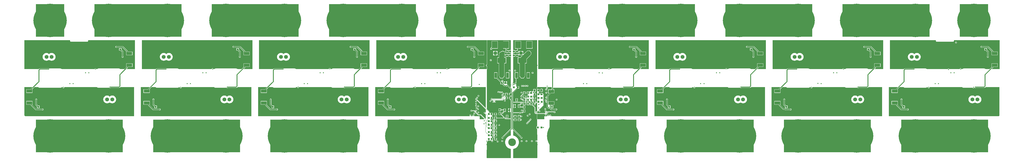
<source format=gbl>
G04*
G04 #@! TF.GenerationSoftware,Altium Limited,Altium Designer,19.0.15 (446)*
G04*
G04 Layer_Physical_Order=4*
G04 Layer_Color=16711680*
%FSLAX25Y25*%
%MOIN*%
G70*
G01*
G75*
%ADD16R,0.03150X0.02953*%
%ADD17R,0.02953X0.03150*%
%ADD21R,0.02362X0.03937*%
%ADD45C,0.00400*%
%ADD46C,0.01200*%
%ADD47C,0.01000*%
%ADD48C,0.50000*%
%ADD49C,0.05906*%
%ADD51C,0.11811*%
%ADD52C,0.01772*%
%ADD53C,0.03937*%
%ADD56R,0.08500X0.10799*%
%ADD57R,0.04724X0.04724*%
%ADD58R,0.30000X0.25000*%
%ADD59R,0.08661X0.04724*%
%ADD60R,0.12795X0.08465*%
%ADD61R,0.03937X0.08465*%
%ADD62C,0.07874*%
%ADD63R,0.43307X0.50000*%
%ADD64C,0.51181*%
G36*
X746827Y13780D02*
X735166D01*
X734975Y14242D01*
X736475Y15742D01*
X736696Y16073D01*
X736774Y16463D01*
Y17120D01*
X743904D01*
Y22644D01*
X734443D01*
Y17120D01*
X734443D01*
X734469Y16620D01*
X731629Y13780D01*
X725440D01*
X725334Y13917D01*
X724718Y14390D01*
X723999Y14688D01*
X723228Y14789D01*
X691732D01*
X690962Y14688D01*
X690243Y14390D01*
X689626Y13917D01*
X689521Y13780D01*
X688561D01*
X688319Y14075D01*
X688219Y14577D01*
X687935Y15002D01*
X687510Y15286D01*
X687008Y15386D01*
X686506Y15286D01*
X686081Y15002D01*
X685797Y14577D01*
X685697Y14075D01*
X685455Y13780D01*
X669737D01*
X669715Y13887D01*
X669431Y14313D01*
X669006Y14597D01*
X668504Y14697D01*
X668002Y14597D01*
X667577Y14313D01*
X667293Y13887D01*
X667271Y13780D01*
X635676D01*
X635570Y13917D01*
X634954Y14390D01*
X634235Y14688D01*
X633465Y14789D01*
X616553D01*
X616251Y14991D01*
X615750Y15090D01*
X615248Y14991D01*
X614961Y14799D01*
X601975D01*
X601841Y14773D01*
X601198Y14688D01*
X600479Y14390D01*
X599863Y13917D01*
X599757Y13780D01*
X578740D01*
Y58246D01*
X649308D01*
Y57087D01*
X649399Y56626D01*
X649660Y56235D01*
X650051Y55974D01*
X650512Y55882D01*
X675512D01*
X675973Y55974D01*
X676363Y56235D01*
X676624Y56626D01*
X676716Y57087D01*
Y58246D01*
X746827D01*
Y13780D01*
D02*
G37*
G36*
X-577559D02*
X-590031D01*
X-590222Y14242D01*
X-588722Y15742D01*
X-588501Y16073D01*
X-588423Y16463D01*
Y17120D01*
X-581293D01*
Y22644D01*
X-590754D01*
Y17120D01*
X-590754D01*
X-590727Y16620D01*
X-593568Y13780D01*
X-599757D01*
X-599863Y13917D01*
X-600479Y14390D01*
X-601198Y14688D01*
X-601968Y14789D01*
X-633465D01*
X-634235Y14688D01*
X-634954Y14390D01*
X-635570Y13917D01*
X-635676Y13780D01*
X-636878D01*
X-636978Y14281D01*
X-637262Y14706D01*
X-637687Y14991D01*
X-638189Y15090D01*
X-638691Y14991D01*
X-639116Y14706D01*
X-639400Y14281D01*
X-639500Y13780D01*
X-689521D01*
X-689626Y13917D01*
X-690243Y14390D01*
X-690961Y14688D01*
X-691732Y14789D01*
X-708644D01*
X-708946Y14991D01*
X-709447Y15090D01*
X-709949Y14991D01*
X-710236Y14799D01*
X-723222D01*
X-723356Y14773D01*
X-723999Y14688D01*
X-724718Y14390D01*
X-725334Y13917D01*
X-725440Y13780D01*
X-746827D01*
Y58246D01*
X-676716D01*
Y57087D01*
X-676624Y56626D01*
X-676363Y56235D01*
X-675973Y55974D01*
X-675512Y55882D01*
X-650512D01*
X-650051Y55974D01*
X-649660Y56235D01*
X-649399Y56626D01*
X-649308Y57087D01*
Y58246D01*
X-577559D01*
Y13780D01*
D02*
G37*
G36*
X-1968Y42920D02*
X-4829D01*
Y42285D01*
X-5998D01*
Y42920D01*
X-7926D01*
Y45382D01*
X-4366D01*
Y56981D01*
X-13666D01*
Y45382D01*
X-9761D01*
Y42308D01*
X-9750Y42254D01*
Y38970D01*
X-5998D01*
Y40449D01*
X-4829D01*
Y38970D01*
X-1969D01*
Y37014D01*
X-4829D01*
Y35957D01*
X-5998D01*
Y37014D01*
X-9750D01*
Y35957D01*
X-11017D01*
Y41148D01*
X-12920D01*
X-13173Y41527D01*
X-13598Y41811D01*
X-14100Y41911D01*
X-14602Y41811D01*
X-15027Y41527D01*
X-15280Y41148D01*
X-16542D01*
Y40687D01*
X-16880Y40643D01*
X-17935Y40206D01*
X-18841Y39511D01*
X-19536Y38605D01*
X-19973Y37549D01*
X-20122Y36417D01*
Y31896D01*
X-22546D01*
Y22632D01*
X-20122D01*
Y4232D01*
X-19973Y3100D01*
X-19536Y2045D01*
X-18841Y1139D01*
X-18116Y583D01*
Y-400D01*
X-13379D01*
Y583D01*
X-12655Y1139D01*
X-11960Y2045D01*
X-11523Y3100D01*
X-11374Y4232D01*
Y22632D01*
X-8950D01*
Y31896D01*
X-11374D01*
Y34122D01*
X-9750D01*
Y33064D01*
X-5998D01*
Y34122D01*
X-4829D01*
Y33064D01*
X-1969D01*
X-1969Y-13860D01*
X-2430Y-14051D01*
X-5731Y-10751D01*
X-6028Y-10552D01*
X-6380Y-10482D01*
X-7167D01*
X-7173Y-10473D01*
X-7284Y-10398D01*
X-7472Y-9976D01*
Y-8000D01*
X-10047D01*
X-12622D01*
Y-8195D01*
X-13084Y-8386D01*
X-13978Y-7492D01*
Y-5698D01*
X-13978Y-5624D01*
X-14017Y-5124D01*
X-13873Y-5027D01*
X-13589Y-4602D01*
X-13489Y-4100D01*
X-13589Y-3598D01*
X-13873Y-3173D01*
X-14298Y-2889D01*
X-14800Y-2789D01*
X-15302Y-2889D01*
X-15727Y-3173D01*
X-16011Y-3598D01*
X-16111Y-4100D01*
X-16011Y-4602D01*
X-15923Y-4734D01*
X-16143Y-5304D01*
X-16161Y-5309D01*
X-22435Y965D01*
Y8865D01*
X-27172D01*
Y-400D01*
X-23665D01*
X-17928Y-6138D01*
Y-9376D01*
X-14689D01*
X-12016Y-12049D01*
X-11719Y-12248D01*
X-11368Y-12318D01*
X-9033D01*
X-9027Y-12327D01*
X-8602Y-12611D01*
X-8100Y-12711D01*
X-7598Y-12611D01*
X-7173Y-12327D01*
X-6706Y-12371D01*
X-1969Y-17109D01*
Y-22730D01*
X-4534D01*
Y-26483D01*
X-1969D01*
Y-28439D01*
X-4534D01*
Y-32191D01*
X-3181D01*
X-2838Y-32691D01*
X-2886Y-32933D01*
X-2786Y-33435D01*
X-2502Y-33860D01*
X-2076Y-34144D01*
X-1969Y-34166D01*
Y-46244D01*
X-3240D01*
Y-49213D01*
Y-52181D01*
X-1969D01*
Y-61751D01*
X-8878D01*
X-9212Y-61278D01*
X-9099Y-61033D01*
X-9046Y-61030D01*
X-8603Y-61030D01*
X-8603Y-61030D01*
X-8594Y-61030D01*
X-5899D01*
Y-59199D01*
X-5875Y-59163D01*
X-5776Y-58661D01*
X-5875Y-58160D01*
X-5899Y-58124D01*
Y-56293D01*
X-9061D01*
Y-60556D01*
X-9561Y-60777D01*
X-9616Y-60728D01*
X-9692Y-60613D01*
X-9900Y-60303D01*
X-10325Y-60019D01*
X-10827Y-59919D01*
X-11154Y-59984D01*
X-16457Y-54681D01*
X-16882Y-54505D01*
Y-52621D01*
X-20634D01*
Y-56571D01*
X-16882D01*
Y-56571D01*
X-16544Y-56431D01*
X-12857Y-60119D01*
X-13048Y-60580D01*
X-23222D01*
Y-59147D01*
X-27172D01*
Y-62080D01*
X-28359Y-63268D01*
X-28549Y-63727D01*
Y-71943D01*
Y-82442D01*
Y-90801D01*
X-28359Y-91260D01*
X-27172Y-92448D01*
Y-95380D01*
X-23222D01*
Y-91628D01*
X-26155D01*
X-27251Y-90532D01*
Y-89942D01*
X-27172Y-89475D01*
X-26750Y-89475D01*
X-23222D01*
Y-85722D01*
X-27172Y-85722D01*
X-27251Y-85255D01*
Y-85021D01*
X-27172Y-84553D01*
X-23222D01*
Y-80801D01*
X-27172D01*
X-27251Y-80334D01*
Y-79115D01*
X-27172Y-78648D01*
X-26750Y-78648D01*
X-23222D01*
Y-74895D01*
X-27172Y-74895D01*
X-27251Y-74428D01*
Y-74194D01*
X-27172Y-73727D01*
X-23222D01*
Y-70693D01*
X-23173Y-70574D01*
Y-70476D01*
X-23222Y-70356D01*
Y-69974D01*
X-23465D01*
X-23822Y-69826D01*
X-24179Y-69974D01*
X-27172D01*
X-27251Y-69507D01*
Y-68289D01*
X-27172Y-67821D01*
X-26750Y-67821D01*
X-23222D01*
Y-64069D01*
X-26616D01*
X-26823Y-63569D01*
X-26155Y-62900D01*
X-23222D01*
Y-61879D01*
X-11939D01*
X-11754Y-62157D01*
X-11328Y-62441D01*
X-10827Y-62541D01*
X-10499Y-62476D01*
X-10116Y-62859D01*
X-9657Y-63049D01*
X-1969D01*
X-1969Y-77508D01*
X-14698Y-90237D01*
X-14764Y-90224D01*
X-15266Y-90324D01*
X-15691Y-90608D01*
X-15975Y-91034D01*
X-16075Y-91535D01*
X-15975Y-92037D01*
X-15691Y-92462D01*
X-15266Y-92747D01*
X-14764Y-92847D01*
X-14262Y-92747D01*
X-13837Y-92462D01*
X-13553Y-92037D01*
X-13466Y-91600D01*
X-2430Y-80565D01*
X-1969Y-80756D01*
Y-88151D01*
X-3239Y-88456D01*
X-4759Y-89085D01*
X-6161Y-89945D01*
X-7412Y-91013D01*
X-8480Y-92264D01*
X-9340Y-93666D01*
X-9969Y-95186D01*
X-10353Y-96785D01*
X-10482Y-98425D01*
X-10353Y-100065D01*
X-9969Y-101664D01*
X-9340Y-103184D01*
X-8480Y-104587D01*
X-7412Y-105837D01*
X-6161Y-106906D01*
X-4759Y-107765D01*
X-3239Y-108395D01*
X-1969Y-108700D01*
Y-122811D01*
X-38327D01*
X-38680Y-122458D01*
X-38667Y-98195D01*
X-38386Y-97965D01*
X-37884Y-97865D01*
X-37459Y-97581D01*
X-37175Y-97155D01*
X-37075Y-96653D01*
X-37090Y-96579D01*
X-36679Y-96079D01*
X-35933D01*
Y-93504D01*
X-34933D01*
Y-96079D01*
X-32957D01*
Y-95380D01*
X-31763D01*
X-31743Y-95402D01*
X-31542Y-95880D01*
X-31723Y-96152D01*
X-31823Y-96653D01*
X-31723Y-97155D01*
X-31439Y-97581D01*
X-31014Y-97865D01*
X-30512Y-97965D01*
X-30010Y-97865D01*
X-29585Y-97581D01*
X-29301Y-97155D01*
X-29201Y-96653D01*
X-29301Y-96152D01*
X-29482Y-95880D01*
X-29280Y-95402D01*
X-29261Y-95380D01*
X-29128D01*
Y-91628D01*
X-30453D01*
Y-89475D01*
X-29128D01*
Y-85722D01*
X-32884D01*
X-32957Y-85252D01*
X-32957Y-85252D01*
X-32957Y-85252D01*
Y-84553D01*
X-29128D01*
Y-80801D01*
X-30453D01*
Y-78648D01*
X-29128D01*
Y-74895D01*
X-32884D01*
X-32957Y-74425D01*
X-32957Y-74425D01*
X-32957Y-74425D01*
Y-73727D01*
X-29128D01*
Y-69974D01*
X-30453D01*
Y-67821D01*
X-29128D01*
Y-64069D01*
X-32884D01*
X-32957Y-63598D01*
X-32957Y-63598D01*
X-32957Y-63598D01*
Y-62900D01*
X-29128D01*
Y-59147D01*
X-30453D01*
Y-56994D01*
X-29128D01*
Y-53242D01*
X-33077D01*
Y-53242D01*
X-33557Y-53192D01*
Y-53143D01*
X-34882D01*
Y-51569D01*
X-35072Y-51109D01*
X-38640Y-47541D01*
X-38607Y13347D01*
X-38583D01*
X-38276Y13473D01*
X-38150Y13780D01*
Y18327D01*
X-38159Y18348D01*
X-38152Y18371D01*
X-38202Y18464D01*
X-38223Y18567D01*
X-38260Y18592D01*
X-38276Y18633D01*
X-38298Y18642D01*
X-38310Y18663D01*
X-38310Y18663D01*
X-38310Y18663D01*
X-38411Y18693D01*
X-38498Y18751D01*
X-38604Y18772D01*
X-38603Y20503D01*
X-38498Y20524D01*
X-38411Y20583D01*
X-38310Y20613D01*
X-38310Y20613D01*
X-38298Y20634D01*
X-38276Y20643D01*
X-38260Y20684D01*
X-38223Y20708D01*
X-38202Y20811D01*
X-38152Y20904D01*
X-38159Y20927D01*
X-38150Y20949D01*
Y58246D01*
X-1968D01*
Y42920D01*
D02*
G37*
G36*
X568504Y13780D02*
X555639D01*
X555447Y14242D01*
X556948Y15742D01*
X557169Y16073D01*
X557246Y16463D01*
Y17120D01*
X564376D01*
Y22644D01*
X554915D01*
Y17120D01*
X554915D01*
X554942Y16620D01*
X552101Y13780D01*
X545912D01*
X545807Y13917D01*
X545190Y14390D01*
X544472Y14688D01*
X543701Y14789D01*
X512205D01*
X511434Y14688D01*
X510716Y14390D01*
X510099Y13917D01*
X509993Y13780D01*
X508774D01*
X508693Y13878D01*
X508593Y14380D01*
X508309Y14805D01*
X507884Y15089D01*
X507382Y15189D01*
X506880Y15089D01*
X506455Y14805D01*
X506171Y14380D01*
X506071Y13878D01*
X505990Y13780D01*
X456148D01*
X456043Y13917D01*
X455426Y14390D01*
X454708Y14688D01*
X453937Y14789D01*
X437025D01*
X436724Y14991D01*
X436222Y15090D01*
X435720Y14991D01*
X435433Y14799D01*
X422447D01*
X422314Y14773D01*
X421670Y14688D01*
X420952Y14390D01*
X420335Y13917D01*
X420230Y13780D01*
X399213D01*
Y58246D01*
X568504D01*
Y13780D01*
D02*
G37*
G36*
X388976D02*
X376111D01*
X375920Y14242D01*
X377420Y15742D01*
X377641Y16073D01*
X377719Y16463D01*
Y17120D01*
X384849D01*
Y22644D01*
X375388D01*
Y17120D01*
X375388D01*
X375414Y16620D01*
X372574Y13780D01*
X366385D01*
X366279Y13917D01*
X365662Y14390D01*
X364944Y14688D01*
X364173Y14789D01*
X332677D01*
X331906Y14688D01*
X331188Y14390D01*
X330571Y13917D01*
X330466Y13780D01*
X329579D01*
X329262Y14166D01*
X329264Y14173D01*
X329164Y14675D01*
X328880Y15100D01*
X328454Y15384D01*
X327953Y15484D01*
X327451Y15384D01*
X327026Y15100D01*
X326742Y14675D01*
X326642Y14173D01*
X326643Y14166D01*
X326326Y13780D01*
X276621D01*
X276515Y13917D01*
X275899Y14390D01*
X275180Y14688D01*
X274409Y14789D01*
X257498D01*
X257196Y14991D01*
X256694Y15090D01*
X256193Y14991D01*
X255906Y14799D01*
X242920D01*
X242786Y14773D01*
X242143Y14688D01*
X241424Y14390D01*
X240808Y13917D01*
X240702Y13780D01*
X219685D01*
Y58246D01*
X388976D01*
Y13780D01*
D02*
G37*
G36*
X209449D02*
X196583D01*
X196392Y14242D01*
X197893Y15742D01*
X198114Y16073D01*
X198191Y16463D01*
Y17120D01*
X205321D01*
Y22644D01*
X195860D01*
Y17120D01*
X195860D01*
X195887Y16620D01*
X193046Y13780D01*
X186857D01*
X186752Y13917D01*
X186135Y14390D01*
X185416Y14688D01*
X184646Y14789D01*
X153150D01*
X152379Y14688D01*
X151661Y14390D01*
X151044Y13917D01*
X150938Y13780D01*
X149978D01*
X149736Y14075D01*
X149636Y14577D01*
X149352Y15002D01*
X148927Y15286D01*
X148425Y15386D01*
X147924Y15286D01*
X147498Y15002D01*
X147214Y14577D01*
X147114Y14075D01*
X146872Y13780D01*
X97093D01*
X96988Y13917D01*
X96371Y14390D01*
X95653Y14688D01*
X94882Y14789D01*
X77970D01*
X77668Y14991D01*
X77167Y15090D01*
X76665Y14991D01*
X76378Y14799D01*
X63390D01*
X63252Y14772D01*
X62615Y14688D01*
X61897Y14390D01*
X61280Y13917D01*
X61174Y13780D01*
X40157D01*
Y58246D01*
X209449D01*
Y13780D01*
D02*
G37*
G36*
X-38583Y20949D02*
X-38583Y20949D01*
X-39085Y20849D01*
X-39510Y20565D01*
X-39794Y20139D01*
X-39894Y19638D01*
X-39794Y19136D01*
X-39510Y18711D01*
X-39085Y18427D01*
X-38583Y18327D01*
X-38583Y18327D01*
Y13780D01*
X-51448D01*
X-51639Y14242D01*
X-50139Y15742D01*
X-49918Y16073D01*
X-49840Y16463D01*
Y17120D01*
X-42710D01*
Y22644D01*
X-52171D01*
Y17120D01*
X-52171D01*
X-52145Y16620D01*
X-54985Y13780D01*
X-61174D01*
X-61280Y13917D01*
X-61897Y14390D01*
X-62615Y14688D01*
X-63386Y14789D01*
X-94882D01*
X-95653Y14688D01*
X-96371Y14390D01*
X-96988Y13917D01*
X-97093Y13780D01*
X-98053D01*
X-98295Y14075D01*
X-98395Y14577D01*
X-98679Y15002D01*
X-99105Y15286D01*
X-99606Y15386D01*
X-100108Y15286D01*
X-100533Y15002D01*
X-100818Y14577D01*
X-100917Y14075D01*
X-101160Y13780D01*
X-150938D01*
X-151044Y13917D01*
X-151661Y14390D01*
X-152379Y14688D01*
X-153150Y14789D01*
X-170062D01*
X-170363Y14991D01*
X-170865Y15090D01*
X-171366Y14991D01*
X-171653Y14799D01*
X-184639D01*
X-184773Y14773D01*
X-185416Y14688D01*
X-186135Y14390D01*
X-186752Y13917D01*
X-186857Y13780D01*
X-207874D01*
Y58246D01*
X-38583D01*
Y20949D01*
D02*
G37*
G36*
X-218110Y13780D02*
X-230976D01*
X-231167Y14242D01*
X-229666Y15742D01*
X-229445Y16073D01*
X-229368Y16463D01*
Y17120D01*
X-222238D01*
Y22644D01*
X-231699D01*
Y17120D01*
X-231699D01*
X-231672Y16620D01*
X-234513Y13780D01*
X-240702D01*
X-240808Y13917D01*
X-241424Y14390D01*
X-242143Y14688D01*
X-242913Y14789D01*
X-274410D01*
X-275180Y14688D01*
X-275899Y14390D01*
X-276515Y13917D01*
X-276621Y13780D01*
X-277507D01*
X-277824Y14166D01*
X-277823Y14173D01*
X-277923Y14675D01*
X-278207Y15100D01*
X-278632Y15384D01*
X-279134Y15484D01*
X-279636Y15384D01*
X-280061Y15100D01*
X-280345Y14675D01*
X-280445Y14173D01*
X-280443Y14166D01*
X-280761Y13780D01*
X-330466D01*
X-330571Y13917D01*
X-331188Y14390D01*
X-331906Y14688D01*
X-332677Y14789D01*
X-349589D01*
X-349891Y14991D01*
X-350392Y15090D01*
X-350894Y14991D01*
X-351181Y14799D01*
X-364167D01*
X-364300Y14773D01*
X-364944Y14688D01*
X-365662Y14390D01*
X-366279Y13917D01*
X-366385Y13780D01*
X-387402D01*
Y58246D01*
X-218110D01*
Y13780D01*
D02*
G37*
G36*
X-397638D02*
X-410503D01*
X-410695Y14242D01*
X-409194Y15742D01*
X-408973Y16073D01*
X-408895Y16463D01*
Y17120D01*
X-401765D01*
Y22644D01*
X-411226D01*
Y17120D01*
X-411226D01*
X-411200Y16620D01*
X-414040Y13780D01*
X-420230D01*
X-420335Y13917D01*
X-420952Y14390D01*
X-421670Y14688D01*
X-422441Y14789D01*
X-453937D01*
X-454708Y14688D01*
X-455426Y14390D01*
X-456043Y13917D01*
X-456148Y13780D01*
X-457108D01*
X-457350Y14075D01*
X-457450Y14577D01*
X-457734Y15002D01*
X-458160Y15286D01*
X-458661Y15386D01*
X-459163Y15286D01*
X-459588Y15002D01*
X-459873Y14577D01*
X-459972Y14075D01*
X-460215Y13780D01*
X-509993D01*
X-510099Y13917D01*
X-510716Y14390D01*
X-511434Y14688D01*
X-512205Y14789D01*
X-529117D01*
X-529418Y14991D01*
X-529920Y15090D01*
X-530421Y14991D01*
X-530708Y14799D01*
X-543694D01*
X-543828Y14773D01*
X-544472Y14688D01*
X-545190Y14390D01*
X-545807Y13917D01*
X-545912Y13780D01*
X-566929D01*
Y58246D01*
X-397638D01*
Y13780D01*
D02*
G37*
G36*
X38622Y-13308D02*
X38583Y-13347D01*
X38276Y-13473D01*
X38150Y-13780D01*
Y-16824D01*
X38276Y-17131D01*
X38379Y-17173D01*
Y-20577D01*
X38625D01*
X38627Y-22483D01*
X38379Y-22730D01*
X38379D01*
Y-26483D01*
X38629D01*
X38630Y-28385D01*
X38379Y-28635D01*
X38379D01*
Y-32388D01*
X38632D01*
X38633Y-34288D01*
X38379Y-34541D01*
X38379D01*
Y-35770D01*
X37927Y-35958D01*
X36886Y-36999D01*
X36424Y-36808D01*
Y-34541D01*
X33491D01*
X32539Y-33589D01*
Y-32388D01*
X36424D01*
Y-28635D01*
X32539D01*
Y-27434D01*
X33491Y-26483D01*
X36424D01*
Y-23449D01*
X36473Y-23330D01*
Y-23232D01*
X36424Y-23112D01*
Y-22730D01*
X36181D01*
X35824Y-22582D01*
X35467Y-22730D01*
X32504D01*
X32474Y-22730D01*
X32004Y-22658D01*
Y-20649D01*
X32474Y-20577D01*
X32504Y-20577D01*
X33062D01*
X33138Y-20669D01*
X33238Y-21171D01*
X33522Y-21596D01*
X33947Y-21881D01*
X34449Y-21980D01*
X34951Y-21881D01*
X35376Y-21596D01*
X35660Y-21171D01*
X35760Y-20669D01*
X35835Y-20577D01*
X36424D01*
Y-16824D01*
X32474D01*
Y-19991D01*
X32004Y-20063D01*
X31974Y-20063D01*
X30028D01*
Y-22638D01*
X29028D01*
Y-20063D01*
X27051D01*
Y-20689D01*
X26581Y-20761D01*
X26551Y-20761D01*
X22632D01*
Y-24514D01*
X24154D01*
Y-26667D01*
X22632D01*
Y-30420D01*
X22145Y-30453D01*
X21529D01*
X20676Y-29600D01*
Y-26667D01*
X16726D01*
Y-30420D01*
X19659D01*
X20327Y-31088D01*
X20120Y-31588D01*
X16726D01*
Y-32423D01*
X16226Y-32630D01*
X15419Y-31824D01*
X15484Y-31496D01*
X15384Y-30994D01*
X15100Y-30569D01*
X14675Y-30285D01*
X14173Y-30185D01*
X13671Y-30285D01*
X13246Y-30569D01*
X12962Y-30994D01*
X12862Y-31496D01*
X12962Y-31998D01*
X13246Y-32423D01*
X13671Y-32707D01*
X14173Y-32807D01*
X14501Y-32742D01*
X15683Y-33924D01*
X16142Y-34114D01*
X16726D01*
Y-35341D01*
X20610D01*
Y-36542D01*
X19659Y-37494D01*
X17743D01*
X16798Y-36549D01*
X16339Y-36358D01*
X1969D01*
X1969Y-22357D01*
X8280Y-16047D01*
X10833D01*
Y-12294D01*
X8280D01*
X7610Y-11625D01*
Y-8300D01*
Y-400D01*
X9061D01*
Y8865D01*
X4324D01*
Y-400D01*
X5775D01*
Y-7382D01*
X4100D01*
X3749Y-7452D01*
X3451Y-7651D01*
X2469Y-8634D01*
X1969Y-8427D01*
X1969Y33064D01*
X4829D01*
Y34122D01*
X5998D01*
Y33064D01*
X9750D01*
Y34122D01*
X14487D01*
X14678Y33660D01*
X12914Y31896D01*
X8950D01*
Y22632D01*
X11374D01*
Y4232D01*
X11523Y3100D01*
X11960Y2045D01*
X12655Y1139D01*
X13379Y583D01*
Y-400D01*
X18116D01*
Y583D01*
X18841Y1139D01*
X19536Y2045D01*
X19973Y3100D01*
X20122Y4232D01*
Y22632D01*
X22546D01*
Y29155D01*
X25337Y31946D01*
X28295Y34905D01*
X28991Y35810D01*
X29428Y36865D01*
X29577Y37998D01*
X29428Y39130D01*
X28991Y40185D01*
X28353Y41016D01*
Y41148D01*
X28221D01*
X27390Y41786D01*
X26335Y42223D01*
X25202Y42372D01*
X24070Y42223D01*
X23015Y41786D01*
X22109Y41091D01*
X19151Y38132D01*
X17604Y36585D01*
X17142Y36777D01*
Y37886D01*
X13780D01*
X10417D01*
Y35957D01*
X9750D01*
Y37014D01*
X5998D01*
Y35957D01*
X4829D01*
Y37014D01*
X1969D01*
Y38970D01*
X4829D01*
Y40027D01*
X5998D01*
Y38970D01*
X9750D01*
Y41664D01*
X9864Y41834D01*
X9933Y42185D01*
Y45382D01*
X13666D01*
Y56981D01*
X4366D01*
Y45382D01*
X8098D01*
Y42920D01*
X5998D01*
Y41862D01*
X4829D01*
Y42920D01*
X1969D01*
X1969Y58246D01*
X38583D01*
X38622Y-13308D01*
D02*
G37*
G36*
X746457Y-57517D02*
X745728Y-58246D01*
X577165D01*
Y-13780D01*
X590031D01*
X590222Y-14242D01*
X588722Y-15742D01*
X588501Y-16073D01*
X588423Y-16463D01*
Y-17120D01*
X581293D01*
Y-22644D01*
X590754D01*
Y-17120D01*
X590754D01*
X590727Y-16620D01*
X593568Y-13780D01*
X599757D01*
X599863Y-13917D01*
X600479Y-14390D01*
X601198Y-14688D01*
X601968Y-14789D01*
X633465D01*
X634235Y-14688D01*
X634954Y-14390D01*
X635570Y-13917D01*
X635676Y-13780D01*
X636636D01*
X636878Y-14075D01*
X636978Y-14577D01*
X637262Y-15002D01*
X637687Y-15286D01*
X638189Y-15386D01*
X638691Y-15286D01*
X639116Y-15002D01*
X639400Y-14577D01*
X639500Y-14075D01*
X639742Y-13780D01*
X689521D01*
X689626Y-13917D01*
X690243Y-14390D01*
X690962Y-14688D01*
X691732Y-14789D01*
X705558D01*
X705766Y-15100D01*
X706191Y-15384D01*
X706693Y-15484D01*
X707195Y-15384D01*
X707620Y-15100D01*
X707828Y-14789D01*
X708644D01*
X708946Y-14991D01*
X709447Y-15090D01*
X709949Y-14991D01*
X710236Y-14799D01*
X723222D01*
X723356Y-14773D01*
X723999Y-14688D01*
X724718Y-14390D01*
X725334Y-13917D01*
X725440Y-13780D01*
X746457D01*
Y-57517D01*
D02*
G37*
G36*
X566929Y-58246D02*
X397638D01*
Y-13780D01*
X410503D01*
X410695Y-14242D01*
X409194Y-15742D01*
X408973Y-16073D01*
X408895Y-16463D01*
Y-17120D01*
X401765D01*
Y-22644D01*
X411226D01*
Y-17120D01*
X411226D01*
X411200Y-16620D01*
X414040Y-13780D01*
X420230D01*
X420335Y-13917D01*
X420952Y-14390D01*
X421670Y-14688D01*
X422441Y-14789D01*
X453937D01*
X454708Y-14688D01*
X455426Y-14390D01*
X456043Y-13917D01*
X456148Y-13780D01*
X457108D01*
X457350Y-14075D01*
X457450Y-14577D01*
X457734Y-15002D01*
X458160Y-15286D01*
X458661Y-15386D01*
X459163Y-15286D01*
X459588Y-15002D01*
X459873Y-14577D01*
X459972Y-14075D01*
X460215Y-13780D01*
X509993D01*
X510099Y-13917D01*
X510716Y-14390D01*
X511434Y-14688D01*
X512205Y-14789D01*
X529117D01*
X529418Y-14991D01*
X529920Y-15090D01*
X530421Y-14991D01*
X530708Y-14799D01*
X543694D01*
X543828Y-14773D01*
X544472Y-14688D01*
X545190Y-14390D01*
X545807Y-13917D01*
X545912Y-13780D01*
X566929D01*
Y-58246D01*
D02*
G37*
G36*
X387402D02*
X218110D01*
Y-13780D01*
X230976D01*
X231167Y-14242D01*
X229666Y-15742D01*
X229445Y-16073D01*
X229368Y-16463D01*
Y-17120D01*
X222238D01*
Y-22644D01*
X231699D01*
Y-17120D01*
X231699D01*
X231672Y-16620D01*
X234513Y-13780D01*
X240702D01*
X240808Y-13917D01*
X241424Y-14390D01*
X242143Y-14688D01*
X242913Y-14789D01*
X274409D01*
X275180Y-14688D01*
X275899Y-14390D01*
X276515Y-13917D01*
X276621Y-13780D01*
X277704D01*
X278021Y-14166D01*
X278020Y-14173D01*
X278119Y-14675D01*
X278404Y-15100D01*
X278829Y-15384D01*
X279331Y-15484D01*
X279832Y-15384D01*
X280258Y-15100D01*
X280542Y-14675D01*
X280642Y-14173D01*
X280640Y-14166D01*
X280958Y-13780D01*
X330466D01*
X330571Y-13917D01*
X331188Y-14390D01*
X331906Y-14688D01*
X332677Y-14789D01*
X349589D01*
X349891Y-14991D01*
X350392Y-15090D01*
X350894Y-14991D01*
X351181Y-14799D01*
X364167D01*
X364300Y-14773D01*
X364944Y-14688D01*
X365662Y-14390D01*
X366279Y-13917D01*
X366385Y-13780D01*
X387402D01*
Y-58246D01*
D02*
G37*
G36*
X207874D02*
X60016D01*
X59750Y-57859D01*
X59722Y-57746D01*
X59811Y-57300D01*
X59711Y-56798D01*
X59427Y-56373D01*
X59002Y-56089D01*
X58500Y-55989D01*
X57998Y-56089D01*
X57573Y-56373D01*
X57289Y-56798D01*
X57189Y-57300D01*
X57201Y-57359D01*
X56950Y-57669D01*
X56699Y-57359D01*
X56711Y-57300D01*
X56611Y-56798D01*
X56327Y-56373D01*
X55902Y-56089D01*
X55400Y-55989D01*
X54898Y-56089D01*
X54473Y-56373D01*
X54189Y-56798D01*
X54089Y-57300D01*
X54178Y-57746D01*
X54150Y-57859D01*
X53884Y-58246D01*
X50394D01*
X50084Y-58307D01*
X49821Y-58483D01*
X49646Y-58745D01*
X49584Y-59055D01*
Y-62992D01*
X38583D01*
Y-55049D01*
X50133D01*
X50377Y-55259D01*
X50539Y-55450D01*
X50489Y-55700D01*
X50589Y-56202D01*
X50873Y-56627D01*
X51298Y-56911D01*
X51800Y-57011D01*
X52302Y-56911D01*
X52727Y-56627D01*
X53011Y-56202D01*
X53111Y-55700D01*
X53011Y-55198D01*
X52797Y-54878D01*
X53157Y-54517D01*
X53298Y-54611D01*
X53800Y-54711D01*
X54302Y-54611D01*
X54727Y-54327D01*
X55011Y-53902D01*
X55111Y-53400D01*
X55021Y-52950D01*
X55041Y-52855D01*
X55313Y-52449D01*
X63959D01*
X63989Y-52602D01*
X64273Y-53027D01*
X64698Y-53311D01*
X65200Y-53411D01*
X65702Y-53311D01*
X66127Y-53027D01*
X66411Y-52602D01*
X66511Y-52100D01*
X66411Y-51598D01*
X66127Y-51173D01*
X65702Y-50889D01*
X65200Y-50789D01*
X64698Y-50889D01*
X64296Y-51157D01*
X64280Y-51151D01*
X53167D01*
X52779Y-50659D01*
X52811Y-50500D01*
X52711Y-49998D01*
X52427Y-49573D01*
X52002Y-49289D01*
X51500Y-49189D01*
X50998Y-49289D01*
X50573Y-49573D01*
X50289Y-49998D01*
X50189Y-50500D01*
X50289Y-51002D01*
X50573Y-51427D01*
X50998Y-51711D01*
X51219Y-51755D01*
X51384Y-52298D01*
X49931Y-53751D01*
X38583D01*
Y-51836D01*
X40144Y-50274D01*
X40605Y-50521D01*
X40589Y-50600D01*
X40689Y-51102D01*
X40973Y-51527D01*
X41398Y-51811D01*
X41900Y-51911D01*
X42402Y-51811D01*
X42827Y-51527D01*
X43111Y-51102D01*
X43211Y-50600D01*
X43111Y-50098D01*
X42827Y-49673D01*
X42402Y-49389D01*
X41900Y-49289D01*
X41821Y-49305D01*
X41574Y-48844D01*
X48259Y-42159D01*
X48449Y-41700D01*
Y-24606D01*
X48259Y-24147D01*
X47800Y-23957D01*
X47152D01*
Y-22632D01*
X43399D01*
Y-23957D01*
X42329D01*
Y-22730D01*
X41004D01*
Y-20577D01*
X42329D01*
Y-16824D01*
X38583D01*
Y-13780D01*
X52612D01*
X52773Y-14273D01*
X52489Y-14698D01*
X52389Y-15200D01*
X52475Y-15634D01*
X52298Y-15926D01*
X52153Y-16098D01*
X51698Y-16189D01*
X51273Y-16473D01*
X50989Y-16898D01*
X50889Y-17400D01*
X50989Y-17902D01*
X51273Y-18327D01*
X51698Y-18611D01*
X52200Y-18711D01*
X52702Y-18611D01*
X53127Y-18327D01*
X53411Y-17902D01*
X53511Y-17400D01*
X53425Y-16966D01*
X53601Y-16674D01*
X53747Y-16502D01*
X54202Y-16411D01*
X54627Y-16127D01*
X54911Y-15702D01*
X55011Y-15200D01*
X54911Y-14698D01*
X54627Y-14273D01*
X54789Y-13780D01*
X60976D01*
Y-17514D01*
X55309D01*
Y-23038D01*
X56167D01*
X56358Y-23500D01*
X53879Y-25979D01*
X53658Y-26310D01*
X53580Y-26700D01*
Y-28274D01*
X53080Y-28541D01*
X53002Y-28489D01*
X52500Y-28389D01*
X51998Y-28489D01*
X51573Y-28773D01*
X51289Y-29198D01*
X51189Y-29700D01*
X51289Y-30202D01*
X51573Y-30627D01*
X51998Y-30911D01*
X52500Y-31011D01*
X53002Y-30911D01*
X53080Y-30859D01*
X53580Y-31126D01*
Y-34775D01*
X53154Y-35003D01*
X52807Y-34826D01*
X52673Y-34308D01*
X52811Y-34102D01*
X52911Y-33600D01*
X52811Y-33098D01*
X52527Y-32673D01*
X52102Y-32389D01*
X51600Y-32289D01*
X51098Y-32389D01*
X50673Y-32673D01*
X50389Y-33098D01*
X50289Y-33600D01*
X50389Y-34102D01*
X50673Y-34527D01*
X51098Y-34811D01*
X51302Y-34852D01*
X51384Y-34980D01*
X51488Y-35399D01*
X51288Y-35698D01*
X51188Y-36200D01*
X51288Y-36702D01*
X51572Y-37127D01*
X51997Y-37411D01*
X52499Y-37511D01*
X53000Y-37411D01*
X53080Y-37358D01*
X53580Y-37625D01*
Y-44613D01*
X53658Y-45003D01*
X53879Y-45334D01*
X54366Y-45821D01*
X54697Y-46042D01*
X55087Y-46120D01*
X55411D01*
X55698Y-46311D01*
X56200Y-46411D01*
X56702Y-46311D01*
X57127Y-46027D01*
X57137Y-46012D01*
X57228Y-46007D01*
X57656Y-46135D01*
X57704Y-46375D01*
X57925Y-46706D01*
X59971Y-48752D01*
X60302Y-48974D01*
X60692Y-49051D01*
X67027D01*
X67313Y-49243D01*
X67815Y-49343D01*
X68317Y-49243D01*
X68742Y-48959D01*
X69026Y-48533D01*
X69126Y-48031D01*
X69026Y-47530D01*
X68742Y-47104D01*
X68317Y-46820D01*
X67815Y-46720D01*
X67313Y-46820D01*
X67027Y-47012D01*
X61114D01*
X60535Y-46433D01*
X60727Y-45971D01*
X63195D01*
Y-42218D01*
X59665D01*
Y-41148D01*
X64770D01*
Y-35624D01*
X55620D01*
Y-27122D01*
X59704Y-23038D01*
X64770D01*
Y-17514D01*
X63016D01*
Y-15114D01*
X63386Y-14789D01*
X94882D01*
X95653Y-14688D01*
X96371Y-14390D01*
X96988Y-13917D01*
X97093Y-13780D01*
X150938D01*
X151044Y-13917D01*
X151661Y-14390D01*
X152379Y-14688D01*
X153150Y-14789D01*
X170062D01*
X170363Y-14991D01*
X170865Y-15090D01*
X171366Y-14991D01*
X171653Y-14799D01*
X184639D01*
X184773Y-14773D01*
X185416Y-14688D01*
X186135Y-14390D01*
X186752Y-13917D01*
X186857Y-13780D01*
X207874D01*
Y-58246D01*
D02*
G37*
G36*
X-40157Y-45371D02*
X-40619Y-45562D01*
X-53754Y-32427D01*
X-53689Y-32100D01*
X-53789Y-31598D01*
X-53838Y-31524D01*
X-53537Y-31074D01*
X-53411Y-31100D01*
X-52909Y-31000D01*
X-52484Y-30716D01*
X-52200Y-30290D01*
X-52100Y-29789D01*
X-52200Y-29287D01*
X-52484Y-28861D01*
X-52909Y-28577D01*
X-53411Y-28477D01*
X-53913Y-28577D01*
X-54338Y-28861D01*
X-54622Y-29287D01*
X-54722Y-29789D01*
X-54622Y-30290D01*
X-54573Y-30364D01*
X-54874Y-30814D01*
X-55000Y-30789D01*
X-55502Y-30889D01*
X-55927Y-31173D01*
X-56211Y-31598D01*
X-56311Y-32100D01*
X-56211Y-32602D01*
X-55927Y-33027D01*
X-55502Y-33311D01*
X-55000Y-33411D01*
X-54673Y-33346D01*
X-53994Y-34024D01*
X-54313Y-34413D01*
X-54498Y-34289D01*
X-55000Y-34189D01*
X-55502Y-34289D01*
X-55927Y-34573D01*
X-56211Y-34998D01*
X-56311Y-35500D01*
X-56211Y-36002D01*
X-55927Y-36427D01*
X-55502Y-36711D01*
X-55000Y-36811D01*
X-54498Y-36711D01*
X-54073Y-36427D01*
X-53789Y-36002D01*
X-53689Y-35500D01*
X-53789Y-34998D01*
X-53913Y-34813D01*
X-53524Y-34494D01*
X-40157Y-47861D01*
Y-52658D01*
X-40657Y-52901D01*
X-40716Y-52854D01*
X-40719Y-52844D01*
X-40816Y-52353D01*
X-41100Y-51927D01*
X-41526Y-51643D01*
X-42028Y-51543D01*
X-42529Y-51643D01*
X-42955Y-51927D01*
X-43239Y-52353D01*
X-43339Y-52854D01*
X-43239Y-53356D01*
X-42955Y-53781D01*
X-42529Y-54066D01*
X-42028Y-54165D01*
X-41700Y-54100D01*
X-40157Y-55643D01*
Y-62298D01*
X-40657Y-62505D01*
X-47322Y-55841D01*
X-47781Y-55651D01*
X-51531D01*
X-55283Y-51898D01*
X-55252Y-51714D01*
X-55086Y-51388D01*
X-54698Y-51311D01*
X-54273Y-51027D01*
X-53989Y-50602D01*
X-53889Y-50100D01*
X-53989Y-49598D01*
X-54273Y-49173D01*
X-54698Y-48889D01*
X-55200Y-48789D01*
X-55702Y-48889D01*
X-56127Y-49173D01*
X-56411Y-49598D01*
X-56488Y-49986D01*
X-56814Y-50152D01*
X-56998Y-50183D01*
X-57641Y-49541D01*
X-58100Y-49351D01*
X-61287D01*
X-61473Y-49073D01*
X-61898Y-48789D01*
X-62400Y-48689D01*
X-62902Y-48789D01*
X-63327Y-49073D01*
X-63611Y-49498D01*
X-63711Y-50000D01*
X-63611Y-50502D01*
X-63327Y-50927D01*
X-62902Y-51211D01*
X-62400Y-51311D01*
X-61898Y-51211D01*
X-61473Y-50927D01*
X-61287Y-50649D01*
X-58369D01*
X-52259Y-56759D01*
X-51800Y-56949D01*
X-48050D01*
X-42469Y-62530D01*
X-42661Y-62992D01*
X-49584D01*
Y-59055D01*
X-49646Y-58745D01*
X-49821Y-58483D01*
X-50084Y-58307D01*
X-50394Y-58246D01*
X-57684D01*
X-57950Y-57859D01*
X-57978Y-57746D01*
X-57889Y-57300D01*
X-57989Y-56798D01*
X-58273Y-56373D01*
X-58698Y-56089D01*
X-59200Y-55989D01*
X-59702Y-56089D01*
X-60127Y-56373D01*
X-60411Y-56798D01*
X-60511Y-57300D01*
X-60422Y-57746D01*
X-60450Y-57859D01*
X-60716Y-58246D01*
X-62575D01*
X-62726Y-57746D01*
X-62698Y-57727D01*
X-62414Y-57302D01*
X-62314Y-56800D01*
X-62414Y-56298D01*
X-62698Y-55873D01*
X-63123Y-55589D01*
X-63625Y-55489D01*
X-64127Y-55589D01*
X-64552Y-55873D01*
X-64836Y-56298D01*
X-64936Y-56800D01*
X-64836Y-57302D01*
X-64552Y-57727D01*
X-64524Y-57746D01*
X-64676Y-58246D01*
X-209449D01*
Y-13780D01*
X-196583D01*
X-196392Y-14242D01*
X-197893Y-15742D01*
X-198114Y-16073D01*
X-198191Y-16463D01*
Y-17120D01*
X-205321D01*
Y-22644D01*
X-195860D01*
Y-17120D01*
X-195860D01*
X-195887Y-16620D01*
X-193046Y-13780D01*
X-186857D01*
X-186752Y-13917D01*
X-186135Y-14390D01*
X-185416Y-14688D01*
X-184646Y-14789D01*
X-153150D01*
X-152379Y-14688D01*
X-151661Y-14390D01*
X-151044Y-13917D01*
X-150938Y-13780D01*
X-149736D01*
X-149636Y-14281D01*
X-149352Y-14706D01*
X-148927Y-14991D01*
X-148425Y-15090D01*
X-147924Y-14991D01*
X-147498Y-14706D01*
X-147214Y-14281D01*
X-147114Y-13780D01*
X-97093D01*
X-96988Y-13917D01*
X-96371Y-14390D01*
X-95653Y-14688D01*
X-94882Y-14789D01*
X-77970D01*
X-77668Y-14991D01*
X-77167Y-15090D01*
X-76665Y-14991D01*
X-76378Y-14799D01*
X-63392D01*
X-63259Y-14773D01*
X-62615Y-14688D01*
X-61897Y-14390D01*
X-61280Y-13917D01*
X-61174Y-13780D01*
X-40157D01*
Y-45371D01*
D02*
G37*
G36*
X-219685Y-58246D02*
X-388976D01*
Y-13780D01*
X-376111D01*
X-375920Y-14242D01*
X-377420Y-15742D01*
X-377641Y-16073D01*
X-377719Y-16463D01*
Y-17120D01*
X-384849D01*
Y-22644D01*
X-375388D01*
Y-17120D01*
X-375388D01*
X-375414Y-16620D01*
X-372574Y-13780D01*
X-366385D01*
X-366279Y-13917D01*
X-365662Y-14390D01*
X-364944Y-14688D01*
X-364173Y-14789D01*
X-332677D01*
X-331906Y-14688D01*
X-331188Y-14390D01*
X-330571Y-13917D01*
X-330466Y-13780D01*
X-328870D01*
X-328770Y-14281D01*
X-328486Y-14706D01*
X-328061Y-14991D01*
X-327559Y-15090D01*
X-327057Y-14991D01*
X-326632Y-14706D01*
X-326348Y-14281D01*
X-326248Y-13780D01*
X-276621D01*
X-276515Y-13917D01*
X-275899Y-14390D01*
X-275180Y-14688D01*
X-274410Y-14789D01*
X-257498D01*
X-257196Y-14991D01*
X-256694Y-15090D01*
X-256193Y-14991D01*
X-255906Y-14799D01*
X-242920D01*
X-242786Y-14773D01*
X-242143Y-14688D01*
X-241424Y-14390D01*
X-240808Y-13917D01*
X-240702Y-13780D01*
X-219685D01*
Y-58246D01*
D02*
G37*
G36*
X-399213D02*
X-568504D01*
Y-13780D01*
X-555639D01*
X-555447Y-14242D01*
X-556948Y-15742D01*
X-557169Y-16073D01*
X-557246Y-16463D01*
Y-17120D01*
X-564376D01*
Y-22644D01*
X-554915D01*
Y-17120D01*
X-554915D01*
X-554942Y-16620D01*
X-552101Y-13780D01*
X-545912D01*
X-545807Y-13917D01*
X-545190Y-14390D01*
X-544472Y-14688D01*
X-543701Y-14789D01*
X-512205D01*
X-511434Y-14688D01*
X-510716Y-14390D01*
X-510099Y-13917D01*
X-509993Y-13780D01*
X-509107D01*
X-508790Y-14166D01*
X-508791Y-14173D01*
X-508692Y-14675D01*
X-508407Y-15100D01*
X-507982Y-15384D01*
X-507480Y-15484D01*
X-506979Y-15384D01*
X-506553Y-15100D01*
X-506269Y-14675D01*
X-506169Y-14173D01*
X-506171Y-14166D01*
X-505854Y-13780D01*
X-456148D01*
X-456043Y-13917D01*
X-455426Y-14390D01*
X-454708Y-14688D01*
X-453937Y-14789D01*
X-437025D01*
X-436724Y-14991D01*
X-436222Y-15090D01*
X-435720Y-14991D01*
X-435433Y-14799D01*
X-422447D01*
X-422314Y-14773D01*
X-421670Y-14688D01*
X-420952Y-14390D01*
X-420335Y-13917D01*
X-420230Y-13780D01*
X-399213D01*
Y-58246D01*
D02*
G37*
G36*
X-578740D02*
X-745728D01*
X-746827Y-57146D01*
Y-13780D01*
X-735166D01*
X-734975Y-14242D01*
X-736475Y-15742D01*
X-736696Y-16073D01*
X-736774Y-16463D01*
Y-17120D01*
X-743904D01*
Y-22644D01*
X-734443D01*
Y-17120D01*
X-734443D01*
X-734469Y-16620D01*
X-731629Y-13780D01*
X-725440D01*
X-725334Y-13917D01*
X-724718Y-14390D01*
X-723999Y-14688D01*
X-723228Y-14789D01*
X-691732D01*
X-690961Y-14688D01*
X-690243Y-14390D01*
X-689626Y-13917D01*
X-689521Y-13780D01*
X-688635D01*
X-688317Y-14166D01*
X-688319Y-14173D01*
X-688219Y-14675D01*
X-687935Y-15100D01*
X-687510Y-15384D01*
X-687008Y-15484D01*
X-686506Y-15384D01*
X-686081Y-15100D01*
X-685797Y-14675D01*
X-685697Y-14173D01*
X-685698Y-14166D01*
X-685381Y-13780D01*
X-635676D01*
X-635570Y-13917D01*
X-634954Y-14390D01*
X-634235Y-14688D01*
X-633465Y-14789D01*
X-616553D01*
X-616251Y-14991D01*
X-615750Y-15090D01*
X-615248Y-14991D01*
X-614961Y-14799D01*
X-601975D01*
X-601841Y-14773D01*
X-601198Y-14688D01*
X-600479Y-14390D01*
X-599863Y-13917D01*
X-599757Y-13780D01*
X-578740D01*
Y-58246D01*
D02*
G37*
G36*
X30028Y-36039D02*
X32004D01*
Y-36039D01*
X32474Y-36112D01*
Y-38294D01*
X34438D01*
X34686Y-38794D01*
X34647Y-38844D01*
X34627Y-38850D01*
X34144Y-38946D01*
X33719Y-39230D01*
X33434Y-39656D01*
X33335Y-40157D01*
X33434Y-40659D01*
X33719Y-41085D01*
X34144Y-41369D01*
X34646Y-41469D01*
X35147Y-41369D01*
X35573Y-41085D01*
X35857Y-40659D01*
X35957Y-40157D01*
X35892Y-39830D01*
X37918Y-37804D01*
X38379Y-37995D01*
Y-38294D01*
X38635D01*
X38641Y-49940D01*
X37227Y-51354D01*
X36900Y-51289D01*
X36398Y-51389D01*
X36249Y-51488D01*
X35749Y-51221D01*
Y-44943D01*
X35559Y-44483D01*
X31404Y-40328D01*
Y-37395D01*
X27651D01*
Y-38721D01*
X26581D01*
Y-37494D01*
X25256D01*
Y-35341D01*
X26581D01*
Y-35341D01*
X27051Y-35413D01*
Y-36039D01*
X29028D01*
Y-33465D01*
X30028D01*
Y-36039D01*
D02*
G37*
G36*
X22632Y-35341D02*
X23957D01*
Y-37494D01*
X22632D01*
Y-41247D01*
X26581D01*
Y-40020D01*
X27651D01*
Y-41345D01*
X30584D01*
X34451Y-45211D01*
Y-53300D01*
X34641Y-53759D01*
X35741Y-54859D01*
X36200Y-55049D01*
X38150D01*
Y-62992D01*
X38276Y-63298D01*
X38583Y-63425D01*
X38649D01*
X38654Y-73557D01*
X38300Y-73911D01*
X37395D01*
Y-77664D01*
X38656D01*
X38666Y-95592D01*
X38166Y-95744D01*
X38155Y-95727D01*
X37729Y-95442D01*
X37227Y-95342D01*
X36726Y-95442D01*
X36300Y-95727D01*
X36016Y-96152D01*
X35916Y-96653D01*
X36016Y-97155D01*
X36300Y-97581D01*
X36726Y-97865D01*
X37227Y-97965D01*
X37729Y-97865D01*
X38155Y-97581D01*
X38167Y-97562D01*
X38667Y-97714D01*
X38680Y-122458D01*
X38327Y-122811D01*
X1969D01*
X1969Y-108700D01*
X3239Y-108395D01*
X4759Y-107765D01*
X6161Y-106906D01*
X7412Y-105837D01*
X8480Y-104587D01*
X9340Y-103184D01*
X9969Y-101664D01*
X10353Y-100065D01*
X10482Y-98425D01*
X10353Y-96785D01*
X9969Y-95186D01*
X9340Y-93666D01*
X8480Y-92264D01*
X7412Y-91013D01*
X6161Y-89945D01*
X4759Y-89085D01*
X3239Y-88456D01*
X1969Y-88151D01*
X1969Y-80691D01*
X2431Y-80500D01*
X13455Y-91524D01*
X13453Y-91535D01*
X13553Y-92037D01*
X13837Y-92462D01*
X14262Y-92747D01*
X14764Y-92847D01*
X15266Y-92747D01*
X15691Y-92462D01*
X15975Y-92037D01*
X16075Y-91535D01*
X15975Y-91034D01*
X15691Y-90608D01*
X15266Y-90324D01*
X14764Y-90224D01*
X14753Y-90227D01*
X1969Y-77443D01*
Y-64626D01*
X2946D01*
Y-65853D01*
X6896D01*
Y-62100D01*
X2946D01*
Y-63327D01*
X1969D01*
Y-59311D01*
X2946D01*
Y-60538D01*
X6896D01*
Y-56785D01*
X2946D01*
Y-58012D01*
X1969D01*
Y-53799D01*
X11092D01*
X11278Y-54077D01*
X11703Y-54361D01*
X12205Y-54461D01*
X12706Y-54361D01*
X13132Y-54077D01*
X13317Y-53799D01*
X15832D01*
X16291Y-53609D01*
X17644Y-52256D01*
X20577D01*
Y-48306D01*
X16824D01*
Y-51239D01*
X15563Y-52500D01*
X13317D01*
X13132Y-52223D01*
X12706Y-51938D01*
X12205Y-51839D01*
X11703Y-51938D01*
X11278Y-52223D01*
X11092Y-52500D01*
X1969D01*
Y-45882D01*
X2847D01*
Y-42913D01*
Y-39945D01*
X1969D01*
Y-37657D01*
X12775D01*
X13043Y-38157D01*
X12962Y-38278D01*
X12862Y-38780D01*
X12927Y-39107D01*
X11489Y-40545D01*
X9246D01*
Y-45282D01*
X12408D01*
Y-45025D01*
X16824D01*
Y-46350D01*
X20577D01*
Y-42401D01*
X16824D01*
Y-43726D01*
X12408D01*
Y-41463D01*
X13846Y-40025D01*
X14173Y-40091D01*
X14675Y-39991D01*
X15100Y-39707D01*
X15384Y-39281D01*
X15484Y-38780D01*
X15384Y-38278D01*
X15304Y-38157D01*
X15571Y-37657D01*
X16070D01*
X16726Y-38314D01*
Y-41247D01*
X20676D01*
Y-38314D01*
X21719Y-37270D01*
X21909Y-36811D01*
Y-31752D01*
X22632D01*
Y-35341D01*
D02*
G37*
%LPC*%
G36*
X680043Y56035D02*
X679541Y55936D01*
X679116Y55651D01*
X678832Y55226D01*
X678732Y54724D01*
X678832Y54223D01*
X679116Y53797D01*
X679541Y53513D01*
X680043Y53413D01*
X680545Y53513D01*
X680970Y53797D01*
X681254Y54223D01*
X681354Y54724D01*
X681254Y55226D01*
X680970Y55651D01*
X680545Y55936D01*
X680043Y56035D01*
D02*
G37*
G36*
X620079Y38611D02*
X618921Y38497D01*
X617808Y38160D01*
X616782Y37611D01*
X616142Y37086D01*
X615501Y37611D01*
X614476Y38160D01*
X613362Y38497D01*
X612205Y38611D01*
X611047Y38497D01*
X609934Y38160D01*
X608908Y37611D01*
X608009Y36873D01*
X607271Y35974D01*
X606722Y34948D01*
X606385Y33835D01*
X606271Y32677D01*
X606385Y31519D01*
X606722Y30406D01*
X607271Y29380D01*
X608009Y28481D01*
X608908Y27743D01*
X609934Y27195D01*
X611047Y26857D01*
X612205Y26743D01*
X613362Y26857D01*
X614476Y27195D01*
X615501Y27743D01*
X616142Y28269D01*
X616782Y27743D01*
X617808Y27195D01*
X618921Y26857D01*
X620079Y26743D01*
X621236Y26857D01*
X622350Y27195D01*
X623376Y27743D01*
X624275Y28481D01*
X625013Y29380D01*
X625561Y30406D01*
X625899Y31519D01*
X626013Y32677D01*
X625899Y33835D01*
X625561Y34948D01*
X625013Y35974D01*
X624275Y36873D01*
X623376Y37611D01*
X622350Y38160D01*
X621236Y38497D01*
X620079Y38611D01*
D02*
G37*
G36*
X718898Y49343D02*
X718396Y49243D01*
X717971Y48959D01*
X717686Y48533D01*
X717587Y48031D01*
X717686Y47530D01*
X717971Y47104D01*
X718396Y46820D01*
X718898Y46720D01*
X719399Y46820D01*
X719686Y47012D01*
X728712D01*
X734469Y41254D01*
X734443Y40754D01*
X734443D01*
Y35230D01*
X743904D01*
Y40754D01*
X736774D01*
Y41411D01*
X736696Y41801D01*
X736475Y42132D01*
X729855Y48752D01*
X729524Y48974D01*
X729134Y49051D01*
X719686D01*
X719399Y49243D01*
X718898Y49343D01*
D02*
G37*
G36*
X727368Y45971D02*
X723419D01*
Y42218D01*
X725828D01*
X727721Y40326D01*
Y33466D01*
X727529Y33179D01*
X727429Y32677D01*
X727529Y32175D01*
X727813Y31750D01*
X728238Y31466D01*
X728740Y31366D01*
X729242Y31466D01*
X729667Y31750D01*
X729951Y32175D01*
X730051Y32677D01*
X729951Y33179D01*
X729760Y33466D01*
Y40748D01*
X729682Y41138D01*
X729461Y41469D01*
X727368Y43562D01*
Y45971D01*
D02*
G37*
G36*
X-705118Y38611D02*
X-706276Y38497D01*
X-707389Y38160D01*
X-708415Y37611D01*
X-709055Y37086D01*
X-709695Y37611D01*
X-710721Y38160D01*
X-711834Y38497D01*
X-712992Y38611D01*
X-714150Y38497D01*
X-715263Y38160D01*
X-716289Y37611D01*
X-717188Y36873D01*
X-717926Y35974D01*
X-718474Y34948D01*
X-718812Y33835D01*
X-718926Y32677D01*
X-718812Y31519D01*
X-718474Y30406D01*
X-717926Y29380D01*
X-717188Y28481D01*
X-716289Y27743D01*
X-715263Y27195D01*
X-714150Y26857D01*
X-712992Y26743D01*
X-711834Y26857D01*
X-710721Y27195D01*
X-709695Y27743D01*
X-709055Y28269D01*
X-708415Y27743D01*
X-707389Y27195D01*
X-706276Y26857D01*
X-705118Y26743D01*
X-703960Y26857D01*
X-702847Y27195D01*
X-701821Y27743D01*
X-700922Y28481D01*
X-700184Y29380D01*
X-699636Y30406D01*
X-699298Y31519D01*
X-699184Y32677D01*
X-699298Y33835D01*
X-699636Y34948D01*
X-700184Y35974D01*
X-700922Y36873D01*
X-701821Y37611D01*
X-702847Y38160D01*
X-703960Y38497D01*
X-705118Y38611D01*
D02*
G37*
G36*
X-606299Y49343D02*
X-606801Y49243D01*
X-607226Y48959D01*
X-607510Y48533D01*
X-607610Y48031D01*
X-607510Y47530D01*
X-607226Y47104D01*
X-606801Y46820D01*
X-606299Y46720D01*
X-605797Y46820D01*
X-605511Y47012D01*
X-596485D01*
X-590727Y41254D01*
X-590754Y40754D01*
X-590754D01*
Y35230D01*
X-581293D01*
Y40754D01*
X-588423D01*
Y41411D01*
X-588501Y41801D01*
X-588722Y42132D01*
X-595342Y48752D01*
X-595673Y48974D01*
X-596063Y49051D01*
X-605511D01*
X-605797Y49243D01*
X-606299Y49343D01*
D02*
G37*
G36*
X-597828Y45971D02*
X-601778D01*
Y42218D01*
X-599369D01*
X-597476Y40326D01*
Y33466D01*
X-597668Y33179D01*
X-597768Y32677D01*
X-597668Y32175D01*
X-597384Y31750D01*
X-596958Y31466D01*
X-596457Y31366D01*
X-595955Y31466D01*
X-595530Y31750D01*
X-595246Y32175D01*
X-595146Y32677D01*
X-595246Y33179D01*
X-595437Y33466D01*
Y40748D01*
X-595515Y41138D01*
X-595736Y41469D01*
X-597828Y43562D01*
Y45971D01*
D02*
G37*
G36*
X-21767Y56981D02*
X-31067D01*
Y47829D01*
X-32539Y46358D01*
X-32737Y46060D01*
X-32783Y45832D01*
X-32817Y45809D01*
X-33101Y45384D01*
X-33201Y44882D01*
X-33101Y44380D01*
X-32817Y43955D01*
X-32392Y43671D01*
X-31890Y43571D01*
X-31388Y43671D01*
X-30963Y43955D01*
X-30678Y44380D01*
X-30579Y44882D01*
X-30601Y44995D01*
X-30284Y45382D01*
X-21767D01*
Y56981D01*
D02*
G37*
G36*
X-22228Y41748D02*
X-25091D01*
Y38886D01*
X-22228D01*
Y41748D01*
D02*
G37*
G36*
X-26090D02*
X-28953D01*
Y38886D01*
X-26090D01*
Y41748D01*
D02*
G37*
G36*
X-22228Y37886D02*
X-25091D01*
Y35024D01*
X-22228D01*
Y37886D01*
D02*
G37*
G36*
X-26090D02*
X-28953D01*
Y35024D01*
X-26090D01*
Y37886D01*
D02*
G37*
G36*
X-32480Y28870D02*
X-32982Y28770D01*
X-33407Y28486D01*
X-33691Y28061D01*
X-33791Y27559D01*
X-33691Y27057D01*
X-33407Y26632D01*
X-32982Y26348D01*
X-32480Y26248D01*
X-31979Y26348D01*
X-31553Y26632D01*
X-31269Y27057D01*
X-31169Y27559D01*
X-31269Y28061D01*
X-31553Y28486D01*
X-31979Y28770D01*
X-32480Y28870D01*
D02*
G37*
G36*
X-3800Y13011D02*
X-4302Y12911D01*
X-4727Y12627D01*
X-5011Y12202D01*
X-5111Y11700D01*
X-5011Y11198D01*
X-4727Y10773D01*
X-4302Y10489D01*
X-3800Y10389D01*
X-3298Y10489D01*
X-2873Y10773D01*
X-2589Y11198D01*
X-2489Y11700D01*
X-2589Y12202D01*
X-2873Y12627D01*
X-3298Y12911D01*
X-3800Y13011D01*
D02*
G37*
G36*
X-4324Y8865D02*
X-9061D01*
Y-400D01*
X-4324D01*
Y8865D01*
D02*
G37*
G36*
X-7472Y-5024D02*
X-9547D01*
Y-7000D01*
X-7472D01*
Y-5024D01*
D02*
G37*
G36*
X-10547D02*
X-12622D01*
Y-7000D01*
X-10547D01*
Y-5024D01*
D02*
G37*
G36*
X-20866Y-19949D02*
X-21368Y-20049D01*
X-21793Y-20333D01*
X-22077Y-20758D01*
X-22177Y-21260D01*
X-22077Y-21761D01*
X-21793Y-22187D01*
X-21368Y-22471D01*
X-20866Y-22571D01*
X-20364Y-22471D01*
X-19939Y-22187D01*
X-19851Y-22055D01*
X-19321Y-22155D01*
X-19037Y-22581D01*
X-18612Y-22865D01*
X-18110Y-22964D01*
X-17608Y-22865D01*
X-17183Y-22581D01*
X-17010Y-22321D01*
X-16990Y-22314D01*
X-16475D01*
X-16454Y-22321D01*
X-16281Y-22581D01*
X-15856Y-22865D01*
X-15354Y-22964D01*
X-14853Y-22865D01*
X-14427Y-22581D01*
X-14143Y-22155D01*
X-14043Y-21654D01*
X-14143Y-21152D01*
X-14427Y-20727D01*
X-14853Y-20442D01*
X-15354Y-20343D01*
X-15856Y-20442D01*
X-16281Y-20727D01*
X-16454Y-20986D01*
X-16475Y-20993D01*
X-16990D01*
X-17010Y-20986D01*
X-17183Y-20727D01*
X-17608Y-20442D01*
X-18110Y-20343D01*
X-18612Y-20442D01*
X-19037Y-20727D01*
X-19125Y-20858D01*
X-19655Y-20758D01*
X-19939Y-20333D01*
X-20364Y-20049D01*
X-20866Y-19949D01*
D02*
G37*
G36*
X-13081Y-22705D02*
X-13583Y-22805D01*
X-14008Y-23089D01*
X-14292Y-23514D01*
X-14392Y-24016D01*
X-14292Y-24517D01*
X-14258Y-24569D01*
X-14618Y-24930D01*
X-14853Y-24773D01*
X-15354Y-24673D01*
X-15856Y-24773D01*
X-16281Y-25057D01*
X-16566Y-25483D01*
X-16665Y-25984D01*
X-16566Y-26486D01*
X-16281Y-26911D01*
X-15856Y-27196D01*
X-15354Y-27295D01*
X-14853Y-27196D01*
X-14638Y-27052D01*
X-14511Y-26967D01*
X-14150Y-27328D01*
X-14292Y-27540D01*
X-14392Y-28042D01*
X-14306Y-28474D01*
X-14464Y-28651D01*
X-14711Y-28804D01*
X-14853Y-28710D01*
X-15354Y-28610D01*
X-15856Y-28710D01*
X-16281Y-28994D01*
X-16566Y-29420D01*
X-16665Y-29921D01*
X-16566Y-30423D01*
X-16281Y-30848D01*
X-16447Y-31339D01*
X-29990D01*
X-30175Y-31061D01*
X-30601Y-30777D01*
X-31102Y-30677D01*
X-31604Y-30777D01*
X-32029Y-31061D01*
X-32314Y-31486D01*
X-32413Y-31988D01*
X-32314Y-32490D01*
X-32090Y-32825D01*
X-32139Y-33296D01*
X-32167Y-33394D01*
X-32183Y-33414D01*
X-32665Y-33895D01*
X-32992Y-33830D01*
X-33494Y-33930D01*
X-33919Y-34214D01*
X-34203Y-34639D01*
X-34303Y-35141D01*
X-34203Y-35643D01*
X-33919Y-36068D01*
X-33494Y-36352D01*
X-32992Y-36452D01*
X-32490Y-36352D01*
X-32065Y-36068D01*
X-31781Y-35643D01*
X-31681Y-35141D01*
X-31732Y-34887D01*
X-31395Y-34508D01*
X-29283D01*
X-29234Y-35008D01*
X-29242Y-35009D01*
X-29667Y-35293D01*
X-29951Y-35719D01*
X-30051Y-36220D01*
X-29951Y-36722D01*
X-29667Y-37148D01*
X-29242Y-37432D01*
X-28740Y-37532D01*
X-28238Y-37432D01*
X-27813Y-37148D01*
X-27640Y-36888D01*
X-27620Y-36881D01*
X-27105Y-36881D01*
X-27084Y-36888D01*
X-26911Y-37147D01*
X-26486Y-37432D01*
X-25984Y-37531D01*
X-25482Y-37432D01*
X-25057Y-37147D01*
X-24773Y-36722D01*
X-24673Y-36220D01*
X-24773Y-35719D01*
X-25057Y-35293D01*
X-25482Y-35009D01*
X-25490Y-35008D01*
X-25441Y-34508D01*
X-14567D01*
X-14108Y-34317D01*
X-12723Y-32933D01*
X-11567D01*
X-11518Y-33433D01*
X-11525Y-33434D01*
X-11951Y-33719D01*
X-12235Y-34144D01*
X-12335Y-34646D01*
X-12235Y-35147D01*
X-11951Y-35573D01*
X-11525Y-35857D01*
X-11024Y-35957D01*
X-10522Y-35857D01*
X-10097Y-35573D01*
X-9812Y-35147D01*
X-9713Y-34646D01*
X-9812Y-34144D01*
X-10097Y-33719D01*
X-10522Y-33434D01*
X-10530Y-33433D01*
X-10481Y-32933D01*
X-10433D01*
X-9974Y-32743D01*
X-9422Y-32191D01*
X-6490D01*
Y-28439D01*
X-10374D01*
Y-27434D01*
X-9422Y-26483D01*
X-6490D01*
Y-22730D01*
X-10439D01*
Y-25663D01*
X-11483Y-26706D01*
X-11614Y-27023D01*
X-12060Y-27126D01*
X-12153Y-27117D01*
X-12154Y-27115D01*
X-12579Y-26831D01*
X-13081Y-26731D01*
X-13583Y-26831D01*
X-13797Y-26974D01*
X-13925Y-27059D01*
X-14285Y-26698D01*
X-14143Y-26486D01*
X-14043Y-25984D01*
X-14143Y-25483D01*
X-14178Y-25431D01*
X-13817Y-25070D01*
X-13583Y-25227D01*
X-13081Y-25327D01*
X-12579Y-25227D01*
X-12154Y-24943D01*
X-11870Y-24517D01*
X-11770Y-24016D01*
X-11870Y-23514D01*
X-12154Y-23089D01*
X-12579Y-22805D01*
X-13081Y-22705D01*
D02*
G37*
G36*
X-4240Y-46244D02*
X-5921D01*
Y-48713D01*
X-4240D01*
Y-46244D01*
D02*
G37*
G36*
Y-49713D02*
X-5921D01*
Y-52181D01*
X-4240D01*
Y-49713D01*
D02*
G37*
G36*
X-16882Y-46716D02*
X-20634D01*
Y-50665D01*
X-16882D01*
Y-49340D01*
X-12802D01*
Y-50859D01*
X-14240Y-52297D01*
X-14567Y-52232D01*
X-15069Y-52332D01*
X-15494Y-52616D01*
X-15778Y-53042D01*
X-15878Y-53543D01*
X-15778Y-54045D01*
X-15494Y-54470D01*
X-15069Y-54755D01*
X-14567Y-54854D01*
X-14065Y-54755D01*
X-13640Y-54470D01*
X-13356Y-54045D01*
X-13256Y-53543D01*
X-13321Y-53216D01*
X-11686Y-51581D01*
X-9639D01*
Y-46844D01*
X-12802D01*
Y-48041D01*
X-16882D01*
Y-46716D01*
D02*
G37*
G36*
X-23222Y-53242D02*
X-27172D01*
Y-56994D01*
X-23222D01*
Y-53242D01*
D02*
G37*
G36*
X-19685Y-70539D02*
X-20187Y-70639D01*
X-20612Y-70923D01*
X-20896Y-71349D01*
X-20996Y-71850D01*
X-20896Y-72352D01*
X-20612Y-72777D01*
X-20187Y-73062D01*
X-19685Y-73161D01*
X-19183Y-73062D01*
X-18758Y-72777D01*
X-18474Y-72352D01*
X-18374Y-71850D01*
X-18474Y-71349D01*
X-18758Y-70923D01*
X-19183Y-70639D01*
X-19685Y-70539D01*
D02*
G37*
G36*
X-14961Y-95146D02*
X-15462Y-95245D01*
X-15888Y-95530D01*
X-16172Y-95955D01*
X-16272Y-96457D01*
X-16172Y-96958D01*
X-15888Y-97384D01*
X-15462Y-97668D01*
X-14961Y-97768D01*
X-14459Y-97668D01*
X-14034Y-97384D01*
X-13749Y-96958D01*
X-13650Y-96457D01*
X-13749Y-95955D01*
X-14034Y-95530D01*
X-14459Y-95245D01*
X-14961Y-95146D01*
D02*
G37*
G36*
X-21949Y-95844D02*
X-22451Y-95944D01*
X-22876Y-96228D01*
X-23160Y-96653D01*
X-23260Y-97155D01*
X-23160Y-97657D01*
X-22876Y-98082D01*
X-22451Y-98366D01*
X-21949Y-98466D01*
X-21447Y-98366D01*
X-21022Y-98082D01*
X-20738Y-97657D01*
X-20638Y-97155D01*
X-20738Y-96653D01*
X-21022Y-96228D01*
X-21447Y-95944D01*
X-21949Y-95844D01*
D02*
G37*
G36*
X440551Y38611D02*
X439394Y38497D01*
X438280Y38160D01*
X437254Y37611D01*
X436614Y37086D01*
X435974Y37611D01*
X434948Y38160D01*
X433835Y38497D01*
X432677Y38611D01*
X431520Y38497D01*
X430406Y38160D01*
X429380Y37611D01*
X428481Y36873D01*
X427743Y35974D01*
X427195Y34948D01*
X426857Y33835D01*
X426743Y32677D01*
X426857Y31519D01*
X427195Y30406D01*
X427743Y29380D01*
X428481Y28481D01*
X429380Y27743D01*
X430406Y27195D01*
X431520Y26857D01*
X432677Y26743D01*
X433835Y26857D01*
X434948Y27195D01*
X435974Y27743D01*
X436614Y28269D01*
X437254Y27743D01*
X438280Y27195D01*
X439394Y26857D01*
X440551Y26743D01*
X441709Y26857D01*
X442822Y27195D01*
X443848Y27743D01*
X444747Y28481D01*
X445485Y29380D01*
X446034Y30406D01*
X446371Y31519D01*
X446485Y32677D01*
X446371Y33835D01*
X446034Y34948D01*
X445485Y35974D01*
X444747Y36873D01*
X443848Y37611D01*
X442822Y38160D01*
X441709Y38497D01*
X440551Y38611D01*
D02*
G37*
G36*
X539370Y49343D02*
X538868Y49243D01*
X538443Y48959D01*
X538159Y48533D01*
X538059Y48031D01*
X538159Y47530D01*
X538443Y47104D01*
X538868Y46820D01*
X539370Y46720D01*
X539872Y46820D01*
X540159Y47012D01*
X549184D01*
X554942Y41254D01*
X554915Y40754D01*
X554915D01*
Y35230D01*
X564376D01*
Y40754D01*
X557246D01*
Y41411D01*
X557169Y41801D01*
X556948Y42132D01*
X550327Y48752D01*
X549997Y48974D01*
X549606Y49051D01*
X540159D01*
X539872Y49243D01*
X539370Y49343D01*
D02*
G37*
G36*
X547841Y45971D02*
X543891D01*
Y42218D01*
X546301D01*
X548193Y40326D01*
Y33466D01*
X548001Y33179D01*
X547902Y32677D01*
X548001Y32175D01*
X548286Y31750D01*
X548711Y31466D01*
X549213Y31366D01*
X549714Y31466D01*
X550140Y31750D01*
X550424Y32175D01*
X550524Y32677D01*
X550424Y33179D01*
X550232Y33466D01*
Y40748D01*
X550155Y41138D01*
X549934Y41469D01*
X547841Y43562D01*
Y45971D01*
D02*
G37*
G36*
X261024Y38611D02*
X259866Y38497D01*
X258753Y38160D01*
X257727Y37611D01*
X257087Y37086D01*
X256446Y37611D01*
X255420Y38160D01*
X254307Y38497D01*
X253150Y38611D01*
X251992Y38497D01*
X250879Y38160D01*
X249853Y37611D01*
X248954Y36873D01*
X248216Y35974D01*
X247667Y34948D01*
X247329Y33835D01*
X247216Y32677D01*
X247329Y31519D01*
X247667Y30406D01*
X248216Y29380D01*
X248954Y28481D01*
X249853Y27743D01*
X250879Y27195D01*
X251992Y26857D01*
X253150Y26743D01*
X254307Y26857D01*
X255420Y27195D01*
X256446Y27743D01*
X257087Y28269D01*
X257727Y27743D01*
X258753Y27195D01*
X259866Y26857D01*
X261024Y26743D01*
X262181Y26857D01*
X263295Y27195D01*
X264320Y27743D01*
X265220Y28481D01*
X265958Y29380D01*
X266506Y30406D01*
X266844Y31519D01*
X266958Y32677D01*
X266844Y33835D01*
X266506Y34948D01*
X265958Y35974D01*
X265220Y36873D01*
X264320Y37611D01*
X263295Y38160D01*
X262181Y38497D01*
X261024Y38611D01*
D02*
G37*
G36*
X359842Y49343D02*
X359341Y49243D01*
X358915Y48959D01*
X358631Y48533D01*
X358531Y48031D01*
X358631Y47530D01*
X358915Y47104D01*
X359341Y46820D01*
X359842Y46720D01*
X360344Y46820D01*
X360631Y47012D01*
X369656D01*
X375414Y41254D01*
X375388Y40754D01*
X375388D01*
Y35230D01*
X384849D01*
Y40754D01*
X377719D01*
Y41411D01*
X377641Y41801D01*
X377420Y42132D01*
X370800Y48752D01*
X370469Y48974D01*
X370079Y49051D01*
X360631D01*
X360344Y49243D01*
X359842Y49343D01*
D02*
G37*
G36*
X368313Y45971D02*
X364364D01*
Y42218D01*
X366773D01*
X368666Y40326D01*
Y33466D01*
X368474Y33179D01*
X368374Y32677D01*
X368474Y32175D01*
X368758Y31750D01*
X369183Y31466D01*
X369685Y31366D01*
X370187Y31466D01*
X370612Y31750D01*
X370896Y32175D01*
X370996Y32677D01*
X370896Y33179D01*
X370705Y33466D01*
Y40748D01*
X370627Y41138D01*
X370406Y41469D01*
X368313Y43562D01*
Y45971D01*
D02*
G37*
G36*
X81496Y38611D02*
X80338Y38497D01*
X79225Y38160D01*
X78199Y37611D01*
X77559Y37086D01*
X76919Y37611D01*
X75893Y38160D01*
X74780Y38497D01*
X73622Y38611D01*
X72464Y38497D01*
X71351Y38160D01*
X70325Y37611D01*
X69426Y36873D01*
X68688Y35974D01*
X68140Y34948D01*
X67802Y33835D01*
X67688Y32677D01*
X67802Y31519D01*
X68140Y30406D01*
X68688Y29380D01*
X69426Y28481D01*
X70325Y27743D01*
X71351Y27195D01*
X72464Y26857D01*
X73622Y26743D01*
X74780Y26857D01*
X75893Y27195D01*
X76919Y27743D01*
X77559Y28269D01*
X78199Y27743D01*
X79225Y27195D01*
X80338Y26857D01*
X81496Y26743D01*
X82654Y26857D01*
X83767Y27195D01*
X84793Y27743D01*
X85692Y28481D01*
X86430Y29380D01*
X86978Y30406D01*
X87316Y31519D01*
X87430Y32677D01*
X87316Y33835D01*
X86978Y34948D01*
X86430Y35974D01*
X85692Y36873D01*
X84793Y37611D01*
X83767Y38160D01*
X82654Y38497D01*
X81496Y38611D01*
D02*
G37*
G36*
X180315Y49343D02*
X179813Y49243D01*
X179388Y48959D01*
X179104Y48533D01*
X179004Y48031D01*
X179104Y47530D01*
X179388Y47104D01*
X179813Y46820D01*
X180315Y46720D01*
X180817Y46820D01*
X181103Y47012D01*
X190129D01*
X195887Y41254D01*
X195860Y40754D01*
X195860D01*
Y35230D01*
X205321D01*
Y40754D01*
X198191D01*
Y41411D01*
X198114Y41801D01*
X197893Y42132D01*
X191272Y48752D01*
X190941Y48974D01*
X190551Y49051D01*
X181103D01*
X180817Y49243D01*
X180315Y49343D01*
D02*
G37*
G36*
X188786Y45971D02*
X184836D01*
Y42218D01*
X187246D01*
X189138Y40326D01*
Y33466D01*
X188946Y33179D01*
X188847Y32677D01*
X188946Y32175D01*
X189231Y31750D01*
X189656Y31466D01*
X190157Y31366D01*
X190659Y31466D01*
X191085Y31750D01*
X191369Y32175D01*
X191469Y32677D01*
X191369Y33179D01*
X191177Y33466D01*
Y40748D01*
X191100Y41138D01*
X190878Y41469D01*
X188786Y43562D01*
Y45971D01*
D02*
G37*
G36*
X-166535Y38611D02*
X-167693Y38497D01*
X-168806Y38160D01*
X-169832Y37611D01*
X-170472Y37086D01*
X-171113Y37611D01*
X-172139Y38160D01*
X-173252Y38497D01*
X-174409Y38611D01*
X-175567Y38497D01*
X-176680Y38160D01*
X-177706Y37611D01*
X-178605Y36873D01*
X-179343Y35974D01*
X-179892Y34948D01*
X-180229Y33835D01*
X-180343Y32677D01*
X-180229Y31519D01*
X-179892Y30406D01*
X-179343Y29380D01*
X-178605Y28481D01*
X-177706Y27743D01*
X-176680Y27195D01*
X-175567Y26857D01*
X-174409Y26743D01*
X-173252Y26857D01*
X-172139Y27195D01*
X-171113Y27743D01*
X-170472Y28269D01*
X-169832Y27743D01*
X-168806Y27195D01*
X-167693Y26857D01*
X-166535Y26743D01*
X-165378Y26857D01*
X-164265Y27195D01*
X-163239Y27743D01*
X-162339Y28481D01*
X-161601Y29380D01*
X-161053Y30406D01*
X-160715Y31519D01*
X-160601Y32677D01*
X-160715Y33835D01*
X-161053Y34948D01*
X-161601Y35974D01*
X-162339Y36873D01*
X-163239Y37611D01*
X-164265Y38160D01*
X-165378Y38497D01*
X-166535Y38611D01*
D02*
G37*
G36*
X-67716Y49343D02*
X-68218Y49243D01*
X-68644Y48959D01*
X-68928Y48533D01*
X-69028Y48031D01*
X-68928Y47530D01*
X-68644Y47104D01*
X-68218Y46820D01*
X-67716Y46720D01*
X-67215Y46820D01*
X-66928Y47012D01*
X-57903D01*
X-52145Y41254D01*
X-52171Y40754D01*
X-52171D01*
Y35230D01*
X-42710D01*
Y40754D01*
X-49840D01*
Y41411D01*
X-49918Y41801D01*
X-50139Y42132D01*
X-56759Y48752D01*
X-57090Y48974D01*
X-57480Y49051D01*
X-66928D01*
X-67215Y49243D01*
X-67716Y49343D01*
D02*
G37*
G36*
X-59246Y45971D02*
X-63195D01*
Y42218D01*
X-60786D01*
X-58894Y40326D01*
Y33466D01*
X-59085Y33179D01*
X-59185Y32677D01*
X-59085Y32175D01*
X-58801Y31750D01*
X-58376Y31466D01*
X-57874Y31366D01*
X-57372Y31466D01*
X-56947Y31750D01*
X-56663Y32175D01*
X-56563Y32677D01*
X-56663Y33179D01*
X-56854Y33466D01*
Y40748D01*
X-56932Y41138D01*
X-57153Y41469D01*
X-59246Y43562D01*
Y45971D01*
D02*
G37*
G36*
X-346063Y38611D02*
X-347221Y38497D01*
X-348334Y38160D01*
X-349360Y37611D01*
X-350000Y37086D01*
X-350640Y37611D01*
X-351666Y38160D01*
X-352779Y38497D01*
X-353937Y38611D01*
X-355095Y38497D01*
X-356208Y38160D01*
X-357234Y37611D01*
X-358133Y36873D01*
X-358871Y35974D01*
X-359419Y34948D01*
X-359757Y33835D01*
X-359871Y32677D01*
X-359757Y31519D01*
X-359419Y30406D01*
X-358871Y29380D01*
X-358133Y28481D01*
X-357234Y27743D01*
X-356208Y27195D01*
X-355095Y26857D01*
X-353937Y26743D01*
X-352779Y26857D01*
X-351666Y27195D01*
X-350640Y27743D01*
X-350000Y28269D01*
X-349360Y27743D01*
X-348334Y27195D01*
X-347221Y26857D01*
X-346063Y26743D01*
X-344905Y26857D01*
X-343792Y27195D01*
X-342766Y27743D01*
X-341867Y28481D01*
X-341129Y29380D01*
X-340581Y30406D01*
X-340243Y31519D01*
X-340129Y32677D01*
X-340243Y33835D01*
X-340581Y34948D01*
X-341129Y35974D01*
X-341867Y36873D01*
X-342766Y37611D01*
X-343792Y38160D01*
X-344905Y38497D01*
X-346063Y38611D01*
D02*
G37*
G36*
X-247244Y49343D02*
X-247746Y49243D01*
X-248171Y48959D01*
X-248455Y48533D01*
X-248555Y48031D01*
X-248455Y47530D01*
X-248171Y47104D01*
X-247746Y46820D01*
X-247244Y46720D01*
X-246742Y46820D01*
X-246456Y47012D01*
X-237430D01*
X-231672Y41254D01*
X-231699Y40754D01*
X-231699D01*
Y35230D01*
X-222238D01*
Y40754D01*
X-229368D01*
Y41411D01*
X-229445Y41801D01*
X-229666Y42132D01*
X-236287Y48752D01*
X-236618Y48974D01*
X-237008Y49051D01*
X-246456D01*
X-246742Y49243D01*
X-247244Y49343D01*
D02*
G37*
G36*
X-238773Y45971D02*
X-242723D01*
Y42218D01*
X-240314D01*
X-238421Y40326D01*
Y33466D01*
X-238613Y33179D01*
X-238713Y32677D01*
X-238613Y32175D01*
X-238329Y31750D01*
X-237903Y31466D01*
X-237402Y31366D01*
X-236900Y31466D01*
X-236475Y31750D01*
X-236190Y32175D01*
X-236091Y32677D01*
X-236190Y33179D01*
X-236382Y33466D01*
Y40748D01*
X-236460Y41138D01*
X-236681Y41469D01*
X-238773Y43562D01*
Y45971D01*
D02*
G37*
G36*
X-525591Y38611D02*
X-526748Y38497D01*
X-527861Y38160D01*
X-528887Y37611D01*
X-529528Y37086D01*
X-530168Y37611D01*
X-531194Y38160D01*
X-532307Y38497D01*
X-533465Y38611D01*
X-534622Y38497D01*
X-535735Y38160D01*
X-536761Y37611D01*
X-537661Y36873D01*
X-538399Y35974D01*
X-538947Y34948D01*
X-539285Y33835D01*
X-539399Y32677D01*
X-539285Y31519D01*
X-538947Y30406D01*
X-538399Y29380D01*
X-537661Y28481D01*
X-536761Y27743D01*
X-535735Y27195D01*
X-534622Y26857D01*
X-533465Y26743D01*
X-532307Y26857D01*
X-531194Y27195D01*
X-530168Y27743D01*
X-529528Y28269D01*
X-528887Y27743D01*
X-527861Y27195D01*
X-526748Y26857D01*
X-525591Y26743D01*
X-524433Y26857D01*
X-523320Y27195D01*
X-522294Y27743D01*
X-521394Y28481D01*
X-520656Y29380D01*
X-520108Y30406D01*
X-519770Y31519D01*
X-519657Y32677D01*
X-519770Y33835D01*
X-520108Y34948D01*
X-520656Y35974D01*
X-521394Y36873D01*
X-522294Y37611D01*
X-523320Y38160D01*
X-524433Y38497D01*
X-525591Y38611D01*
D02*
G37*
G36*
X-426772Y49343D02*
X-427273Y49243D01*
X-427699Y48959D01*
X-427983Y48533D01*
X-428083Y48031D01*
X-427983Y47530D01*
X-427699Y47104D01*
X-427273Y46820D01*
X-426772Y46720D01*
X-426270Y46820D01*
X-425983Y47012D01*
X-416958D01*
X-411200Y41254D01*
X-411226Y40754D01*
X-411226D01*
Y35230D01*
X-401765D01*
Y40754D01*
X-408895D01*
Y41411D01*
X-408973Y41801D01*
X-409194Y42132D01*
X-415814Y48752D01*
X-416145Y48974D01*
X-416535Y49051D01*
X-425983D01*
X-426270Y49243D01*
X-426772Y49343D01*
D02*
G37*
G36*
X-418301Y45971D02*
X-422250D01*
Y42218D01*
X-419841D01*
X-417949Y40326D01*
Y33466D01*
X-418140Y33179D01*
X-418240Y32677D01*
X-418140Y32175D01*
X-417856Y31750D01*
X-417431Y31466D01*
X-416929Y31366D01*
X-416427Y31466D01*
X-416002Y31750D01*
X-415718Y32175D01*
X-415618Y32677D01*
X-415718Y33179D01*
X-415910Y33466D01*
Y40748D01*
X-415987Y41138D01*
X-416208Y41469D01*
X-418301Y43562D01*
Y45971D01*
D02*
G37*
G36*
X31067Y56981D02*
X21767D01*
Y45382D01*
X29610D01*
X29813Y45246D01*
X30315Y45146D01*
X30817Y45246D01*
X31020Y45382D01*
X31067D01*
Y45413D01*
X31242Y45530D01*
X31526Y45955D01*
X31626Y46457D01*
X31526Y46958D01*
X31242Y47384D01*
X31067Y47500D01*
Y56981D01*
D02*
G37*
G36*
X17142Y41748D02*
X14279D01*
Y38886D01*
X17142D01*
Y41748D01*
D02*
G37*
G36*
X13280D02*
X10417D01*
Y38886D01*
X13280D01*
Y41748D01*
D02*
G37*
G36*
X4700Y12911D02*
X4198Y12811D01*
X3773Y12527D01*
X3489Y12102D01*
X3389Y11600D01*
X3489Y11098D01*
X3773Y10673D01*
X4198Y10389D01*
X4700Y10289D01*
X5202Y10389D01*
X5627Y10673D01*
X5911Y11098D01*
X6011Y11600D01*
X5911Y12102D01*
X5627Y12527D01*
X5202Y12811D01*
X4700Y12911D01*
D02*
G37*
G36*
X31500Y9511D02*
X30998Y9411D01*
X30573Y9127D01*
X30289Y8702D01*
X30189Y8200D01*
X30289Y7698D01*
X30573Y7273D01*
X30998Y6989D01*
X31500Y6889D01*
X32002Y6989D01*
X32427Y7273D01*
X32711Y7698D01*
X32811Y8200D01*
X32711Y8702D01*
X32427Y9127D01*
X32002Y9411D01*
X31500Y9511D01*
D02*
G37*
G36*
X27172Y8865D02*
X22435D01*
Y-400D01*
X27172D01*
Y8865D01*
D02*
G37*
G36*
X23622Y-10500D02*
X23120Y-10600D01*
X22695Y-10884D01*
X22522Y-11143D01*
X22502Y-11151D01*
X21987D01*
X21966Y-11143D01*
X21793Y-10884D01*
X21368Y-10600D01*
X20866Y-10500D01*
X20364Y-10600D01*
X19939Y-10884D01*
X19722Y-11210D01*
X19507Y-11253D01*
X19380D01*
X19166Y-11210D01*
X18948Y-10884D01*
X18523Y-10600D01*
X18021Y-10500D01*
X17520Y-10600D01*
X17094Y-10884D01*
X16985Y-11048D01*
X16391D01*
X16281Y-10884D01*
X15856Y-10600D01*
X15354Y-10500D01*
X14853Y-10600D01*
X14427Y-10884D01*
X14143Y-11309D01*
X14043Y-11811D01*
X14143Y-12313D01*
X14427Y-12738D01*
X14853Y-13022D01*
X15354Y-13122D01*
X15856Y-13022D01*
X16281Y-12738D01*
X16391Y-12574D01*
X16985D01*
X17094Y-12738D01*
X17520Y-13022D01*
X18021Y-13122D01*
X18523Y-13022D01*
X18948Y-12738D01*
X19166Y-12412D01*
X19380Y-12369D01*
X19507D01*
X19722Y-12412D01*
X19939Y-12738D01*
X20364Y-13022D01*
X20866Y-13122D01*
X21368Y-13022D01*
X21793Y-12738D01*
X21966Y-12479D01*
X21987Y-12471D01*
X22502D01*
X22522Y-12479D01*
X22695Y-12738D01*
X23120Y-13022D01*
X23622Y-13122D01*
X24124Y-13022D01*
X24549Y-12738D01*
X24833Y-12313D01*
X24933Y-11811D01*
X24833Y-11309D01*
X24549Y-10884D01*
X24124Y-10600D01*
X23622Y-10500D01*
D02*
G37*
G36*
X14272Y-20539D02*
X13770Y-20639D01*
X13345Y-20923D01*
X13060Y-21349D01*
X12961Y-21850D01*
X13060Y-22352D01*
X13345Y-22777D01*
X13770Y-23062D01*
X14272Y-23161D01*
X14773Y-23062D01*
X15199Y-22777D01*
X15483Y-22352D01*
X15583Y-21850D01*
X15483Y-21349D01*
X15199Y-20923D01*
X14773Y-20639D01*
X14272Y-20539D01*
D02*
G37*
G36*
X20676Y-20761D02*
X16726D01*
Y-23694D01*
X13971Y-26449D01*
X13866Y-26703D01*
X13671Y-26741D01*
X13246Y-27026D01*
X12962Y-27451D01*
X12862Y-27953D01*
X12962Y-28455D01*
X13246Y-28880D01*
X13671Y-29164D01*
X14173Y-29264D01*
X14675Y-29164D01*
X15100Y-28880D01*
X15384Y-28455D01*
X15484Y-27953D01*
X15384Y-27451D01*
X15153Y-27104D01*
X17743Y-24514D01*
X20676D01*
Y-20761D01*
D02*
G37*
G36*
X8668Y-31096D02*
X5505D01*
Y-35833D01*
X8668D01*
Y-31096D01*
D02*
G37*
G36*
X712992Y-26743D02*
X711834Y-26857D01*
X710721Y-27195D01*
X709695Y-27743D01*
X709055Y-28269D01*
X708415Y-27743D01*
X707389Y-27195D01*
X706276Y-26857D01*
X705118Y-26743D01*
X703960Y-26857D01*
X702847Y-27195D01*
X701821Y-27743D01*
X700922Y-28481D01*
X700184Y-29380D01*
X699636Y-30406D01*
X699298Y-31519D01*
X699184Y-32677D01*
X699298Y-33835D01*
X699636Y-34948D01*
X700184Y-35974D01*
X700922Y-36873D01*
X701821Y-37611D01*
X702847Y-38160D01*
X703960Y-38497D01*
X705118Y-38611D01*
X706276Y-38497D01*
X707389Y-38160D01*
X708415Y-37611D01*
X709055Y-37086D01*
X709695Y-37611D01*
X710721Y-38160D01*
X711834Y-38497D01*
X712992Y-38611D01*
X714150Y-38497D01*
X715263Y-38160D01*
X716289Y-37611D01*
X717188Y-36873D01*
X717926Y-35974D01*
X718474Y-34948D01*
X718812Y-33835D01*
X718926Y-32677D01*
X718812Y-31519D01*
X718474Y-30406D01*
X717926Y-29380D01*
X717188Y-28481D01*
X716289Y-27743D01*
X715263Y-27195D01*
X714150Y-26857D01*
X712992Y-26743D01*
D02*
G37*
G36*
X596457Y-31366D02*
X595955Y-31466D01*
X595530Y-31750D01*
X595246Y-32175D01*
X595146Y-32677D01*
X595246Y-33179D01*
X595437Y-33466D01*
Y-40748D01*
X595515Y-41138D01*
X595736Y-41469D01*
X597828Y-43562D01*
Y-45971D01*
X601778D01*
Y-42218D01*
X599369D01*
X597476Y-40326D01*
Y-33466D01*
X597668Y-33179D01*
X597768Y-32677D01*
X597668Y-32175D01*
X597384Y-31750D01*
X596958Y-31466D01*
X596457Y-31366D01*
D02*
G37*
G36*
X590754Y-35230D02*
X581293D01*
Y-40754D01*
X588423D01*
Y-41411D01*
X588501Y-41801D01*
X588722Y-42132D01*
X595342Y-48752D01*
X595673Y-48974D01*
X596063Y-49051D01*
X605511D01*
X605797Y-49243D01*
X606299Y-49343D01*
X606801Y-49243D01*
X607226Y-48959D01*
X607510Y-48533D01*
X607610Y-48031D01*
X607510Y-47530D01*
X607226Y-47104D01*
X606801Y-46820D01*
X606299Y-46720D01*
X605797Y-46820D01*
X605511Y-47012D01*
X596485D01*
X590727Y-41254D01*
X590754Y-40754D01*
X590754D01*
Y-35230D01*
D02*
G37*
G36*
X533465Y-26743D02*
X532307Y-26857D01*
X531194Y-27195D01*
X530168Y-27743D01*
X529528Y-28269D01*
X528887Y-27743D01*
X527861Y-27195D01*
X526748Y-26857D01*
X525591Y-26743D01*
X524433Y-26857D01*
X523320Y-27195D01*
X522294Y-27743D01*
X521394Y-28481D01*
X520656Y-29380D01*
X520108Y-30406D01*
X519770Y-31519D01*
X519657Y-32677D01*
X519770Y-33835D01*
X520108Y-34948D01*
X520656Y-35974D01*
X521394Y-36873D01*
X522294Y-37611D01*
X523320Y-38160D01*
X524433Y-38497D01*
X525591Y-38611D01*
X526748Y-38497D01*
X527861Y-38160D01*
X528887Y-37611D01*
X529528Y-37086D01*
X530168Y-37611D01*
X531194Y-38160D01*
X532307Y-38497D01*
X533465Y-38611D01*
X534622Y-38497D01*
X535735Y-38160D01*
X536761Y-37611D01*
X537661Y-36873D01*
X538399Y-35974D01*
X538947Y-34948D01*
X539285Y-33835D01*
X539399Y-32677D01*
X539285Y-31519D01*
X538947Y-30406D01*
X538399Y-29380D01*
X537661Y-28481D01*
X536761Y-27743D01*
X535735Y-27195D01*
X534622Y-26857D01*
X533465Y-26743D01*
D02*
G37*
G36*
X416929Y-31366D02*
X416427Y-31466D01*
X416002Y-31750D01*
X415718Y-32175D01*
X415618Y-32677D01*
X415718Y-33179D01*
X415910Y-33466D01*
Y-40748D01*
X415987Y-41138D01*
X416208Y-41469D01*
X418301Y-43562D01*
Y-45837D01*
X418294Y-45853D01*
X418294D01*
X418270Y-45910D01*
X417979Y-46270D01*
X417940Y-46307D01*
X416253D01*
X411200Y-41254D01*
X411226Y-40754D01*
X411226D01*
Y-35230D01*
X401765D01*
Y-40754D01*
X408895D01*
Y-41411D01*
X408973Y-41801D01*
X409194Y-42132D01*
X415110Y-48048D01*
X415440Y-48269D01*
X415831Y-48346D01*
X417681D01*
X418087Y-48752D01*
X418418Y-48974D01*
X418808Y-49051D01*
X425983D01*
X426270Y-49243D01*
X426772Y-49343D01*
X427273Y-49243D01*
X427699Y-48959D01*
X427983Y-48533D01*
X428083Y-48031D01*
X427983Y-47530D01*
X427699Y-47104D01*
X427273Y-46820D01*
X426772Y-46720D01*
X426270Y-46820D01*
X425983Y-47012D01*
X419230D01*
X418824Y-46606D01*
X418730Y-46543D01*
X418741Y-46080D01*
X418762Y-46011D01*
X419223Y-45971D01*
X422250D01*
Y-42218D01*
X419841D01*
X417949Y-40326D01*
Y-33466D01*
X418140Y-33179D01*
X418240Y-32677D01*
X418140Y-32175D01*
X417856Y-31750D01*
X417431Y-31466D01*
X416929Y-31366D01*
D02*
G37*
G36*
X353937Y-26743D02*
X352779Y-26857D01*
X351666Y-27195D01*
X350640Y-27743D01*
X350000Y-28269D01*
X349360Y-27743D01*
X348334Y-27195D01*
X347221Y-26857D01*
X346063Y-26743D01*
X344905Y-26857D01*
X343792Y-27195D01*
X342766Y-27743D01*
X341867Y-28481D01*
X341129Y-29380D01*
X340581Y-30406D01*
X340243Y-31519D01*
X340129Y-32677D01*
X340243Y-33835D01*
X340581Y-34948D01*
X341129Y-35974D01*
X341867Y-36873D01*
X342766Y-37611D01*
X343792Y-38160D01*
X344905Y-38497D01*
X346063Y-38611D01*
X347221Y-38497D01*
X348334Y-38160D01*
X349360Y-37611D01*
X350000Y-37086D01*
X350640Y-37611D01*
X351666Y-38160D01*
X352779Y-38497D01*
X353937Y-38611D01*
X355095Y-38497D01*
X356208Y-38160D01*
X357234Y-37611D01*
X358133Y-36873D01*
X358871Y-35974D01*
X359419Y-34948D01*
X359757Y-33835D01*
X359871Y-32677D01*
X359757Y-31519D01*
X359419Y-30406D01*
X358871Y-29380D01*
X358133Y-28481D01*
X357234Y-27743D01*
X356208Y-27195D01*
X355095Y-26857D01*
X353937Y-26743D01*
D02*
G37*
G36*
X237402Y-31366D02*
X236900Y-31466D01*
X236475Y-31750D01*
X236190Y-32175D01*
X236091Y-32677D01*
X236190Y-33179D01*
X236382Y-33466D01*
Y-40748D01*
X236460Y-41138D01*
X236681Y-41469D01*
X238773Y-43562D01*
Y-45971D01*
X242723D01*
Y-42218D01*
X240314D01*
X238421Y-40326D01*
Y-33466D01*
X238613Y-33179D01*
X238713Y-32677D01*
X238613Y-32175D01*
X238329Y-31750D01*
X237903Y-31466D01*
X237402Y-31366D01*
D02*
G37*
G36*
X231699Y-35230D02*
X222238D01*
Y-40754D01*
X229368D01*
Y-41411D01*
X229445Y-41801D01*
X229666Y-42132D01*
X236287Y-48752D01*
X236618Y-48974D01*
X237008Y-49051D01*
X246456D01*
X246742Y-49243D01*
X247244Y-49343D01*
X247746Y-49243D01*
X248171Y-48959D01*
X248455Y-48533D01*
X248555Y-48031D01*
X248455Y-47530D01*
X248171Y-47104D01*
X247746Y-46820D01*
X247244Y-46720D01*
X246742Y-46820D01*
X246456Y-47012D01*
X237430D01*
X231672Y-41254D01*
X231699Y-40754D01*
X231699D01*
Y-35230D01*
D02*
G37*
G36*
X45200Y-15832D02*
X44698Y-15931D01*
X44273Y-16216D01*
X43989Y-16641D01*
X43972Y-16726D01*
X43399D01*
Y-20676D01*
X47152D01*
Y-16726D01*
X46428D01*
X46411Y-16641D01*
X46127Y-16216D01*
X45702Y-15931D01*
X45200Y-15832D01*
D02*
G37*
G36*
X52500Y-21089D02*
X51998Y-21189D01*
X51573Y-21473D01*
X51289Y-21898D01*
X51189Y-22400D01*
X51289Y-22902D01*
X51573Y-23327D01*
X51998Y-23611D01*
X52500Y-23711D01*
X53002Y-23611D01*
X53427Y-23327D01*
X53711Y-22902D01*
X53811Y-22400D01*
X53711Y-21898D01*
X53427Y-21473D01*
X53002Y-21189D01*
X52500Y-21089D01*
D02*
G37*
G36*
X174409Y-26743D02*
X173252Y-26857D01*
X172139Y-27195D01*
X171113Y-27743D01*
X170472Y-28269D01*
X169832Y-27743D01*
X168806Y-27195D01*
X167693Y-26857D01*
X166535Y-26743D01*
X165378Y-26857D01*
X164265Y-27195D01*
X163239Y-27743D01*
X162339Y-28481D01*
X161601Y-29380D01*
X161053Y-30406D01*
X160715Y-31519D01*
X160601Y-32677D01*
X160715Y-33835D01*
X161053Y-34948D01*
X161601Y-35974D01*
X162339Y-36873D01*
X163239Y-37611D01*
X164265Y-38160D01*
X165378Y-38497D01*
X166535Y-38611D01*
X167693Y-38497D01*
X168806Y-38160D01*
X169832Y-37611D01*
X170472Y-37086D01*
X171113Y-37611D01*
X172139Y-38160D01*
X173252Y-38497D01*
X174409Y-38611D01*
X175567Y-38497D01*
X176680Y-38160D01*
X177706Y-37611D01*
X178605Y-36873D01*
X179343Y-35974D01*
X179892Y-34948D01*
X180229Y-33835D01*
X180343Y-32677D01*
X180229Y-31519D01*
X179892Y-30406D01*
X179343Y-29380D01*
X178605Y-28481D01*
X177706Y-27743D01*
X176680Y-27195D01*
X175567Y-26857D01*
X174409Y-26743D01*
D02*
G37*
G36*
X68405Y-31563D02*
X67904Y-31663D01*
X67479Y-31947D01*
X67194Y-32372D01*
X67094Y-32874D01*
X67194Y-33376D01*
X67479Y-33801D01*
X67904Y-34085D01*
X68405Y-34185D01*
X68907Y-34085D01*
X69332Y-33801D01*
X69617Y-33376D01*
X69717Y-32874D01*
X69617Y-32372D01*
X69332Y-31947D01*
X68907Y-31663D01*
X68405Y-31563D01*
D02*
G37*
G36*
X50900Y-46089D02*
X50398Y-46189D01*
X49973Y-46473D01*
X49689Y-46898D01*
X49589Y-47400D01*
X49689Y-47902D01*
X49973Y-48327D01*
X50398Y-48611D01*
X50900Y-48711D01*
X51402Y-48611D01*
X51827Y-48327D01*
X52111Y-47902D01*
X52211Y-47400D01*
X52111Y-46898D01*
X51827Y-46473D01*
X51402Y-46189D01*
X50900Y-46089D01*
D02*
G37*
G36*
X-51300Y-25589D02*
X-51802Y-25689D01*
X-52227Y-25973D01*
X-52511Y-26398D01*
X-52611Y-26900D01*
X-52511Y-27402D01*
X-52227Y-27827D01*
X-51802Y-28111D01*
X-51300Y-28211D01*
X-50798Y-28111D01*
X-50373Y-27827D01*
X-50089Y-27402D01*
X-49989Y-26900D01*
X-50089Y-26398D01*
X-50373Y-25973D01*
X-50798Y-25689D01*
X-51300Y-25589D01*
D02*
G37*
G36*
X-73622Y-26743D02*
X-74780Y-26857D01*
X-75893Y-27195D01*
X-76919Y-27743D01*
X-77559Y-28269D01*
X-78199Y-27743D01*
X-79225Y-27195D01*
X-80338Y-26857D01*
X-81496Y-26743D01*
X-82654Y-26857D01*
X-83767Y-27195D01*
X-84793Y-27743D01*
X-85692Y-28481D01*
X-86430Y-29380D01*
X-86978Y-30406D01*
X-87316Y-31519D01*
X-87430Y-32677D01*
X-87316Y-33835D01*
X-86978Y-34948D01*
X-86430Y-35974D01*
X-85692Y-36873D01*
X-84793Y-37611D01*
X-83767Y-38160D01*
X-82654Y-38497D01*
X-81496Y-38611D01*
X-80338Y-38497D01*
X-79225Y-38160D01*
X-78199Y-37611D01*
X-77559Y-37086D01*
X-76919Y-37611D01*
X-75893Y-38160D01*
X-74780Y-38497D01*
X-73622Y-38611D01*
X-72464Y-38497D01*
X-71351Y-38160D01*
X-70325Y-37611D01*
X-69426Y-36873D01*
X-68688Y-35974D01*
X-68140Y-34948D01*
X-67802Y-33835D01*
X-67688Y-32677D01*
X-67802Y-31519D01*
X-68140Y-30406D01*
X-68688Y-29380D01*
X-69426Y-28481D01*
X-70325Y-27743D01*
X-71351Y-27195D01*
X-72464Y-26857D01*
X-73622Y-26743D01*
D02*
G37*
G36*
X-55000Y-37589D02*
X-55502Y-37689D01*
X-55927Y-37973D01*
X-56211Y-38398D01*
X-56311Y-38900D01*
X-56211Y-39402D01*
X-55927Y-39827D01*
X-55502Y-40111D01*
X-55000Y-40211D01*
X-54498Y-40111D01*
X-54073Y-39827D01*
X-53789Y-39402D01*
X-53689Y-38900D01*
X-53789Y-38398D01*
X-54073Y-37973D01*
X-54498Y-37689D01*
X-55000Y-37589D01*
D02*
G37*
G36*
Y-40789D02*
X-55502Y-40889D01*
X-55927Y-41173D01*
X-56211Y-41598D01*
X-56311Y-42100D01*
X-56211Y-42602D01*
X-55927Y-43027D01*
X-55502Y-43311D01*
X-55000Y-43411D01*
X-54498Y-43311D01*
X-54073Y-43027D01*
X-53789Y-42602D01*
X-53689Y-42100D01*
X-53789Y-41598D01*
X-54073Y-41173D01*
X-54498Y-40889D01*
X-55000Y-40789D01*
D02*
G37*
G36*
X-51600Y-41789D02*
X-52102Y-41889D01*
X-52527Y-42173D01*
X-52811Y-42598D01*
X-52911Y-43100D01*
X-52811Y-43602D01*
X-52527Y-44027D01*
X-52102Y-44311D01*
X-51600Y-44411D01*
X-51098Y-44311D01*
X-50673Y-44027D01*
X-50389Y-43602D01*
X-50289Y-43100D01*
X-50389Y-42598D01*
X-50673Y-42173D01*
X-51098Y-41889D01*
X-51600Y-41789D01*
D02*
G37*
G36*
X-190157Y-31366D02*
X-190659Y-31466D01*
X-191085Y-31750D01*
X-191369Y-32175D01*
X-191469Y-32677D01*
X-191369Y-33179D01*
X-191177Y-33466D01*
Y-40748D01*
X-191100Y-41138D01*
X-190878Y-41469D01*
X-188786Y-43562D01*
Y-45971D01*
X-184836D01*
Y-42218D01*
X-187246D01*
X-189138Y-40326D01*
Y-33466D01*
X-188946Y-33179D01*
X-188847Y-32677D01*
X-188946Y-32175D01*
X-189231Y-31750D01*
X-189656Y-31466D01*
X-190157Y-31366D01*
D02*
G37*
G36*
X-54400Y-44358D02*
X-54902Y-44458D01*
X-55327Y-44742D01*
X-55611Y-45168D01*
X-55711Y-45669D01*
X-55611Y-46171D01*
X-55327Y-46596D01*
X-54902Y-46880D01*
X-54400Y-46980D01*
X-53898Y-46880D01*
X-53661Y-46722D01*
X-53301Y-47082D01*
X-53311Y-47098D01*
X-53411Y-47600D01*
X-53311Y-48102D01*
X-53027Y-48527D01*
X-52602Y-48811D01*
X-52100Y-48911D01*
X-51598Y-48811D01*
X-51173Y-48527D01*
X-50889Y-48102D01*
X-50789Y-47600D01*
X-50889Y-47098D01*
X-51173Y-46673D01*
X-51598Y-46389D01*
X-52100Y-46289D01*
X-52602Y-46389D01*
X-52839Y-46547D01*
X-53199Y-46187D01*
X-53189Y-46171D01*
X-53089Y-45669D01*
X-53189Y-45168D01*
X-53473Y-44742D01*
X-53898Y-44458D01*
X-54400Y-44358D01*
D02*
G37*
G36*
X-195860Y-35230D02*
X-205321D01*
Y-40754D01*
X-198191D01*
Y-41411D01*
X-198114Y-41801D01*
X-197893Y-42132D01*
X-191272Y-48752D01*
X-190941Y-48974D01*
X-190551Y-49051D01*
X-181103D01*
X-180817Y-49243D01*
X-180315Y-49343D01*
X-179813Y-49243D01*
X-179388Y-48959D01*
X-179104Y-48533D01*
X-179004Y-48031D01*
X-179104Y-47530D01*
X-179388Y-47104D01*
X-179813Y-46820D01*
X-180315Y-46720D01*
X-180817Y-46820D01*
X-181103Y-47012D01*
X-190129D01*
X-195887Y-41254D01*
X-195860Y-40754D01*
X-195860D01*
Y-35230D01*
D02*
G37*
G36*
X-51700Y-51289D02*
X-52202Y-51389D01*
X-52627Y-51673D01*
X-52911Y-52098D01*
X-53011Y-52600D01*
X-52911Y-53102D01*
X-52627Y-53527D01*
X-52202Y-53811D01*
X-51700Y-53911D01*
X-51198Y-53811D01*
X-50773Y-53527D01*
X-50489Y-53102D01*
X-50389Y-52600D01*
X-50489Y-52098D01*
X-50773Y-51673D01*
X-51198Y-51389D01*
X-51700Y-51289D01*
D02*
G37*
G36*
X-57600Y-52789D02*
X-58102Y-52889D01*
X-58527Y-53173D01*
X-58811Y-53598D01*
X-58911Y-54100D01*
X-58811Y-54602D01*
X-58527Y-55027D01*
X-58102Y-55311D01*
X-57600Y-55411D01*
X-57098Y-55311D01*
X-56673Y-55027D01*
X-56389Y-54602D01*
X-56289Y-54100D01*
X-56389Y-53598D01*
X-56673Y-53173D01*
X-57098Y-52889D01*
X-57600Y-52789D01*
D02*
G37*
G36*
X-253150Y-26743D02*
X-254307Y-26857D01*
X-255420Y-27195D01*
X-256446Y-27743D01*
X-257087Y-28269D01*
X-257727Y-27743D01*
X-258753Y-27195D01*
X-259866Y-26857D01*
X-261024Y-26743D01*
X-262181Y-26857D01*
X-263295Y-27195D01*
X-264320Y-27743D01*
X-265220Y-28481D01*
X-265958Y-29380D01*
X-266506Y-30406D01*
X-266844Y-31519D01*
X-266958Y-32677D01*
X-266844Y-33835D01*
X-266506Y-34948D01*
X-265958Y-35974D01*
X-265220Y-36873D01*
X-264320Y-37611D01*
X-263295Y-38160D01*
X-262181Y-38497D01*
X-261024Y-38611D01*
X-259866Y-38497D01*
X-258753Y-38160D01*
X-257727Y-37611D01*
X-257087Y-37086D01*
X-256446Y-37611D01*
X-255420Y-38160D01*
X-254307Y-38497D01*
X-253150Y-38611D01*
X-251992Y-38497D01*
X-250879Y-38160D01*
X-249853Y-37611D01*
X-248954Y-36873D01*
X-248216Y-35974D01*
X-247667Y-34948D01*
X-247330Y-33835D01*
X-247216Y-32677D01*
X-247330Y-31519D01*
X-247667Y-30406D01*
X-248216Y-29380D01*
X-248954Y-28481D01*
X-249853Y-27743D01*
X-250879Y-27195D01*
X-251992Y-26857D01*
X-253150Y-26743D01*
D02*
G37*
G36*
X-369685Y-31366D02*
X-370187Y-31466D01*
X-370612Y-31750D01*
X-370896Y-32175D01*
X-370996Y-32677D01*
X-370896Y-33179D01*
X-370705Y-33466D01*
Y-40748D01*
X-370627Y-41138D01*
X-370406Y-41469D01*
X-368313Y-43562D01*
Y-45971D01*
X-364364D01*
Y-42218D01*
X-366773D01*
X-368666Y-40326D01*
Y-33466D01*
X-368474Y-33179D01*
X-368374Y-32677D01*
X-368474Y-32175D01*
X-368758Y-31750D01*
X-369183Y-31466D01*
X-369685Y-31366D01*
D02*
G37*
G36*
X-375388Y-35230D02*
X-384849D01*
Y-40754D01*
X-377719D01*
Y-41411D01*
X-377641Y-41801D01*
X-377420Y-42132D01*
X-370800Y-48752D01*
X-370469Y-48974D01*
X-370079Y-49051D01*
X-360631D01*
X-360344Y-49243D01*
X-359842Y-49343D01*
X-359341Y-49243D01*
X-358915Y-48959D01*
X-358631Y-48533D01*
X-358531Y-48031D01*
X-358631Y-47530D01*
X-358915Y-47104D01*
X-359341Y-46820D01*
X-359842Y-46720D01*
X-360344Y-46820D01*
X-360631Y-47012D01*
X-369656D01*
X-375414Y-41254D01*
X-375388Y-40754D01*
X-375388D01*
Y-35230D01*
D02*
G37*
G36*
X-432677Y-26743D02*
X-433835Y-26857D01*
X-434948Y-27195D01*
X-435974Y-27743D01*
X-436614Y-28269D01*
X-437254Y-27743D01*
X-438280Y-27195D01*
X-439394Y-26857D01*
X-440551Y-26743D01*
X-441709Y-26857D01*
X-442822Y-27195D01*
X-443848Y-27743D01*
X-444747Y-28481D01*
X-445485Y-29380D01*
X-446034Y-30406D01*
X-446371Y-31519D01*
X-446485Y-32677D01*
X-446371Y-33835D01*
X-446034Y-34948D01*
X-445485Y-35974D01*
X-444747Y-36873D01*
X-443848Y-37611D01*
X-442822Y-38160D01*
X-441709Y-38497D01*
X-440551Y-38611D01*
X-439394Y-38497D01*
X-438280Y-38160D01*
X-437254Y-37611D01*
X-436614Y-37086D01*
X-435974Y-37611D01*
X-434948Y-38160D01*
X-433835Y-38497D01*
X-432677Y-38611D01*
X-431520Y-38497D01*
X-430406Y-38160D01*
X-429380Y-37611D01*
X-428481Y-36873D01*
X-427743Y-35974D01*
X-427195Y-34948D01*
X-426857Y-33835D01*
X-426743Y-32677D01*
X-426857Y-31519D01*
X-427195Y-30406D01*
X-427743Y-29380D01*
X-428481Y-28481D01*
X-429380Y-27743D01*
X-430406Y-27195D01*
X-431520Y-26857D01*
X-432677Y-26743D01*
D02*
G37*
G36*
X-549213Y-31366D02*
X-549714Y-31466D01*
X-550140Y-31750D01*
X-550424Y-32175D01*
X-550524Y-32677D01*
X-550424Y-33179D01*
X-550232Y-33466D01*
Y-40748D01*
X-550155Y-41138D01*
X-549934Y-41469D01*
X-547841Y-43562D01*
Y-45971D01*
X-543891D01*
Y-42218D01*
X-546301D01*
X-548193Y-40326D01*
Y-33466D01*
X-548001Y-33179D01*
X-547902Y-32677D01*
X-548001Y-32175D01*
X-548286Y-31750D01*
X-548711Y-31466D01*
X-549213Y-31366D01*
D02*
G37*
G36*
X-554915Y-35230D02*
X-564376D01*
Y-40754D01*
X-557246D01*
Y-41411D01*
X-557169Y-41801D01*
X-556948Y-42132D01*
X-550327Y-48752D01*
X-549997Y-48974D01*
X-549606Y-49051D01*
X-540159D01*
X-539872Y-49243D01*
X-539370Y-49343D01*
X-538868Y-49243D01*
X-538443Y-48959D01*
X-538159Y-48533D01*
X-538059Y-48031D01*
X-538159Y-47530D01*
X-538443Y-47104D01*
X-538868Y-46820D01*
X-539370Y-46720D01*
X-539872Y-46820D01*
X-540159Y-47012D01*
X-549184D01*
X-554942Y-41254D01*
X-554915Y-40754D01*
X-554915D01*
Y-35230D01*
D02*
G37*
G36*
X-612205Y-26743D02*
X-613362Y-26857D01*
X-614476Y-27195D01*
X-615501Y-27743D01*
X-616142Y-28269D01*
X-616782Y-27743D01*
X-617808Y-27195D01*
X-618921Y-26857D01*
X-620079Y-26743D01*
X-621236Y-26857D01*
X-622350Y-27195D01*
X-623376Y-27743D01*
X-624275Y-28481D01*
X-625013Y-29380D01*
X-625561Y-30406D01*
X-625899Y-31519D01*
X-626013Y-32677D01*
X-625899Y-33835D01*
X-625561Y-34948D01*
X-625013Y-35974D01*
X-624275Y-36873D01*
X-623376Y-37611D01*
X-622350Y-38160D01*
X-621236Y-38497D01*
X-620079Y-38611D01*
X-618921Y-38497D01*
X-617808Y-38160D01*
X-616782Y-37611D01*
X-616142Y-37086D01*
X-615501Y-37611D01*
X-614476Y-38160D01*
X-613362Y-38497D01*
X-612205Y-38611D01*
X-611047Y-38497D01*
X-609934Y-38160D01*
X-608908Y-37611D01*
X-608009Y-36873D01*
X-607271Y-35974D01*
X-606722Y-34948D01*
X-606385Y-33835D01*
X-606271Y-32677D01*
X-606385Y-31519D01*
X-606722Y-30406D01*
X-607271Y-29380D01*
X-608009Y-28481D01*
X-608908Y-27743D01*
X-609934Y-27195D01*
X-611047Y-26857D01*
X-612205Y-26743D01*
D02*
G37*
G36*
X-728740Y-31366D02*
X-729242Y-31466D01*
X-729667Y-31750D01*
X-729951Y-32175D01*
X-730051Y-32677D01*
X-729951Y-33179D01*
X-729760Y-33466D01*
Y-40748D01*
X-729682Y-41138D01*
X-729461Y-41469D01*
X-727368Y-43562D01*
Y-45971D01*
X-723419D01*
Y-42218D01*
X-725828D01*
X-727721Y-40326D01*
Y-33466D01*
X-727529Y-33179D01*
X-727429Y-32677D01*
X-727529Y-32175D01*
X-727813Y-31750D01*
X-728238Y-31466D01*
X-728740Y-31366D01*
D02*
G37*
G36*
X-734443Y-35230D02*
X-743904D01*
Y-40754D01*
X-736774D01*
Y-41411D01*
X-736696Y-41801D01*
X-736475Y-42132D01*
X-729855Y-48752D01*
X-729524Y-48974D01*
X-729134Y-49051D01*
X-719686D01*
X-719399Y-49243D01*
X-718898Y-49343D01*
X-718396Y-49243D01*
X-717971Y-48959D01*
X-717686Y-48533D01*
X-717587Y-48031D01*
X-717686Y-47530D01*
X-717971Y-47104D01*
X-718396Y-46820D01*
X-718898Y-46720D01*
X-719399Y-46820D01*
X-719686Y-47012D01*
X-728712D01*
X-734469Y-41254D01*
X-734443Y-40754D01*
X-734443D01*
Y-35230D01*
D02*
G37*
G36*
X5528Y-39945D02*
X3847D01*
Y-42413D01*
X5528D01*
Y-39945D01*
D02*
G37*
G36*
Y-43413D02*
X3847D01*
Y-45882D01*
X5528D01*
Y-43413D01*
D02*
G37*
G36*
X14961Y-48295D02*
X14459Y-48395D01*
X14034Y-48679D01*
X13749Y-49105D01*
X13650Y-49606D01*
X13749Y-50108D01*
X14034Y-50533D01*
X14459Y-50818D01*
X14961Y-50917D01*
X15462Y-50818D01*
X15888Y-50533D01*
X16172Y-50108D01*
X16272Y-49606D01*
X16172Y-49105D01*
X15888Y-48679D01*
X15462Y-48395D01*
X14961Y-48295D01*
D02*
G37*
G36*
X26938Y-54089D02*
X26437Y-54189D01*
X26011Y-54473D01*
X25727Y-54898D01*
X25627Y-55400D01*
X25727Y-55902D01*
X26011Y-56327D01*
X26437Y-56611D01*
X26938Y-56711D01*
X27440Y-56611D01*
X27865Y-56327D01*
X28150Y-55902D01*
X28249Y-55400D01*
X28150Y-54898D01*
X27865Y-54473D01*
X27440Y-54189D01*
X26938Y-54089D01*
D02*
G37*
G36*
X24016Y-56169D02*
X23514Y-56269D01*
X23089Y-56553D01*
X22805Y-56979D01*
X22705Y-57480D01*
X22805Y-57982D01*
X23089Y-58407D01*
X23514Y-58692D01*
X24016Y-58791D01*
X24517Y-58692D01*
X24943Y-58407D01*
X25227Y-57982D01*
X25327Y-57480D01*
X25227Y-56979D01*
X24943Y-56553D01*
X24517Y-56269D01*
X24016Y-56169D01*
D02*
G37*
G36*
X12802Y-56785D02*
X8852D01*
Y-60538D01*
X12802D01*
Y-59705D01*
X13056Y-59571D01*
X13302Y-59507D01*
X13671Y-59755D01*
X14173Y-59854D01*
X14675Y-59755D01*
X15100Y-59470D01*
X15384Y-59045D01*
X15484Y-58543D01*
X15384Y-58042D01*
X15100Y-57616D01*
X14675Y-57332D01*
X14173Y-57232D01*
X13671Y-57332D01*
X13302Y-57579D01*
X13056Y-57516D01*
X12802Y-57382D01*
Y-56785D01*
D02*
G37*
G36*
X28307Y-62075D02*
X27805Y-62175D01*
X27380Y-62459D01*
X27096Y-62884D01*
X26996Y-63386D01*
X27049Y-63652D01*
X26682Y-64077D01*
X26664Y-64085D01*
X26654Y-64083D01*
X26152Y-64183D01*
X25727Y-64467D01*
X25442Y-64892D01*
X25343Y-65394D01*
X25384Y-65602D01*
X24977Y-66031D01*
X24882Y-66012D01*
X24380Y-66112D01*
X23955Y-66396D01*
X23671Y-66821D01*
X23571Y-67323D01*
X23620Y-67572D01*
X23236Y-68005D01*
X23236Y-68005D01*
X23110Y-67980D01*
X22609Y-68080D01*
X22183Y-68364D01*
X21899Y-68790D01*
X21799Y-69291D01*
X21899Y-69793D01*
X22183Y-70218D01*
X22609Y-70503D01*
X23110Y-70602D01*
X23612Y-70503D01*
X24037Y-70218D01*
X24321Y-69793D01*
X24421Y-69291D01*
X24372Y-69042D01*
X24756Y-68609D01*
X24757Y-68609D01*
X24882Y-68634D01*
X25384Y-68534D01*
X25809Y-68250D01*
X26093Y-67825D01*
X26193Y-67323D01*
X26151Y-67115D01*
X26558Y-66686D01*
X26654Y-66705D01*
X27155Y-66605D01*
X27581Y-66321D01*
X27865Y-65895D01*
X27965Y-65394D01*
X27912Y-65128D01*
X28279Y-64703D01*
X28297Y-64695D01*
X28307Y-64697D01*
X28809Y-64597D01*
X29234Y-64313D01*
X29518Y-63888D01*
X29618Y-63386D01*
X29518Y-62884D01*
X29234Y-62459D01*
X28809Y-62175D01*
X28307Y-62075D01*
D02*
G37*
G36*
X12802Y-62100D02*
X8852D01*
Y-65853D01*
X12802D01*
Y-65327D01*
X13302Y-65025D01*
X13632Y-65091D01*
X14134Y-64991D01*
X14559Y-64707D01*
X14843Y-64281D01*
X14943Y-63779D01*
X14843Y-63278D01*
X14559Y-62853D01*
X14134Y-62568D01*
X13632Y-62468D01*
X13302Y-62534D01*
X12802Y-62232D01*
Y-62100D01*
D02*
G37*
G36*
X30512Y-95342D02*
X30010Y-95442D01*
X29585Y-95727D01*
X29301Y-96152D01*
X29201Y-96653D01*
X29301Y-97155D01*
X29585Y-97581D01*
X30010Y-97865D01*
X30512Y-97965D01*
X31014Y-97865D01*
X31439Y-97581D01*
X31723Y-97155D01*
X31823Y-96653D01*
X31723Y-96152D01*
X31439Y-95727D01*
X31014Y-95442D01*
X30512Y-95342D01*
D02*
G37*
G36*
X22145D02*
X21644Y-95442D01*
X21218Y-95727D01*
X20934Y-96152D01*
X20834Y-96653D01*
X20934Y-97155D01*
X21218Y-97581D01*
X21644Y-97865D01*
X22145Y-97965D01*
X22647Y-97865D01*
X23072Y-97581D01*
X23357Y-97155D01*
X23456Y-96653D01*
X23357Y-96152D01*
X23072Y-95727D01*
X22647Y-95442D01*
X22145Y-95342D01*
D02*
G37*
G36*
X14803D02*
X14301Y-95442D01*
X13876Y-95727D01*
X13592Y-96152D01*
X13492Y-96653D01*
X13592Y-97155D01*
X13876Y-97581D01*
X14301Y-97865D01*
X14803Y-97965D01*
X15305Y-97865D01*
X15730Y-97581D01*
X16014Y-97155D01*
X16114Y-96653D01*
X16014Y-96152D01*
X15730Y-95727D01*
X15305Y-95442D01*
X14803Y-95342D01*
D02*
G37*
%LPD*%
D16*
X39370Y-75787D02*
D03*
X45276D02*
D03*
X-2559Y-24606D02*
D03*
X-8465D02*
D03*
X-2559Y-30315D02*
D03*
X-8465D02*
D03*
X4921Y-63976D02*
D03*
X10827D02*
D03*
X4921Y-58661D02*
D03*
X10827D02*
D03*
X8858Y-14170D02*
D03*
X2953D02*
D03*
X-15953Y-7500D02*
D03*
X-10047D02*
D03*
X18701Y-33465D02*
D03*
X24606D02*
D03*
X-25197Y-87598D02*
D03*
X-31102D02*
D03*
X34449Y-18701D02*
D03*
X40354D02*
D03*
X-25197Y-65945D02*
D03*
X-31102D02*
D03*
X-25197Y-55118D02*
D03*
X-31102D02*
D03*
X18701Y-39370D02*
D03*
X24606D02*
D03*
X-25197Y-71850D02*
D03*
X-31102D02*
D03*
X18701Y-22638D02*
D03*
X24606D02*
D03*
X-25197Y-76772D02*
D03*
X-31102D02*
D03*
X34449Y-30512D02*
D03*
X40354D02*
D03*
X18701Y-28543D02*
D03*
X24606D02*
D03*
X-25197Y-93504D02*
D03*
X-31102D02*
D03*
X-25197Y-82677D02*
D03*
X-31102D02*
D03*
X34449Y-24606D02*
D03*
X40354D02*
D03*
X34449Y-36417D02*
D03*
X40354D02*
D03*
X-25197Y-61024D02*
D03*
X-31102D02*
D03*
X605709Y-44094D02*
D03*
X599803D02*
D03*
X426181D02*
D03*
X420276D02*
D03*
X246654D02*
D03*
X240748D02*
D03*
X67126D02*
D03*
X61221D02*
D03*
X719488Y44094D02*
D03*
X725394D02*
D03*
X539961D02*
D03*
X545866D02*
D03*
X360433D02*
D03*
X366339D02*
D03*
X180905D02*
D03*
X186811D02*
D03*
X-67126D02*
D03*
X-61221D02*
D03*
X-246654D02*
D03*
X-240748D02*
D03*
X-426181D02*
D03*
X-420276D02*
D03*
X-180905Y-44094D02*
D03*
X-186811D02*
D03*
X-360433D02*
D03*
X-366339D02*
D03*
X-539961D02*
D03*
X-545866D02*
D03*
X-605709Y44094D02*
D03*
X-599803D02*
D03*
X-719488Y-44094D02*
D03*
X-725394D02*
D03*
D17*
X45400Y-30547D02*
D03*
Y-36453D02*
D03*
X7874Y40945D02*
D03*
Y35039D02*
D03*
X-7874Y40945D02*
D03*
Y35039D02*
D03*
X2953Y40945D02*
D03*
Y35039D02*
D03*
X-2953Y40945D02*
D03*
Y35039D02*
D03*
X18701Y-50281D02*
D03*
Y-44375D02*
D03*
X-18758Y-54596D02*
D03*
Y-48690D02*
D03*
X29528Y-39370D02*
D03*
Y-33465D02*
D03*
Y-28543D02*
D03*
Y-22638D02*
D03*
X-35433Y-76772D02*
D03*
Y-82677D02*
D03*
Y-65945D02*
D03*
Y-71850D02*
D03*
Y-87598D02*
D03*
Y-93504D02*
D03*
X45276Y-18701D02*
D03*
Y-24606D02*
D03*
X-35433Y-55118D02*
D03*
Y-61024D02*
D03*
D21*
X-7480Y-58661D02*
D03*
X-3740Y-49213D02*
D03*
X-11220D02*
D03*
X7087Y-33465D02*
D03*
X3347Y-42913D02*
D03*
X10827D02*
D03*
D45*
X-35531Y-55020D02*
X-35433Y-55118D01*
X-35531Y-55020D02*
Y-51569D01*
X12205Y-53150D02*
X15832D01*
X17326Y-51656D01*
X17424D01*
X18701Y-50379D01*
Y-50281D01*
X-16916Y-55141D02*
X-10827Y-61230D01*
X-18213Y-55141D02*
X-16916D01*
X-18758Y-54596D02*
X-18213Y-55141D01*
X-9657Y-62400D02*
X-984D01*
X-10827Y-61230D02*
X-9657Y-62400D01*
X61354Y-44094D02*
X61460Y-44200D01*
X61221Y-44094D02*
X61354D01*
X41453Y-40400D02*
X44025Y-37828D01*
X40734Y-40400D02*
X41453D01*
X44025Y-37828D02*
X44124D01*
X45400Y-36551D01*
Y-36453D01*
X38386Y-36417D02*
X40354D01*
X34646Y-40157D02*
X38386Y-36417D01*
Y19685D02*
X38535D01*
X38583Y19732D01*
X2658Y-5542D02*
Y-4921D01*
X300Y-7900D02*
X2658Y-5542D01*
X300Y-11517D02*
Y-7900D01*
Y-11517D02*
X1578Y-12795D01*
Y-12894D02*
Y-12795D01*
Y-12894D02*
X2854Y-14170D01*
X2953D01*
X40354Y-30512D02*
X40390Y-30547D01*
X45400D01*
X40354Y-24606D02*
X45276D01*
X47800D01*
Y-41700D02*
Y-24606D01*
X36900Y-52600D02*
X47800Y-41700D01*
X40354Y-36417D02*
Y-30512D01*
X-33071Y-46850D02*
X-32992Y-46772D01*
X29528Y-39370D02*
X35100Y-44943D01*
Y-53300D02*
Y-44943D01*
Y-53300D02*
X36200Y-54400D01*
X50200D01*
X52800Y-51800D01*
X64280D01*
X64317Y-51837D01*
X64938D01*
X65200Y-52100D01*
X-55000Y-32100D02*
X-35531Y-51569D01*
X-38681Y-74902D02*
Y-65400D01*
X-47781Y-56300D02*
X-38681Y-65400D01*
X-51800Y-56300D02*
X-47781D01*
X-58100Y-50000D02*
X-51800Y-56300D01*
X-62400Y-50000D02*
X-58100D01*
X-27900Y-90801D02*
X-26572Y-92129D01*
Y-92228D02*
Y-92129D01*
Y-92228D02*
X-25295Y-93504D01*
X-25197D01*
X27500Y-22842D02*
X29323D01*
X29528Y-22638D01*
X28200Y-33106D02*
X28559Y-33465D01*
X29528D01*
X-27900Y-71943D02*
Y-63727D01*
Y-82442D02*
Y-71943D01*
X-27808Y-71850D01*
X-25197D01*
X-27900Y-90801D02*
Y-82442D01*
X-27665Y-82677D01*
X-25197D01*
X-27900Y-63727D02*
X-26572Y-62398D01*
Y-62300D01*
X-25295Y-61024D01*
X-25197D01*
X-11024Y-27165D02*
X-9839Y-25981D01*
X-11024Y-28740D02*
Y-27165D01*
X-14272Y-31988D02*
X-11024Y-28740D01*
X-31102Y-31988D02*
X-14272D01*
X-12992Y-32283D02*
X-10433D01*
X-14567Y-33858D02*
X-12992Y-32283D01*
X-31709Y-33858D02*
X-14567D01*
X-9839Y-25981D02*
Y-25883D01*
X-8563Y-24606D01*
X-8465D01*
X-10433Y-32283D02*
X-9839Y-31690D01*
Y-31591D01*
X-8563Y-30315D01*
X-8465D01*
X-32992Y-35141D02*
X-31709Y-33858D01*
X20076Y-37995D02*
X21260Y-36811D01*
X20076Y-38094D02*
Y-37995D01*
X18799Y-39370D02*
X20076Y-38094D01*
X21260Y-36811D02*
Y-31102D01*
X18602Y-39370D02*
X18701D01*
X18799D01*
X17326Y-38094D02*
X18602Y-39370D01*
X17326Y-38094D02*
Y-37995D01*
X16339Y-37008D02*
X17326Y-37995D01*
X984Y-37008D02*
X16339D01*
X11808Y-41145D02*
X14173Y-38780D01*
X10827Y-42913D02*
Y-42126D01*
X11808Y-41145D02*
X11808D01*
X10827Y-42126D02*
X11808Y-41145D01*
X10827Y-43394D02*
Y-42913D01*
X16142Y-33465D02*
X18701D01*
X14173Y-31496D02*
X16142Y-33465D01*
X17326Y-23914D02*
X18602Y-22638D01*
X17326Y-24013D02*
Y-23914D01*
X14430Y-26908D02*
X17326Y-24013D01*
X14173Y-27953D02*
X14430Y-27696D01*
Y-26908D01*
X10827Y-63976D02*
X13435D01*
X13632Y-63779D01*
X14055Y-58661D02*
X14173Y-58543D01*
X10827Y-58661D02*
X14055D01*
X984Y-52756D02*
X1378Y-53150D01*
X12205D01*
X984Y-59055D02*
X1378Y-58661D01*
X4921D01*
X984Y-63976D02*
X4921D01*
X-24991Y-61230D02*
X-10827D01*
X-25197Y-61024D02*
X-24991Y-61230D01*
X45276Y-75787D02*
X48228D01*
X-11743Y-48690D02*
X-11220Y-49213D01*
X-18758Y-48690D02*
X-11743D01*
X10827Y-43394D02*
X11808Y-44375D01*
X18701D01*
X35824Y-23330D02*
Y-23232D01*
X34547Y-24606D02*
X35824Y-23330D01*
X34449Y-24606D02*
X34547D01*
X-37509Y-65148D02*
X-36073Y-66585D01*
X-23822Y-70574D02*
Y-70476D01*
X21260Y-31102D02*
X31496D01*
X21260Y-31102D02*
Y-31102D01*
X20076Y-29918D02*
X21260Y-31102D01*
X31890Y-30709D02*
Y-27165D01*
Y-33858D02*
Y-30709D01*
X31496Y-31102D02*
X31890Y-30709D01*
Y-33858D02*
X33074Y-35043D01*
Y-35141D02*
Y-35043D01*
Y-35141D02*
X34350Y-36417D01*
X34449D01*
X31890Y-27165D02*
X33074Y-25981D01*
Y-25883D01*
X34350Y-24606D01*
X34449D01*
X20076Y-29918D02*
Y-29820D01*
X18799Y-28543D02*
X20076Y-29820D01*
X18701Y-28543D02*
X18799D01*
X-14567Y-53543D02*
X-11220Y-50197D01*
Y-49213D01*
X40354Y-24606D02*
Y-18701D01*
X24606Y-39370D02*
X29528D01*
X24606D02*
Y-33465D01*
X24803Y-28346D02*
Y-22343D01*
X24606Y-28543D02*
X29528D01*
X24606D02*
X24803Y-28346D01*
X-42028Y-52854D02*
X-37881Y-57001D01*
Y-64776D02*
Y-57001D01*
Y-64776D02*
X-37509Y-65148D01*
X-36073Y-66585D02*
X-35433Y-65945D01*
X-38681Y-74902D02*
X-36811Y-76772D01*
X-35433D01*
X-40354Y-82677D02*
X-36808Y-86224D01*
X-36709D02*
X-35433Y-87500D01*
X-36808Y-86224D02*
X-36709D01*
X-40354Y-82677D02*
Y-68898D01*
X-35433Y-87598D02*
Y-87500D01*
Y-65945D02*
X-31102D01*
Y-93504D02*
Y-87598D01*
X-31102Y-87598D02*
X-31102Y-87598D01*
X-35433Y-87598D02*
X-31102D01*
X-31102Y-82677D02*
Y-76772D01*
X-35433D02*
X-31102D01*
Y-71850D02*
Y-65945D01*
X-35433Y-55118D02*
X-31102D01*
Y-61024D02*
Y-55118D01*
X18602Y-22638D02*
X18701D01*
X18507Y-34249D02*
X19783Y-32972D01*
X34449Y-20669D02*
Y-18701D01*
X19783Y-32972D02*
X19882D01*
X-33071Y-46749D02*
X-33015D01*
X-32992Y-46772D01*
X-33071Y-40157D02*
X-33071D01*
X-33071Y-40157D01*
D46*
X54600Y-26700D02*
X61996Y-19304D01*
X-739173Y-19882D02*
X-737516D01*
X54600Y-44613D02*
X55087Y-45100D01*
X54600Y-44613D02*
Y-26700D01*
X55087Y-45100D02*
X56200D01*
X58646Y-45985D02*
X60692Y-48031D01*
X67815D01*
X58646Y-45985D02*
Y-39779D01*
X60039Y-38386D01*
X63390Y13780D02*
X77167D01*
X61996Y12386D02*
X63390Y13780D01*
X61996Y-19304D02*
Y12386D01*
X415831Y-47327D02*
X418103D01*
X418808Y-48031D02*
X426772D01*
X418103Y-47327D02*
X418808Y-48031D01*
X409915Y-41411D02*
X415831Y-47327D01*
X228625Y-19882D02*
X230387Y-18120D01*
X709447Y-13780D02*
X723222D01*
X724616Y-12386D01*
X737516Y19882D02*
X739173D01*
X586024Y-19882D02*
X587680D01*
X557989Y19882D02*
X559646D01*
X406496Y-19882D02*
X408153D01*
X378461Y19882D02*
X380118D01*
X226969Y-19882D02*
X228625D01*
X198934Y19882D02*
X200591D01*
X-50860Y18120D02*
X-49098Y19882D01*
X-200591Y-19882D02*
X-198934D01*
X-228625Y19882D02*
X-226969D01*
X-380118Y-19882D02*
X-378461D01*
X-408153Y19882D02*
X-406496D01*
X-559646Y-19882D02*
X-557989D01*
X-587680Y19882D02*
X-586024D01*
X-723222Y13780D02*
X-709447D01*
X-724616Y12386D02*
X-723222Y13780D01*
X-724616Y-5324D02*
Y12386D01*
X-735754Y-16463D02*
X-724616Y-5324D01*
X-735754Y-18120D02*
Y-16463D01*
X-737516Y-19882D02*
X-735754Y-18120D01*
X-61221Y44094D02*
X-57874Y40748D01*
Y32677D02*
Y40748D01*
X-49098Y19882D02*
X-47441D01*
X587680Y-37992D02*
X589442Y-39754D01*
X586024Y-37992D02*
X587680D01*
X589442Y-41411D02*
X596063Y-48031D01*
X606299D01*
X589442Y-41411D02*
Y-39754D01*
X601975Y13780D02*
X615750D01*
X600581Y12386D02*
X601975Y13780D01*
X600581Y-5324D02*
Y12386D01*
X589442Y-16463D02*
X600581Y-5324D01*
X589442Y-18120D02*
Y-16463D01*
X587680Y-19882D02*
X589442Y-18120D01*
X596457Y-40748D02*
X599803Y-44094D01*
X596457Y-40748D02*
Y-32677D01*
X408153Y-37992D02*
X409915Y-39754D01*
X406496Y-37992D02*
X408153D01*
X409915Y-41411D02*
Y-39754D01*
X422447Y13780D02*
X436222D01*
X421054Y12386D02*
X422447Y13780D01*
X421054Y-5324D02*
Y12386D01*
X409915Y-16463D02*
X421054Y-5324D01*
X409915Y-18120D02*
Y-16463D01*
X408153Y-19882D02*
X409915Y-18120D01*
X416929Y-40748D02*
X420276Y-44094D01*
X416929Y-40748D02*
Y-32677D01*
X228625Y-37992D02*
X230387Y-39754D01*
X226968Y-37992D02*
X228625D01*
X230387Y-41411D02*
X237008Y-48031D01*
X247244D01*
X230387Y-41411D02*
Y-39754D01*
X242920Y13780D02*
X256694D01*
X241526Y12386D02*
X242920Y13780D01*
X241526Y-5324D02*
Y12386D01*
X230387Y-16463D02*
X241526Y-5324D01*
X230387Y-18120D02*
Y-16463D01*
X237402Y-40748D02*
X240748Y-44094D01*
X237402Y-40748D02*
Y-32677D01*
X-57480Y48031D02*
X-50860Y41411D01*
Y39754D02*
Y41411D01*
X-49098Y37992D02*
X-47441D01*
X-50860Y39754D02*
X-49098Y37992D01*
X-67716Y48031D02*
X-57480D01*
X-50860Y16463D02*
Y18120D01*
X-61998Y5324D02*
X-50860Y16463D01*
X-61998Y-12386D02*
Y5324D01*
X-63392Y-13780D02*
X-61998Y-12386D01*
X-77167Y-13780D02*
X-63392D01*
X-237008Y48031D02*
X-230387Y41411D01*
Y39754D02*
Y41411D01*
X-228625Y37992D02*
X-226968D01*
X-230387Y39754D02*
X-228625Y37992D01*
X-247244Y48031D02*
X-237008D01*
X-230387Y18120D02*
X-228625Y19882D01*
X-230387Y16463D02*
Y18120D01*
X-241526Y5324D02*
X-230387Y16463D01*
X-241526Y-12386D02*
Y5324D01*
X-242920Y-13780D02*
X-241526Y-12386D01*
X-256694Y-13780D02*
X-242920D01*
X-237402Y32677D02*
Y40748D01*
X-240748Y44094D02*
X-237402Y40748D01*
X-416535Y48031D02*
X-409915Y41411D01*
Y39754D02*
Y41411D01*
X-408153Y37992D02*
X-406496D01*
X-409915Y39754D02*
X-408153Y37992D01*
X-426772Y48031D02*
X-416535D01*
X-409915Y18120D02*
X-408153Y19882D01*
X-409915Y16463D02*
Y18120D01*
X-421054Y5324D02*
X-409915Y16463D01*
X-421054Y-12386D02*
Y5324D01*
X-422447Y-13780D02*
X-421054Y-12386D01*
X-436222Y-13780D02*
X-422447D01*
X-416929Y32677D02*
Y40748D01*
X-420276Y44094D02*
X-416929Y40748D01*
X729134Y48031D02*
X735754Y41411D01*
Y39754D02*
Y41411D01*
X737516Y37992D02*
X739173D01*
X735754Y39754D02*
X737516Y37992D01*
X718898Y48031D02*
X729134D01*
X735754Y18120D02*
X737516Y19882D01*
X735754Y16463D02*
Y18120D01*
X724616Y5324D02*
X735754Y16463D01*
X724616Y-12386D02*
Y5324D01*
X728740Y32677D02*
Y40748D01*
X725394Y44094D02*
X728740Y40748D01*
X549606Y48031D02*
X556227Y41411D01*
Y39754D02*
Y41411D01*
X557989Y37992D02*
X559646D01*
X556227Y39754D02*
X557989Y37992D01*
X539370Y48031D02*
X549606D01*
X556227Y18120D02*
X557989Y19882D01*
X556227Y16463D02*
Y18120D01*
X545088Y5324D02*
X556227Y16463D01*
X545088Y-12386D02*
Y5324D01*
X543694Y-13780D02*
X545088Y-12386D01*
X529920Y-13780D02*
X543694D01*
X549213Y32677D02*
Y40748D01*
X545866Y44094D02*
X549213Y40748D01*
X370079Y48031D02*
X376699Y41411D01*
Y39754D02*
Y41411D01*
X378461Y37992D02*
X380118D01*
X376699Y39754D02*
X378461Y37992D01*
X359842Y48031D02*
X370079D01*
X376699Y18120D02*
X378461Y19882D01*
X376699Y16463D02*
Y18120D01*
X365561Y5324D02*
X376699Y16463D01*
X365561Y-12386D02*
Y5324D01*
X364167Y-13780D02*
X365561Y-12386D01*
X350392Y-13780D02*
X364167D01*
X369685Y32677D02*
Y40748D01*
X366339Y44094D02*
X369685Y40748D01*
X186811Y44094D02*
X190157Y40748D01*
Y32677D02*
Y40748D01*
X197172Y39754D02*
X198934Y37992D01*
X200591D01*
X190551Y48031D02*
X197172Y41411D01*
X180315Y48031D02*
X190551D01*
X197172Y39754D02*
Y41411D01*
X170865Y-13780D02*
X184639D01*
X186033Y-12386D01*
Y5324D01*
X197172Y16463D01*
Y18120D01*
X198934Y19882D01*
X-190157Y-40748D02*
X-186811Y-44094D01*
X-190157Y-40748D02*
Y-32677D01*
X-198934Y-37992D02*
X-197172Y-39754D01*
X-200591Y-37992D02*
X-198934D01*
X-197172Y-41411D02*
X-190551Y-48031D01*
X-180315D01*
X-197172Y-41411D02*
Y-39754D01*
X-184639Y13780D02*
X-170865D01*
X-186033Y12386D02*
X-184639Y13780D01*
X-186033Y-5324D02*
Y12386D01*
X-197172Y-16463D02*
X-186033Y-5324D01*
X-197172Y-18120D02*
Y-16463D01*
X-198934Y-19882D02*
X-197172Y-18120D01*
X-369685Y-40748D02*
X-366339Y-44094D01*
X-369685Y-40748D02*
Y-32677D01*
X-378461Y-37992D02*
X-376699Y-39754D01*
X-380118Y-37992D02*
X-378461D01*
X-376699Y-41411D02*
X-370079Y-48031D01*
X-359842D01*
X-376699Y-41411D02*
Y-39754D01*
X-364167Y13780D02*
X-350392D01*
X-365561Y12386D02*
X-364167Y13780D01*
X-365561Y-5324D02*
Y12386D01*
X-376699Y-16463D02*
X-365561Y-5324D01*
X-376699Y-18120D02*
Y-16463D01*
X-378461Y-19882D02*
X-376699Y-18120D01*
X-549213Y-40748D02*
X-545866Y-44094D01*
X-549213Y-40748D02*
Y-32677D01*
X-557989Y-37992D02*
X-556227Y-39754D01*
X-559646Y-37992D02*
X-557989D01*
X-556227Y-41411D02*
X-549606Y-48031D01*
X-539370D01*
X-556227Y-41411D02*
Y-39754D01*
X-543694Y13780D02*
X-529920D01*
X-545088Y12386D02*
X-543694Y13780D01*
X-545088Y-5324D02*
Y12386D01*
X-556227Y-16463D02*
X-545088Y-5324D01*
X-556227Y-18120D02*
Y-16463D01*
X-557989Y-19882D02*
X-556227Y-18120D01*
X-599803Y44094D02*
X-596457Y40748D01*
Y32677D02*
Y40748D01*
X-589442Y39754D02*
X-587680Y37992D01*
X-586024D01*
X-596063Y48031D02*
X-589442Y41411D01*
X-606299Y48031D02*
X-596063D01*
X-589442Y39754D02*
Y41411D01*
X-615750Y-13780D02*
X-601975D01*
X-600581Y-12386D01*
Y5324D01*
X-589442Y16463D01*
Y18120D01*
X-587680Y19882D01*
X-728740Y-40748D02*
Y-32677D01*
Y-40748D02*
X-725394Y-44094D01*
X-739173Y-37992D02*
X-737516D01*
X-735754Y-41411D02*
X-729134Y-48031D01*
X-735754Y-41411D02*
Y-39754D01*
X-737516Y-37992D02*
X-735754Y-39754D01*
X-729134Y-48031D02*
X-718898D01*
D47*
X-15748Y36417D02*
X-14370Y35039D01*
X-984Y-62400D02*
Y-16795D01*
X-14731Y-91568D02*
X-984Y-77821D01*
X-25901Y3134D02*
X-11368Y-11400D01*
X-984Y-77821D02*
Y-62400D01*
X6693Y-8300D02*
Y4232D01*
Y-12005D02*
Y-8300D01*
X2300Y-10100D02*
X4100Y-8300D01*
X6693D01*
X-8100Y-11400D02*
X-6380D01*
X-11368D02*
X-8100D01*
X-6380D02*
X-984Y-16795D01*
X-25901Y3134D02*
X-24803Y4232D01*
X984Y-77756D02*
Y-63976D01*
X-31890Y44882D02*
Y45709D01*
X-26417Y51181D01*
X-7902Y41367D02*
X-3375D01*
X-8844Y42308D02*
X-7902Y41367D01*
X-8844Y42308D02*
Y51009D01*
X-3375Y41367D02*
X-2953Y40945D01*
X7874D02*
Y41043D01*
X9016Y42185D01*
Y51181D01*
X2953Y40945D02*
X7874D01*
X984Y-22044D02*
X7784Y-15245D01*
X7874Y35039D02*
X22244D01*
X2953D02*
X7874D01*
X-14370D02*
X-7874D01*
X-2953D01*
X984Y-37008D02*
Y-22044D01*
Y-59055D02*
Y-52756D01*
X7784Y-15146D02*
X8760Y-14170D01*
X7784Y-15245D02*
Y-15146D01*
X984Y-52756D02*
Y-37008D01*
Y-63976D02*
Y-59055D01*
Y-77756D02*
X14764Y-91535D01*
X8760Y-14170D02*
X8858D01*
X7784Y-13194D02*
X8760Y-14170D01*
X7784Y-13194D02*
Y-13095D01*
X6693Y-12005D02*
X7784Y-13095D01*
D48*
X79134Y-88583D02*
X168898D01*
X168898Y-88583D01*
X706886Y-88583D02*
X706886Y-88583D01*
X617123Y-88583D02*
X706886D01*
X617717Y88583D02*
X617717Y88583D01*
X527953Y88583D02*
X617717D01*
X527953Y-88583D02*
X527953Y-88583D01*
X438189Y-88583D02*
X527953D01*
X438189Y88583D02*
X438189Y88583D01*
X348425Y88583D02*
X438189D01*
X348425Y-88583D02*
X348425Y-88583D01*
X258661Y-88583D02*
X348425D01*
X258661Y88583D02*
X258661Y88583D01*
X168898Y88583D02*
X258661D01*
X-79134Y-88583D02*
X-79134Y-88583D01*
X-168898Y-88583D02*
X-79134D01*
X-168898Y88583D02*
X-168898Y88583D01*
X-258661Y88583D02*
X-168898D01*
X-258661Y-88583D02*
X-258661Y-88583D01*
X-348425Y-88583D02*
X-258661D01*
X-348425Y88583D02*
X-348425Y88583D01*
X-438189Y88583D02*
X-348425D01*
X-438189Y-88583D02*
X-438189Y-88583D01*
X-527953Y-88583D02*
X-438189D01*
X-527953Y88583D02*
X-527953Y88583D01*
X-617717Y88583D02*
X-527953D01*
X-707480Y-88583D02*
X-617717D01*
X-617717Y-88583D01*
D49*
X705118Y-32677D02*
D03*
X712992D02*
D03*
X620079Y32677D02*
D03*
X612205D02*
D03*
X525591Y-32677D02*
D03*
X533465D02*
D03*
X440551Y32677D02*
D03*
X432677D02*
D03*
X346063Y-32677D02*
D03*
X353937D02*
D03*
X261024Y32677D02*
D03*
X253150D02*
D03*
X166535Y-32677D02*
D03*
X174409D02*
D03*
X81496Y32677D02*
D03*
X73622D02*
D03*
X-81496Y-32677D02*
D03*
X-73622D02*
D03*
X-166535Y32677D02*
D03*
X-174409D02*
D03*
X-261024Y-32677D02*
D03*
X-253150D02*
D03*
X-346063Y32677D02*
D03*
X-353937D02*
D03*
X-440551Y-32677D02*
D03*
X-432677D02*
D03*
X-525591Y32677D02*
D03*
X-533465D02*
D03*
X-620079Y-32677D02*
D03*
X-612205D02*
D03*
X-705118Y32677D02*
D03*
X-712992D02*
D03*
D51*
X0Y-98425D02*
D03*
D52*
X27557Y44093D02*
D03*
X28442Y42322D02*
D03*
X25785Y44093D02*
D03*
X24013D02*
D03*
X22242D02*
D03*
X20470Y54723D02*
D03*
Y51180D02*
D03*
Y47637D02*
D03*
Y44093D02*
D03*
X21356Y42322D02*
D03*
X19584Y56495D02*
D03*
X18699Y54723D02*
D03*
X19584Y52952D02*
D03*
X18699Y51180D02*
D03*
X19584Y49408D02*
D03*
X18699Y47637D02*
D03*
X19584Y45865D02*
D03*
X18699Y44093D02*
D03*
X17813Y56495D02*
D03*
X16927Y54723D02*
D03*
X17813Y52952D02*
D03*
X16927Y51180D02*
D03*
X17813Y49408D02*
D03*
X16927Y47637D02*
D03*
X17813Y45865D02*
D03*
X16041Y56495D02*
D03*
X15155Y54723D02*
D03*
X16041Y52952D02*
D03*
X15155Y51180D02*
D03*
X16041Y49408D02*
D03*
X15155Y47637D02*
D03*
X16041Y45865D02*
D03*
X6297Y44093D02*
D03*
X4525D02*
D03*
X-3447Y56495D02*
D03*
Y52952D02*
D03*
Y49408D02*
D03*
Y45865D02*
D03*
X-4333Y44093D02*
D03*
X-6105D02*
D03*
X-11420D02*
D03*
X-13191D02*
D03*
X-12305Y42322D02*
D03*
X-14963Y54723D02*
D03*
Y51180D02*
D03*
Y47637D02*
D03*
Y44093D02*
D03*
X-15849Y56495D02*
D03*
X-16735Y54723D02*
D03*
X-15849Y52952D02*
D03*
X-16735Y51180D02*
D03*
X-15849Y49408D02*
D03*
X-16735Y47637D02*
D03*
X-15849Y45865D02*
D03*
X-16735Y44093D02*
D03*
X-15849Y42322D02*
D03*
X-17620Y56495D02*
D03*
X-18506Y54723D02*
D03*
X-17620Y52952D02*
D03*
X-18506Y51180D02*
D03*
X-17620Y49408D02*
D03*
X-18506Y47637D02*
D03*
X-17620Y45865D02*
D03*
X-18506Y44093D02*
D03*
X-17620Y42322D02*
D03*
X-19392Y56495D02*
D03*
X-20278Y54723D02*
D03*
X-19392Y52952D02*
D03*
X-20278Y51180D02*
D03*
X-19392Y49408D02*
D03*
X-20278Y47637D02*
D03*
X-19392Y45865D02*
D03*
X-20278Y44093D02*
D03*
X-19392Y42322D02*
D03*
X-31794D02*
D03*
X-34451Y47637D02*
D03*
X-35337Y49408D02*
D03*
X-36223Y47637D02*
D03*
X35827Y35386D02*
D03*
X-33153Y32283D02*
D03*
X745075Y54723D02*
D03*
Y51180D02*
D03*
Y47637D02*
D03*
Y44093D02*
D03*
Y40550D02*
D03*
Y37007D02*
D03*
Y33463D02*
D03*
Y29920D02*
D03*
Y26377D02*
D03*
Y22834D02*
D03*
Y19290D02*
D03*
Y15747D02*
D03*
X744189Y56495D02*
D03*
X743303Y54723D02*
D03*
X744189Y52952D02*
D03*
X743303Y51180D02*
D03*
X744189Y49408D02*
D03*
X743303Y47637D02*
D03*
X744189Y45865D02*
D03*
X743303Y44093D02*
D03*
X744189Y42322D02*
D03*
X743303Y33463D02*
D03*
X744189Y31692D02*
D03*
X743303Y29920D02*
D03*
X744189Y28148D02*
D03*
X743303Y26377D02*
D03*
X744189Y24605D02*
D03*
X743303Y15747D02*
D03*
X742417Y56495D02*
D03*
X741532Y54723D02*
D03*
X742417Y52952D02*
D03*
X741532Y51180D02*
D03*
X742417Y49408D02*
D03*
X741532Y47637D02*
D03*
X742417Y45865D02*
D03*
X741532Y44093D02*
D03*
X742417Y42322D02*
D03*
X741532Y33463D02*
D03*
X742417Y31692D02*
D03*
X741532Y29920D02*
D03*
X742417Y28148D02*
D03*
X741532Y26377D02*
D03*
X742417Y24605D02*
D03*
X741532Y15747D02*
D03*
X740646Y56495D02*
D03*
X739760Y54723D02*
D03*
X740646Y52952D02*
D03*
X739760Y51180D02*
D03*
X740646Y49408D02*
D03*
X739760Y47637D02*
D03*
X740646Y45865D02*
D03*
X739760Y44093D02*
D03*
X740646Y42322D02*
D03*
X739760Y15747D02*
D03*
X738874Y56495D02*
D03*
X737988Y54723D02*
D03*
X738874Y52952D02*
D03*
X737988Y51180D02*
D03*
X738874Y49408D02*
D03*
X737988Y47637D02*
D03*
X738874Y45865D02*
D03*
X737988Y44093D02*
D03*
X738874Y42322D02*
D03*
X737988Y15747D02*
D03*
X737103Y56495D02*
D03*
X736217Y54723D02*
D03*
X737103Y52952D02*
D03*
X736217Y51180D02*
D03*
X737103Y49408D02*
D03*
X736217Y47637D02*
D03*
X737103Y45865D02*
D03*
X736217Y44093D02*
D03*
Y33463D02*
D03*
X737103Y31692D02*
D03*
X736217Y29920D02*
D03*
X737103Y28148D02*
D03*
X736217Y26377D02*
D03*
X737103Y24605D02*
D03*
X735331Y56495D02*
D03*
X734445Y54723D02*
D03*
X735331Y52952D02*
D03*
X734445Y51180D02*
D03*
X735331Y49408D02*
D03*
X734445Y47637D02*
D03*
X735331Y45865D02*
D03*
X734445Y33463D02*
D03*
X735331Y31692D02*
D03*
X734445Y29920D02*
D03*
X735331Y28148D02*
D03*
X734445Y26377D02*
D03*
X735331Y24605D02*
D03*
X733559Y56495D02*
D03*
X732673Y54723D02*
D03*
X733559Y52952D02*
D03*
X732673Y51180D02*
D03*
X733559Y49408D02*
D03*
X732673Y47637D02*
D03*
Y37007D02*
D03*
Y33463D02*
D03*
X733559Y31692D02*
D03*
X732673Y29920D02*
D03*
X733559Y28148D02*
D03*
X732673Y26377D02*
D03*
X733559Y24605D02*
D03*
X732673Y22834D02*
D03*
Y19290D02*
D03*
X731788Y56495D02*
D03*
X730902Y54723D02*
D03*
X731788Y52952D02*
D03*
X730902Y51180D02*
D03*
X731788Y49408D02*
D03*
X730902Y37007D02*
D03*
X731788Y35235D02*
D03*
X730902Y33463D02*
D03*
X731788Y31692D02*
D03*
X730902Y29920D02*
D03*
X731788Y28148D02*
D03*
X730902Y26377D02*
D03*
X731788Y24605D02*
D03*
X730902Y22834D02*
D03*
X731788Y21062D02*
D03*
X730902Y19290D02*
D03*
X731788Y17519D02*
D03*
X730902Y15747D02*
D03*
X730016Y56495D02*
D03*
X729130Y54723D02*
D03*
X730016Y52952D02*
D03*
X729130Y51180D02*
D03*
Y29920D02*
D03*
X730016Y28148D02*
D03*
X729130Y26377D02*
D03*
X730016Y24605D02*
D03*
X729130Y22834D02*
D03*
X730016Y21062D02*
D03*
X729130Y19290D02*
D03*
X730016Y17519D02*
D03*
X729130Y15747D02*
D03*
X728244Y56495D02*
D03*
X727358Y54723D02*
D03*
X728244Y52952D02*
D03*
X727358Y51180D02*
D03*
X726473Y56495D02*
D03*
X725587Y54723D02*
D03*
X726473Y52952D02*
D03*
X725587Y51180D02*
D03*
X724701Y56495D02*
D03*
X723815Y54723D02*
D03*
X724701Y52952D02*
D03*
X723815Y51180D02*
D03*
X722929Y56495D02*
D03*
X722044Y54723D02*
D03*
X722929Y52952D02*
D03*
X722044Y51180D02*
D03*
X721158Y56495D02*
D03*
X720272Y54723D02*
D03*
X721158Y52952D02*
D03*
X720272Y51180D02*
D03*
X719386Y56495D02*
D03*
X718500Y54723D02*
D03*
X719386Y52952D02*
D03*
X718500Y51180D02*
D03*
X717614Y56495D02*
D03*
X716729Y54723D02*
D03*
X717614Y52952D02*
D03*
X716729Y51180D02*
D03*
X715843Y56495D02*
D03*
X714957Y54723D02*
D03*
X715843Y52952D02*
D03*
X714957Y51180D02*
D03*
X715843Y49408D02*
D03*
X714071Y56495D02*
D03*
X713185Y54723D02*
D03*
X714071Y52952D02*
D03*
X713185Y51180D02*
D03*
X714071Y49408D02*
D03*
X713185Y47637D02*
D03*
X712299Y56495D02*
D03*
X711414Y54723D02*
D03*
X710528Y56495D02*
D03*
X709642Y54723D02*
D03*
X705213Y56495D02*
D03*
X704327Y54723D02*
D03*
X703441Y56495D02*
D03*
X702555Y54723D02*
D03*
X701670Y56495D02*
D03*
X700784Y54723D02*
D03*
X701670Y52952D02*
D03*
X700784Y51180D02*
D03*
X701670Y49408D02*
D03*
X700784Y47637D02*
D03*
X701670Y45865D02*
D03*
X699898Y56495D02*
D03*
X699012Y54723D02*
D03*
X699898Y52952D02*
D03*
X699012Y51180D02*
D03*
X699898Y49408D02*
D03*
X699012Y47637D02*
D03*
X699898Y45865D02*
D03*
X698126Y56495D02*
D03*
X697240Y54723D02*
D03*
X698126Y52952D02*
D03*
X697240Y51180D02*
D03*
X698126Y49408D02*
D03*
X697240Y47637D02*
D03*
X698126Y45865D02*
D03*
X696355Y56495D02*
D03*
X695469Y54723D02*
D03*
X696355Y52952D02*
D03*
X695469Y51180D02*
D03*
X696355Y49408D02*
D03*
X695469Y47637D02*
D03*
X696355Y45865D02*
D03*
X694583Y56495D02*
D03*
X693697Y54723D02*
D03*
X694583Y52952D02*
D03*
X693697Y51180D02*
D03*
X694583Y49408D02*
D03*
X693697Y47637D02*
D03*
X694583Y45865D02*
D03*
X692811Y56495D02*
D03*
X691925Y54723D02*
D03*
X692811Y52952D02*
D03*
X691925Y51180D02*
D03*
X692811Y49408D02*
D03*
X691925Y47637D02*
D03*
X692811Y45865D02*
D03*
X691925Y44093D02*
D03*
X691040Y56495D02*
D03*
X690154Y54723D02*
D03*
X691040Y52952D02*
D03*
X690154Y51180D02*
D03*
X691040Y49408D02*
D03*
X690154Y47637D02*
D03*
X691040Y45865D02*
D03*
X690154Y44093D02*
D03*
X691040Y42322D02*
D03*
X690154Y40550D02*
D03*
Y37007D02*
D03*
Y33463D02*
D03*
Y29920D02*
D03*
Y26377D02*
D03*
Y22834D02*
D03*
Y19290D02*
D03*
Y15747D02*
D03*
X689268Y56495D02*
D03*
X688382Y54723D02*
D03*
X689268Y52952D02*
D03*
X688382Y51180D02*
D03*
X689268Y49408D02*
D03*
X688382Y47637D02*
D03*
X689268Y45865D02*
D03*
X688382Y44093D02*
D03*
X689268Y42322D02*
D03*
X688382Y40550D02*
D03*
X689268Y38778D02*
D03*
X688382Y37007D02*
D03*
X689268Y35235D02*
D03*
X688382Y33463D02*
D03*
X689268Y31692D02*
D03*
X688382Y29920D02*
D03*
X689268Y28148D02*
D03*
X688382Y26377D02*
D03*
X689268Y24605D02*
D03*
X688382Y22834D02*
D03*
X689268Y21062D02*
D03*
X688382Y19290D02*
D03*
X689268Y17519D02*
D03*
X687496Y52952D02*
D03*
X686611Y51180D02*
D03*
X687496Y49408D02*
D03*
X686611Y47637D02*
D03*
X687496Y45865D02*
D03*
X686611Y44093D02*
D03*
X687496Y42322D02*
D03*
X686611Y40550D02*
D03*
X687496Y38778D02*
D03*
X686611Y37007D02*
D03*
X687496Y35235D02*
D03*
X686611Y33463D02*
D03*
X687496Y31692D02*
D03*
X686611Y29920D02*
D03*
X687496Y28148D02*
D03*
X686611Y26377D02*
D03*
X687496Y24605D02*
D03*
X686611Y22834D02*
D03*
X687496Y21062D02*
D03*
X686611Y19290D02*
D03*
X687496Y17519D02*
D03*
X685725Y52952D02*
D03*
X684839Y51180D02*
D03*
X685725Y49408D02*
D03*
X684839Y47637D02*
D03*
X685725Y45865D02*
D03*
X684839Y44093D02*
D03*
X685725Y42322D02*
D03*
X684839Y40550D02*
D03*
X685725Y38778D02*
D03*
X684839Y37007D02*
D03*
X685725Y35235D02*
D03*
X684839Y33463D02*
D03*
X685725Y31692D02*
D03*
X684839Y29920D02*
D03*
X685725Y28148D02*
D03*
X684839Y26377D02*
D03*
X685725Y24605D02*
D03*
X684839Y22834D02*
D03*
X685725Y21062D02*
D03*
X683067Y51180D02*
D03*
X683953Y49408D02*
D03*
X683067Y47637D02*
D03*
X683953Y45865D02*
D03*
X683067Y44093D02*
D03*
X683953Y42322D02*
D03*
X683067Y40550D02*
D03*
X683953Y38778D02*
D03*
X683067Y37007D02*
D03*
X683953Y35235D02*
D03*
X683067Y33463D02*
D03*
X683953Y31692D02*
D03*
X683067Y29920D02*
D03*
X683953Y28148D02*
D03*
X683067Y26377D02*
D03*
X683953Y24605D02*
D03*
X683067Y22834D02*
D03*
X683953Y21062D02*
D03*
X681296Y51180D02*
D03*
X682181Y49408D02*
D03*
X681296Y47637D02*
D03*
X682181Y45865D02*
D03*
X681296Y44093D02*
D03*
X682181Y42322D02*
D03*
X681296Y40550D02*
D03*
X682181Y38778D02*
D03*
X681296Y37007D02*
D03*
X682181Y35235D02*
D03*
X681296Y33463D02*
D03*
X682181Y31692D02*
D03*
X681296Y29920D02*
D03*
X682181Y28148D02*
D03*
X681296Y26377D02*
D03*
X682181Y24605D02*
D03*
X681296Y22834D02*
D03*
X682181Y21062D02*
D03*
X679524Y51180D02*
D03*
X680410Y49408D02*
D03*
X679524Y47637D02*
D03*
X680410Y45865D02*
D03*
X679524Y44093D02*
D03*
X680410Y42322D02*
D03*
X679524Y40550D02*
D03*
X680410Y38778D02*
D03*
X679524Y37007D02*
D03*
X680410Y35235D02*
D03*
X679524Y33463D02*
D03*
X680410Y31692D02*
D03*
X679524Y29920D02*
D03*
X680410Y28148D02*
D03*
X679524Y26377D02*
D03*
X680410Y24605D02*
D03*
X679524Y22834D02*
D03*
X680410Y21062D02*
D03*
X677752Y51180D02*
D03*
X678638Y49408D02*
D03*
X677752Y47637D02*
D03*
X678638Y45865D02*
D03*
X677752Y44093D02*
D03*
X678638Y42322D02*
D03*
X677752Y40550D02*
D03*
X678638Y38778D02*
D03*
X677752Y37007D02*
D03*
X678638Y35235D02*
D03*
X677752Y33463D02*
D03*
X678638Y31692D02*
D03*
X677752Y29920D02*
D03*
X678638Y28148D02*
D03*
X677752Y26377D02*
D03*
X678638Y24605D02*
D03*
X677752Y22834D02*
D03*
X678638Y21062D02*
D03*
X675981Y51180D02*
D03*
X676866Y49408D02*
D03*
X675981Y47637D02*
D03*
X676866Y45865D02*
D03*
X675981Y44093D02*
D03*
X676866Y42322D02*
D03*
X675981Y40550D02*
D03*
X676866Y38778D02*
D03*
X675981Y37007D02*
D03*
X676866Y35235D02*
D03*
X675981Y33463D02*
D03*
X676866Y31692D02*
D03*
X675981Y29920D02*
D03*
X676866Y28148D02*
D03*
X675981Y26377D02*
D03*
X676866Y24605D02*
D03*
X675981Y22834D02*
D03*
X676866Y21062D02*
D03*
X674209Y51180D02*
D03*
X675095Y49408D02*
D03*
X674209Y47637D02*
D03*
X675095Y45865D02*
D03*
X674209Y44093D02*
D03*
X675095Y42322D02*
D03*
X674209Y40550D02*
D03*
X675095Y38778D02*
D03*
X674209Y37007D02*
D03*
X675095Y35235D02*
D03*
X674209Y33463D02*
D03*
X675095Y31692D02*
D03*
X674209Y29920D02*
D03*
X675095Y28148D02*
D03*
X674209Y26377D02*
D03*
X675095Y24605D02*
D03*
X674209Y22834D02*
D03*
X675095Y21062D02*
D03*
X672437Y51180D02*
D03*
X673323Y49408D02*
D03*
X672437Y47637D02*
D03*
X673323Y45865D02*
D03*
X672437Y44093D02*
D03*
X673323Y42322D02*
D03*
X672437Y40550D02*
D03*
X673323Y38778D02*
D03*
X672437Y37007D02*
D03*
X673323Y35235D02*
D03*
X672437Y33463D02*
D03*
X673323Y31692D02*
D03*
X672437Y29920D02*
D03*
X673323Y28148D02*
D03*
X672437Y26377D02*
D03*
X673323Y24605D02*
D03*
X672437Y22834D02*
D03*
X673323Y21062D02*
D03*
X670666Y51180D02*
D03*
X671552Y49408D02*
D03*
X670666Y47637D02*
D03*
X671552Y45865D02*
D03*
X670666Y44093D02*
D03*
X671552Y42322D02*
D03*
X670666Y40550D02*
D03*
X671552Y38778D02*
D03*
X670666Y37007D02*
D03*
X671552Y35235D02*
D03*
X670666Y33463D02*
D03*
X671552Y31692D02*
D03*
X670666Y29920D02*
D03*
X671552Y28148D02*
D03*
X670666Y26377D02*
D03*
X671552Y24605D02*
D03*
X670666Y22834D02*
D03*
X671552Y21062D02*
D03*
X668894Y51180D02*
D03*
X669780Y49408D02*
D03*
X668894Y47637D02*
D03*
X669780Y45865D02*
D03*
X668894Y44093D02*
D03*
X669780Y42322D02*
D03*
X668894Y40550D02*
D03*
X669780Y38778D02*
D03*
X668894Y37007D02*
D03*
X669780Y35235D02*
D03*
X668894Y33463D02*
D03*
X669780Y31692D02*
D03*
X668894Y29920D02*
D03*
X669780Y28148D02*
D03*
X668894Y26377D02*
D03*
X669780Y24605D02*
D03*
X668894Y22834D02*
D03*
X669780Y21062D02*
D03*
X667122Y51180D02*
D03*
X668008Y49408D02*
D03*
X667122Y47637D02*
D03*
X668008Y45865D02*
D03*
X667122Y44093D02*
D03*
X668008Y42322D02*
D03*
X667122Y40550D02*
D03*
X668008Y38778D02*
D03*
X667122Y37007D02*
D03*
X668008Y35235D02*
D03*
X667122Y33463D02*
D03*
X668008Y31692D02*
D03*
X667122Y29920D02*
D03*
X668008Y28148D02*
D03*
X667122Y26377D02*
D03*
X668008Y24605D02*
D03*
X667122Y22834D02*
D03*
X668008Y21062D02*
D03*
X667122Y19290D02*
D03*
X665351Y51180D02*
D03*
X666236Y49408D02*
D03*
X665351Y47637D02*
D03*
X666236Y45865D02*
D03*
X665351Y44093D02*
D03*
X666236Y42322D02*
D03*
X665351Y40550D02*
D03*
X666236Y38778D02*
D03*
X665351Y37007D02*
D03*
X666236Y35235D02*
D03*
X665351Y33463D02*
D03*
X666236Y31692D02*
D03*
X665351Y29920D02*
D03*
X666236Y28148D02*
D03*
X665351Y26377D02*
D03*
X666236Y24605D02*
D03*
X665351Y22834D02*
D03*
X666236Y21062D02*
D03*
X665351Y19290D02*
D03*
X666236Y17519D02*
D03*
X665351Y15747D02*
D03*
X663579Y51180D02*
D03*
X664465Y49408D02*
D03*
X663579Y47637D02*
D03*
X664465Y45865D02*
D03*
X663579Y44093D02*
D03*
X664465Y42322D02*
D03*
X663579Y40550D02*
D03*
X664465Y38778D02*
D03*
X663579Y37007D02*
D03*
X664465Y35235D02*
D03*
X663579Y33463D02*
D03*
X664465Y31692D02*
D03*
X663579Y29920D02*
D03*
X664465Y28148D02*
D03*
X663579Y26377D02*
D03*
X664465Y24605D02*
D03*
X663579Y22834D02*
D03*
X664465Y21062D02*
D03*
X663579Y19290D02*
D03*
X664465Y17519D02*
D03*
X663579Y15747D02*
D03*
X661807Y51180D02*
D03*
X662693Y49408D02*
D03*
X661807Y47637D02*
D03*
X662693Y45865D02*
D03*
X661807Y44093D02*
D03*
X662693Y42322D02*
D03*
X661807Y40550D02*
D03*
X662693Y38778D02*
D03*
X661807Y37007D02*
D03*
X662693Y35235D02*
D03*
X661807Y33463D02*
D03*
X662693Y31692D02*
D03*
X661807Y29920D02*
D03*
X662693Y28148D02*
D03*
X661807Y26377D02*
D03*
X662693Y24605D02*
D03*
X661807Y22834D02*
D03*
X662693Y21062D02*
D03*
X661807Y19290D02*
D03*
X662693Y17519D02*
D03*
X661807Y15747D02*
D03*
X660036Y51180D02*
D03*
X660922Y49408D02*
D03*
X660036Y47637D02*
D03*
X660922Y45865D02*
D03*
X660036Y44093D02*
D03*
X660922Y42322D02*
D03*
X660036Y40550D02*
D03*
X660922Y38778D02*
D03*
X660036Y37007D02*
D03*
X660922Y35235D02*
D03*
X660036Y33463D02*
D03*
X660922Y31692D02*
D03*
X660036Y29920D02*
D03*
X660922Y28148D02*
D03*
X660036Y26377D02*
D03*
X660922Y24605D02*
D03*
X660036Y22834D02*
D03*
X660922Y21062D02*
D03*
X660036Y19290D02*
D03*
X660922Y17519D02*
D03*
X660036Y15747D02*
D03*
X658264Y51180D02*
D03*
X659150Y49408D02*
D03*
X658264Y47637D02*
D03*
X659150Y45865D02*
D03*
X658264Y44093D02*
D03*
X659150Y42322D02*
D03*
X658264Y40550D02*
D03*
X659150Y38778D02*
D03*
X658264Y37007D02*
D03*
X659150Y35235D02*
D03*
X658264Y33463D02*
D03*
X659150Y31692D02*
D03*
X658264Y29920D02*
D03*
X659150Y28148D02*
D03*
X658264Y26377D02*
D03*
X659150Y24605D02*
D03*
X658264Y22834D02*
D03*
X659150Y21062D02*
D03*
X658264Y19290D02*
D03*
X659150Y17519D02*
D03*
X658264Y15747D02*
D03*
X656493Y51180D02*
D03*
X657378Y49408D02*
D03*
X656493Y47637D02*
D03*
X657378Y45865D02*
D03*
X656493Y44093D02*
D03*
X657378Y42322D02*
D03*
X656493Y40550D02*
D03*
X657378Y38778D02*
D03*
X656493Y37007D02*
D03*
X657378Y35235D02*
D03*
X656493Y33463D02*
D03*
X657378Y31692D02*
D03*
X656493Y29920D02*
D03*
X657378Y28148D02*
D03*
X656493Y26377D02*
D03*
X657378Y24605D02*
D03*
X656493Y22834D02*
D03*
X657378Y21062D02*
D03*
X656493Y19290D02*
D03*
X657378Y17519D02*
D03*
X656493Y15747D02*
D03*
X654721Y51180D02*
D03*
X655607Y49408D02*
D03*
X654721Y47637D02*
D03*
X655607Y45865D02*
D03*
X654721Y44093D02*
D03*
X655607Y42322D02*
D03*
X654721Y40550D02*
D03*
X655607Y38778D02*
D03*
X654721Y37007D02*
D03*
X655607Y35235D02*
D03*
X654721Y33463D02*
D03*
X655607Y31692D02*
D03*
X654721Y29920D02*
D03*
X655607Y28148D02*
D03*
X654721Y26377D02*
D03*
X655607Y24605D02*
D03*
X654721Y22834D02*
D03*
X655607Y21062D02*
D03*
X654721Y19290D02*
D03*
X655607Y17519D02*
D03*
X654721Y15747D02*
D03*
X652949Y51180D02*
D03*
X653835Y49408D02*
D03*
X652949Y47637D02*
D03*
X653835Y45865D02*
D03*
X652949Y44093D02*
D03*
X653835Y42322D02*
D03*
X652949Y40550D02*
D03*
X653835Y38778D02*
D03*
X652949Y37007D02*
D03*
X653835Y35235D02*
D03*
X652949Y33463D02*
D03*
X653835Y31692D02*
D03*
X652949Y29920D02*
D03*
X653835Y28148D02*
D03*
X652949Y26377D02*
D03*
X653835Y24605D02*
D03*
X652949Y22834D02*
D03*
X653835Y21062D02*
D03*
X652949Y19290D02*
D03*
X653835Y17519D02*
D03*
X652949Y15747D02*
D03*
X651178Y51180D02*
D03*
X652063Y49408D02*
D03*
X651178Y47637D02*
D03*
X652063Y45865D02*
D03*
X651178Y44093D02*
D03*
X652063Y42322D02*
D03*
X651178Y40550D02*
D03*
X652063Y38778D02*
D03*
X651178Y37007D02*
D03*
X652063Y35235D02*
D03*
X651178Y33463D02*
D03*
X652063Y31692D02*
D03*
X651178Y29920D02*
D03*
X652063Y28148D02*
D03*
X651178Y26377D02*
D03*
X652063Y24605D02*
D03*
X651178Y22834D02*
D03*
X652063Y21062D02*
D03*
X651178Y19290D02*
D03*
X652063Y17519D02*
D03*
X651178Y15747D02*
D03*
X649406Y51180D02*
D03*
X650292Y49408D02*
D03*
X649406Y47637D02*
D03*
X650292Y45865D02*
D03*
X649406Y44093D02*
D03*
X650292Y42322D02*
D03*
X649406Y40550D02*
D03*
X650292Y38778D02*
D03*
X649406Y37007D02*
D03*
X650292Y35235D02*
D03*
X649406Y33463D02*
D03*
X650292Y31692D02*
D03*
X649406Y29920D02*
D03*
X650292Y28148D02*
D03*
X649406Y26377D02*
D03*
X650292Y24605D02*
D03*
X649406Y22834D02*
D03*
X650292Y21062D02*
D03*
X649406Y19290D02*
D03*
X650292Y17519D02*
D03*
X649406Y15747D02*
D03*
X647634Y51180D02*
D03*
X648520Y49408D02*
D03*
X647634Y47637D02*
D03*
X648520Y45865D02*
D03*
X647634Y44093D02*
D03*
X648520Y42322D02*
D03*
X647634Y40550D02*
D03*
X648520Y38778D02*
D03*
X647634Y37007D02*
D03*
X648520Y35235D02*
D03*
X647634Y33463D02*
D03*
X648520Y31692D02*
D03*
X647634Y29920D02*
D03*
X648520Y28148D02*
D03*
X647634Y26377D02*
D03*
X648520Y24605D02*
D03*
X647634Y22834D02*
D03*
X648520Y21062D02*
D03*
X647634Y19290D02*
D03*
X648520Y17519D02*
D03*
X647634Y15747D02*
D03*
X645863Y51180D02*
D03*
X646748Y49408D02*
D03*
X645863Y47637D02*
D03*
X646748Y45865D02*
D03*
X645863Y44093D02*
D03*
X646748Y42322D02*
D03*
X645863Y40550D02*
D03*
X646748Y38778D02*
D03*
X645863Y37007D02*
D03*
X646748Y35235D02*
D03*
X645863Y33463D02*
D03*
X646748Y31692D02*
D03*
X645863Y29920D02*
D03*
X646748Y28148D02*
D03*
X645863Y26377D02*
D03*
X646748Y24605D02*
D03*
X645863Y22834D02*
D03*
X646748Y21062D02*
D03*
X645863Y19290D02*
D03*
X646748Y17519D02*
D03*
X645863Y15747D02*
D03*
X644091Y51180D02*
D03*
X644977Y49408D02*
D03*
X644091Y47637D02*
D03*
X644977Y45865D02*
D03*
X644091Y44093D02*
D03*
X644977Y42322D02*
D03*
X644091Y40550D02*
D03*
X644977Y38778D02*
D03*
X644091Y37007D02*
D03*
X644977Y35235D02*
D03*
X644091Y33463D02*
D03*
X644977Y31692D02*
D03*
X644091Y29920D02*
D03*
X644977Y28148D02*
D03*
X644091Y26377D02*
D03*
X644977Y24605D02*
D03*
X644091Y22834D02*
D03*
X644977Y21062D02*
D03*
X644091Y19290D02*
D03*
X644977Y17519D02*
D03*
X644091Y15747D02*
D03*
X642319Y51180D02*
D03*
X643205Y49408D02*
D03*
X642319Y47637D02*
D03*
X643205Y45865D02*
D03*
X642319Y44093D02*
D03*
X643205Y42322D02*
D03*
X642319Y40550D02*
D03*
X643205Y38778D02*
D03*
X642319Y37007D02*
D03*
X643205Y35235D02*
D03*
X642319Y33463D02*
D03*
X643205Y31692D02*
D03*
X642319Y29920D02*
D03*
X643205Y28148D02*
D03*
X642319Y26377D02*
D03*
X643205Y24605D02*
D03*
X642319Y22834D02*
D03*
X643205Y21062D02*
D03*
X642319Y19290D02*
D03*
X643205Y17519D02*
D03*
X642319Y15747D02*
D03*
X640548Y51180D02*
D03*
X641433Y49408D02*
D03*
X640548Y47637D02*
D03*
X641433Y45865D02*
D03*
X640548Y44093D02*
D03*
X641433Y42322D02*
D03*
X640548Y40550D02*
D03*
X641433Y38778D02*
D03*
X640548Y37007D02*
D03*
X641433Y35235D02*
D03*
X640548Y33463D02*
D03*
X641433Y31692D02*
D03*
X640548Y29920D02*
D03*
X641433Y28148D02*
D03*
X640548Y26377D02*
D03*
X641433Y24605D02*
D03*
X640548Y22834D02*
D03*
X641433Y21062D02*
D03*
X640548Y19290D02*
D03*
X641433Y17519D02*
D03*
X640548Y15747D02*
D03*
X638776Y51180D02*
D03*
X639662Y49408D02*
D03*
X638776Y47637D02*
D03*
X639662Y45865D02*
D03*
X638776Y44093D02*
D03*
X639662Y42322D02*
D03*
X638776Y40550D02*
D03*
X639662Y38778D02*
D03*
X638776Y37007D02*
D03*
X639662Y35235D02*
D03*
X638776Y33463D02*
D03*
X639662Y31692D02*
D03*
X638776Y29920D02*
D03*
X639662Y28148D02*
D03*
X638776Y26377D02*
D03*
X639662Y24605D02*
D03*
X638776Y22834D02*
D03*
X639662Y21062D02*
D03*
X638776Y19290D02*
D03*
X639662Y17519D02*
D03*
X638776Y15747D02*
D03*
X637004Y51180D02*
D03*
X637890Y49408D02*
D03*
X637004Y47637D02*
D03*
X637890Y45865D02*
D03*
X637004Y44093D02*
D03*
X637890Y42322D02*
D03*
X637004Y40550D02*
D03*
X637890Y38778D02*
D03*
X637004Y37007D02*
D03*
X637890Y35235D02*
D03*
X637004Y33463D02*
D03*
X637890Y31692D02*
D03*
X637004Y29920D02*
D03*
X637890Y28148D02*
D03*
X637004Y26377D02*
D03*
X637890Y24605D02*
D03*
X637004Y22834D02*
D03*
X637890Y21062D02*
D03*
X637004Y19290D02*
D03*
X637890Y17519D02*
D03*
X637004Y15747D02*
D03*
X635233Y51180D02*
D03*
X636119Y49408D02*
D03*
X635233Y47637D02*
D03*
X636119Y45865D02*
D03*
X635233Y44093D02*
D03*
X636119Y42322D02*
D03*
X635233Y40550D02*
D03*
X636119Y38778D02*
D03*
X635233Y37007D02*
D03*
X636119Y35235D02*
D03*
X635233Y33463D02*
D03*
X636119Y31692D02*
D03*
X635233Y29920D02*
D03*
X636119Y28148D02*
D03*
X635233Y26377D02*
D03*
X636119Y24605D02*
D03*
X635233Y22834D02*
D03*
X636119Y21062D02*
D03*
X635233Y19290D02*
D03*
X636119Y17519D02*
D03*
X635233Y15747D02*
D03*
X633461Y51180D02*
D03*
X634347Y49408D02*
D03*
X633461Y47637D02*
D03*
X634347Y45865D02*
D03*
X633461Y44093D02*
D03*
X634347Y42322D02*
D03*
X633461Y40550D02*
D03*
X634347Y38778D02*
D03*
X633461Y37007D02*
D03*
X634347Y35235D02*
D03*
X633461Y33463D02*
D03*
X634347Y31692D02*
D03*
X633461Y29920D02*
D03*
X634347Y28148D02*
D03*
X633461Y26377D02*
D03*
X634347Y24605D02*
D03*
X633461Y22834D02*
D03*
X634347Y21062D02*
D03*
X633461Y19290D02*
D03*
X634347Y17519D02*
D03*
X633461Y15747D02*
D03*
X631689Y51180D02*
D03*
X632575Y49408D02*
D03*
X631689Y47637D02*
D03*
X632575Y45865D02*
D03*
X631689Y44093D02*
D03*
X632575Y42322D02*
D03*
X631689Y40550D02*
D03*
X632575Y38778D02*
D03*
X631689Y37007D02*
D03*
X632575Y35235D02*
D03*
X631689Y33463D02*
D03*
X632575Y31692D02*
D03*
X631689Y29920D02*
D03*
X632575Y28148D02*
D03*
X631689Y26377D02*
D03*
X632575Y24605D02*
D03*
X631689Y22834D02*
D03*
X632575Y21062D02*
D03*
X631689Y19290D02*
D03*
X632575Y17519D02*
D03*
X631689Y15747D02*
D03*
X629918Y51180D02*
D03*
X630803Y49408D02*
D03*
X629918Y47637D02*
D03*
X630803Y45865D02*
D03*
X629918Y44093D02*
D03*
X630803Y42322D02*
D03*
X629918Y40550D02*
D03*
X630803Y38778D02*
D03*
X629918Y37007D02*
D03*
X630803Y35235D02*
D03*
X629918Y33463D02*
D03*
X630803Y31692D02*
D03*
X629918Y29920D02*
D03*
X630803Y28148D02*
D03*
X629918Y26377D02*
D03*
X630803Y24605D02*
D03*
X629918Y22834D02*
D03*
X630803Y21062D02*
D03*
X629918Y19290D02*
D03*
X630803Y17519D02*
D03*
X629918Y15747D02*
D03*
X628146Y51180D02*
D03*
X629032Y49408D02*
D03*
X628146Y47637D02*
D03*
X629032Y45865D02*
D03*
X628146Y44093D02*
D03*
X629032Y42322D02*
D03*
X628146Y40550D02*
D03*
X629032Y38778D02*
D03*
X628146Y37007D02*
D03*
X629032Y35235D02*
D03*
X628146Y33463D02*
D03*
X629032Y31692D02*
D03*
X628146Y29920D02*
D03*
X629032Y28148D02*
D03*
X628146Y26377D02*
D03*
X629032Y24605D02*
D03*
X628146Y22834D02*
D03*
X629032Y21062D02*
D03*
X628146Y19290D02*
D03*
X629032Y17519D02*
D03*
X628146Y15747D02*
D03*
X626374Y51180D02*
D03*
X627260Y49408D02*
D03*
X626374Y47637D02*
D03*
X627260Y45865D02*
D03*
X626374Y44093D02*
D03*
X627260Y42322D02*
D03*
X626374Y40550D02*
D03*
X627260Y38778D02*
D03*
X626374Y37007D02*
D03*
X627260Y35235D02*
D03*
Y31692D02*
D03*
X626374Y29920D02*
D03*
X627260Y28148D02*
D03*
X626374Y26377D02*
D03*
X627260Y24605D02*
D03*
X626374Y22834D02*
D03*
X627260Y21062D02*
D03*
X626374Y19290D02*
D03*
X627260Y17519D02*
D03*
X626374Y15747D02*
D03*
X624603Y51180D02*
D03*
X625489Y49408D02*
D03*
X624603Y47637D02*
D03*
X625489Y45865D02*
D03*
X624603Y44093D02*
D03*
X625489Y42322D02*
D03*
X624603Y40550D02*
D03*
X625489Y38778D02*
D03*
Y28148D02*
D03*
X624603Y26377D02*
D03*
X625489Y24605D02*
D03*
X624603Y22834D02*
D03*
X625489Y21062D02*
D03*
X624603Y19290D02*
D03*
X625489Y17519D02*
D03*
X624603Y15747D02*
D03*
X622831Y51180D02*
D03*
X623717Y49408D02*
D03*
X622831Y47637D02*
D03*
X623717Y45865D02*
D03*
X622831Y44093D02*
D03*
X623717Y42322D02*
D03*
X622831Y40550D02*
D03*
X623717Y38778D02*
D03*
X622831Y26377D02*
D03*
X623717Y24605D02*
D03*
X622831Y22834D02*
D03*
X623717Y21062D02*
D03*
X622831Y19290D02*
D03*
X623717Y17519D02*
D03*
X622831Y15747D02*
D03*
X621060Y51180D02*
D03*
X621945Y49408D02*
D03*
X621060Y47637D02*
D03*
X621945Y45865D02*
D03*
X621060Y44093D02*
D03*
X621945Y42322D02*
D03*
X621060Y40550D02*
D03*
X621945Y24605D02*
D03*
Y21062D02*
D03*
Y17519D02*
D03*
X619288Y51180D02*
D03*
X620174Y49408D02*
D03*
X619288Y47637D02*
D03*
X620174Y45865D02*
D03*
X619288Y44093D02*
D03*
X620174Y42322D02*
D03*
X619288Y40550D02*
D03*
X618402Y49408D02*
D03*
Y45865D02*
D03*
Y42322D02*
D03*
Y24605D02*
D03*
Y21062D02*
D03*
Y17519D02*
D03*
X612201Y51180D02*
D03*
X613087Y49408D02*
D03*
X612201Y47637D02*
D03*
X613087Y45865D02*
D03*
X612201Y44093D02*
D03*
X613087Y42322D02*
D03*
X612201Y40550D02*
D03*
X610430Y51180D02*
D03*
X611315Y49408D02*
D03*
X610430Y47637D02*
D03*
X611315Y45865D02*
D03*
X610430Y44093D02*
D03*
X611315Y42322D02*
D03*
X610430Y40550D02*
D03*
Y22834D02*
D03*
Y19290D02*
D03*
Y15747D02*
D03*
X608658Y51180D02*
D03*
X609544Y49408D02*
D03*
X608658Y47637D02*
D03*
X609544Y45865D02*
D03*
X608658Y44093D02*
D03*
X609544Y42322D02*
D03*
X608658Y40550D02*
D03*
Y26377D02*
D03*
X609544Y24605D02*
D03*
X608658Y22834D02*
D03*
X609544Y21062D02*
D03*
X608658Y19290D02*
D03*
X609544Y17519D02*
D03*
X608658Y15747D02*
D03*
X606886Y51180D02*
D03*
X607772Y49408D02*
D03*
X606886Y47637D02*
D03*
X607772Y45865D02*
D03*
X606886Y44093D02*
D03*
X607772Y42322D02*
D03*
X606886Y40550D02*
D03*
X607772Y38778D02*
D03*
X606886Y37007D02*
D03*
Y26377D02*
D03*
X607772Y24605D02*
D03*
X606886Y22834D02*
D03*
X607772Y21062D02*
D03*
X606886Y19290D02*
D03*
X607772Y17519D02*
D03*
X606886Y15747D02*
D03*
X605115Y51180D02*
D03*
X606000Y49408D02*
D03*
X605115Y47637D02*
D03*
X606000Y45865D02*
D03*
X605115Y44093D02*
D03*
X606000Y42322D02*
D03*
X605115Y40550D02*
D03*
X606000Y38778D02*
D03*
X605115Y37007D02*
D03*
Y33463D02*
D03*
Y29920D02*
D03*
X606000Y28148D02*
D03*
X605115Y26377D02*
D03*
X606000Y24605D02*
D03*
X605115Y22834D02*
D03*
X606000Y21062D02*
D03*
X605115Y19290D02*
D03*
X606000Y17519D02*
D03*
X605115Y15747D02*
D03*
X603343Y51180D02*
D03*
X604229Y49408D02*
D03*
X603343Y47637D02*
D03*
X604229Y45865D02*
D03*
X603343Y44093D02*
D03*
X604229Y42322D02*
D03*
X603343Y40550D02*
D03*
X604229Y38778D02*
D03*
X603343Y37007D02*
D03*
X604229Y35235D02*
D03*
X603343Y33463D02*
D03*
X604229Y31692D02*
D03*
X603343Y29920D02*
D03*
X604229Y28148D02*
D03*
X603343Y26377D02*
D03*
X604229Y24605D02*
D03*
X603343Y22834D02*
D03*
X604229Y21062D02*
D03*
X603343Y19290D02*
D03*
X604229Y17519D02*
D03*
X603343Y15747D02*
D03*
X601571Y51180D02*
D03*
X602457Y49408D02*
D03*
X601571Y47637D02*
D03*
X602457Y45865D02*
D03*
X601571Y44093D02*
D03*
X602457Y42322D02*
D03*
X601571Y40550D02*
D03*
X602457Y38778D02*
D03*
X601571Y37007D02*
D03*
X602457Y35235D02*
D03*
X601571Y33463D02*
D03*
X602457Y31692D02*
D03*
X601571Y29920D02*
D03*
X602457Y28148D02*
D03*
X601571Y26377D02*
D03*
X602457Y24605D02*
D03*
X601571Y22834D02*
D03*
X602457Y21062D02*
D03*
X601571Y19290D02*
D03*
X602457Y17519D02*
D03*
X601571Y15747D02*
D03*
X599800Y51180D02*
D03*
X600686Y49408D02*
D03*
X599800Y47637D02*
D03*
X600686Y45865D02*
D03*
X599800Y44093D02*
D03*
X600686Y42322D02*
D03*
X599800Y40550D02*
D03*
X600686Y38778D02*
D03*
X599800Y37007D02*
D03*
X600686Y35235D02*
D03*
X599800Y33463D02*
D03*
X600686Y31692D02*
D03*
X599800Y29920D02*
D03*
X600686Y28148D02*
D03*
X599800Y26377D02*
D03*
X600686Y24605D02*
D03*
X599800Y22834D02*
D03*
X600686Y21062D02*
D03*
X599800Y19290D02*
D03*
X600686Y17519D02*
D03*
X599800Y15747D02*
D03*
X598028Y51180D02*
D03*
X598914Y49408D02*
D03*
X598028Y47637D02*
D03*
X598914Y45865D02*
D03*
X598028Y44093D02*
D03*
X598914Y42322D02*
D03*
X598028Y40550D02*
D03*
X598914Y38778D02*
D03*
X598028Y37007D02*
D03*
X598914Y35235D02*
D03*
X598028Y33463D02*
D03*
X598914Y31692D02*
D03*
X598028Y29920D02*
D03*
X598914Y28148D02*
D03*
X598028Y26377D02*
D03*
X598914Y24605D02*
D03*
X598028Y22834D02*
D03*
X598914Y21062D02*
D03*
X598028Y19290D02*
D03*
X598914Y17519D02*
D03*
X598028Y15747D02*
D03*
X596256Y51180D02*
D03*
X597142Y49408D02*
D03*
X596256Y47637D02*
D03*
X597142Y45865D02*
D03*
X596256Y44093D02*
D03*
X597142Y42322D02*
D03*
X596256Y40550D02*
D03*
X597142Y38778D02*
D03*
X596256Y37007D02*
D03*
X597142Y35235D02*
D03*
X596256Y33463D02*
D03*
X597142Y31692D02*
D03*
X596256Y29920D02*
D03*
X597142Y28148D02*
D03*
X596256Y26377D02*
D03*
X597142Y24605D02*
D03*
X596256Y22834D02*
D03*
X597142Y21062D02*
D03*
X596256Y19290D02*
D03*
X597142Y17519D02*
D03*
X596256Y15747D02*
D03*
X594485Y51180D02*
D03*
X595370Y49408D02*
D03*
X594485Y47637D02*
D03*
X595370Y45865D02*
D03*
X594485Y44093D02*
D03*
X595370Y42322D02*
D03*
X594485Y40550D02*
D03*
X595370Y38778D02*
D03*
X594485Y37007D02*
D03*
X595370Y35235D02*
D03*
X594485Y33463D02*
D03*
X595370Y31692D02*
D03*
X594485Y29920D02*
D03*
X595370Y28148D02*
D03*
X594485Y26377D02*
D03*
X595370Y24605D02*
D03*
X594485Y22834D02*
D03*
X595370Y21062D02*
D03*
X594485Y19290D02*
D03*
X595370Y17519D02*
D03*
X594485Y15747D02*
D03*
X592713Y51180D02*
D03*
X593599Y49408D02*
D03*
X592713Y47637D02*
D03*
X593599Y45865D02*
D03*
X592713Y44093D02*
D03*
X593599Y42322D02*
D03*
X592713Y40550D02*
D03*
X593599Y38778D02*
D03*
X592713Y37007D02*
D03*
X593599Y35235D02*
D03*
X592713Y33463D02*
D03*
X593599Y31692D02*
D03*
X592713Y29920D02*
D03*
X593599Y28148D02*
D03*
X592713Y26377D02*
D03*
X593599Y24605D02*
D03*
X592713Y22834D02*
D03*
X593599Y21062D02*
D03*
X592713Y19290D02*
D03*
X593599Y17519D02*
D03*
X592713Y15747D02*
D03*
X590941Y51180D02*
D03*
X591827Y49408D02*
D03*
X590941Y47637D02*
D03*
X591827Y45865D02*
D03*
X590941Y44093D02*
D03*
X591827Y42322D02*
D03*
X590941Y40550D02*
D03*
X591827Y38778D02*
D03*
X590941Y37007D02*
D03*
X591827Y35235D02*
D03*
X590941Y33463D02*
D03*
X591827Y31692D02*
D03*
X590941Y29920D02*
D03*
X591827Y28148D02*
D03*
X590941Y26377D02*
D03*
X591827Y24605D02*
D03*
X590941Y22834D02*
D03*
X591827Y21062D02*
D03*
X590941Y19290D02*
D03*
X591827Y17519D02*
D03*
X590941Y15747D02*
D03*
X589170Y51180D02*
D03*
X590056Y49408D02*
D03*
X589170Y47637D02*
D03*
X590056Y45865D02*
D03*
X589170Y44093D02*
D03*
X590056Y42322D02*
D03*
X589170Y40550D02*
D03*
X590056Y38778D02*
D03*
X589170Y37007D02*
D03*
X590056Y35235D02*
D03*
X589170Y33463D02*
D03*
X590056Y31692D02*
D03*
X589170Y29920D02*
D03*
X590056Y28148D02*
D03*
X589170Y26377D02*
D03*
X590056Y24605D02*
D03*
X589170Y22834D02*
D03*
X590056Y21062D02*
D03*
X589170Y19290D02*
D03*
X590056Y17519D02*
D03*
X589170Y15747D02*
D03*
X587398Y51180D02*
D03*
X588284Y49408D02*
D03*
X587398Y47637D02*
D03*
X588284Y45865D02*
D03*
X587398Y44093D02*
D03*
X588284Y42322D02*
D03*
X587398Y40550D02*
D03*
X588284Y38778D02*
D03*
X587398Y37007D02*
D03*
X588284Y35235D02*
D03*
X587398Y33463D02*
D03*
X588284Y31692D02*
D03*
X587398Y29920D02*
D03*
X588284Y28148D02*
D03*
X587398Y26377D02*
D03*
X588284Y24605D02*
D03*
X587398Y22834D02*
D03*
X588284Y21062D02*
D03*
X587398Y19290D02*
D03*
X588284Y17519D02*
D03*
X587398Y15747D02*
D03*
X585627Y51180D02*
D03*
X586512Y49408D02*
D03*
X585627Y47637D02*
D03*
X586512Y45865D02*
D03*
X585627Y44093D02*
D03*
X586512Y42322D02*
D03*
X585627Y40550D02*
D03*
X586512Y38778D02*
D03*
X585627Y37007D02*
D03*
X586512Y35235D02*
D03*
X585627Y33463D02*
D03*
X586512Y31692D02*
D03*
X585627Y29920D02*
D03*
X586512Y28148D02*
D03*
X585627Y26377D02*
D03*
X586512Y24605D02*
D03*
X585627Y22834D02*
D03*
X586512Y21062D02*
D03*
X585627Y19290D02*
D03*
X586512Y17519D02*
D03*
X585627Y15747D02*
D03*
X583855Y51180D02*
D03*
X584741Y49408D02*
D03*
X583855Y47637D02*
D03*
X584741Y45865D02*
D03*
X583855Y44093D02*
D03*
X584741Y42322D02*
D03*
X583855Y40550D02*
D03*
X584741Y38778D02*
D03*
X583855Y37007D02*
D03*
X584741Y35235D02*
D03*
X583855Y33463D02*
D03*
X584741Y31692D02*
D03*
X583855Y29920D02*
D03*
X584741Y28148D02*
D03*
X583855Y26377D02*
D03*
X584741Y24605D02*
D03*
X583855Y22834D02*
D03*
X584741Y21062D02*
D03*
X583855Y19290D02*
D03*
X584741Y17519D02*
D03*
X583855Y15747D02*
D03*
X582083Y51180D02*
D03*
X582969Y49408D02*
D03*
X582083Y47637D02*
D03*
X582969Y45865D02*
D03*
X582083Y44093D02*
D03*
X582969Y42322D02*
D03*
X582083Y40550D02*
D03*
X582969Y38778D02*
D03*
X582083Y37007D02*
D03*
X582969Y35235D02*
D03*
X582083Y33463D02*
D03*
X582969Y31692D02*
D03*
X582083Y29920D02*
D03*
X582969Y28148D02*
D03*
X582083Y26377D02*
D03*
X582969Y24605D02*
D03*
X582083Y22834D02*
D03*
X582969Y21062D02*
D03*
X582083Y19290D02*
D03*
X582969Y17519D02*
D03*
X582083Y15747D02*
D03*
X580311Y51180D02*
D03*
X581197Y49408D02*
D03*
X580311Y47637D02*
D03*
X581197Y45865D02*
D03*
X580311Y44093D02*
D03*
X581197Y42322D02*
D03*
X580311Y40550D02*
D03*
X581197Y38778D02*
D03*
X580311Y37007D02*
D03*
X581197Y35235D02*
D03*
X580311Y33463D02*
D03*
X581197Y31692D02*
D03*
X580311Y29920D02*
D03*
X581197Y28148D02*
D03*
X580311Y26377D02*
D03*
X581197Y24605D02*
D03*
X580311Y22834D02*
D03*
X581197Y21062D02*
D03*
X580311Y19290D02*
D03*
X581197Y17519D02*
D03*
X580311Y15747D02*
D03*
X745075Y-17914D02*
D03*
Y-21458D02*
D03*
Y-25001D02*
D03*
Y-28544D02*
D03*
Y-32088D02*
D03*
Y-35631D02*
D03*
Y-39174D02*
D03*
Y-42717D02*
D03*
Y-46261D02*
D03*
Y-49804D02*
D03*
Y-53347D02*
D03*
Y-56891D02*
D03*
X744189Y-16143D02*
D03*
X743303Y-17914D02*
D03*
X744189Y-19686D02*
D03*
X743303Y-21458D02*
D03*
X744189Y-23229D02*
D03*
X743303Y-25001D02*
D03*
X744189Y-26773D02*
D03*
X743303Y-28544D02*
D03*
X744189Y-30316D02*
D03*
X743303Y-32088D02*
D03*
X744189Y-33859D02*
D03*
X743303Y-35631D02*
D03*
X744189Y-37402D02*
D03*
X743303Y-39174D02*
D03*
X744189Y-40946D02*
D03*
X743303Y-42717D02*
D03*
X744189Y-44489D02*
D03*
X743303Y-46261D02*
D03*
X744189Y-48032D02*
D03*
X743303Y-49804D02*
D03*
X744189Y-51576D02*
D03*
X743303Y-53347D02*
D03*
X744189Y-55119D02*
D03*
X743303Y-56891D02*
D03*
X742417Y-16143D02*
D03*
X741532Y-17914D02*
D03*
X742417Y-19686D02*
D03*
X741532Y-21458D02*
D03*
X742417Y-23229D02*
D03*
X741532Y-25001D02*
D03*
X742417Y-26773D02*
D03*
X741532Y-28544D02*
D03*
X742417Y-30316D02*
D03*
X741532Y-32088D02*
D03*
X742417Y-33859D02*
D03*
X741532Y-35631D02*
D03*
X742417Y-37402D02*
D03*
X741532Y-39174D02*
D03*
X742417Y-40946D02*
D03*
X741532Y-42717D02*
D03*
X742417Y-44489D02*
D03*
X741532Y-46261D02*
D03*
X742417Y-48032D02*
D03*
X741532Y-49804D02*
D03*
X742417Y-51576D02*
D03*
X741532Y-53347D02*
D03*
X742417Y-55119D02*
D03*
X741532Y-56891D02*
D03*
X740646Y-16143D02*
D03*
X739760Y-17914D02*
D03*
X740646Y-19686D02*
D03*
X739760Y-21458D02*
D03*
X740646Y-23229D02*
D03*
X739760Y-25001D02*
D03*
X740646Y-26773D02*
D03*
X739760Y-28544D02*
D03*
X740646Y-30316D02*
D03*
X739760Y-32088D02*
D03*
X740646Y-33859D02*
D03*
X739760Y-35631D02*
D03*
X740646Y-37402D02*
D03*
X739760Y-39174D02*
D03*
X740646Y-40946D02*
D03*
X739760Y-42717D02*
D03*
X740646Y-44489D02*
D03*
X739760Y-46261D02*
D03*
X740646Y-48032D02*
D03*
X739760Y-49804D02*
D03*
X740646Y-51576D02*
D03*
X739760Y-53347D02*
D03*
X740646Y-55119D02*
D03*
X739760Y-56891D02*
D03*
X738874Y-16143D02*
D03*
X737988Y-17914D02*
D03*
X738874Y-19686D02*
D03*
X737988Y-21458D02*
D03*
X738874Y-23229D02*
D03*
X737988Y-25001D02*
D03*
X738874Y-26773D02*
D03*
X737988Y-28544D02*
D03*
X738874Y-30316D02*
D03*
X737988Y-32088D02*
D03*
X738874Y-33859D02*
D03*
X737988Y-35631D02*
D03*
X738874Y-37402D02*
D03*
X737988Y-39174D02*
D03*
X738874Y-40946D02*
D03*
X737988Y-42717D02*
D03*
X738874Y-44489D02*
D03*
X737988Y-46261D02*
D03*
X738874Y-48032D02*
D03*
X737988Y-49804D02*
D03*
X738874Y-51576D02*
D03*
X737988Y-53347D02*
D03*
X738874Y-55119D02*
D03*
X737988Y-56891D02*
D03*
X737103Y-16143D02*
D03*
X736217Y-17914D02*
D03*
X737103Y-19686D02*
D03*
X736217Y-21458D02*
D03*
X737103Y-23229D02*
D03*
X736217Y-25001D02*
D03*
X737103Y-26773D02*
D03*
X736217Y-28544D02*
D03*
X737103Y-30316D02*
D03*
X736217Y-32088D02*
D03*
X737103Y-33859D02*
D03*
X736217Y-35631D02*
D03*
X737103Y-37402D02*
D03*
X736217Y-39174D02*
D03*
X737103Y-40946D02*
D03*
X736217Y-42717D02*
D03*
X737103Y-44489D02*
D03*
X736217Y-46261D02*
D03*
X737103Y-48032D02*
D03*
X736217Y-49804D02*
D03*
X737103Y-51576D02*
D03*
X736217Y-53347D02*
D03*
X737103Y-55119D02*
D03*
X736217Y-56891D02*
D03*
X735331Y-16143D02*
D03*
X734445Y-17914D02*
D03*
X735331Y-19686D02*
D03*
X734445Y-21458D02*
D03*
X735331Y-23229D02*
D03*
X734445Y-25001D02*
D03*
X735331Y-26773D02*
D03*
X734445Y-28544D02*
D03*
X735331Y-30316D02*
D03*
X734445Y-32088D02*
D03*
X735331Y-33859D02*
D03*
X734445Y-35631D02*
D03*
X735331Y-37402D02*
D03*
X734445Y-39174D02*
D03*
X735331Y-40946D02*
D03*
X734445Y-42717D02*
D03*
X735331Y-44489D02*
D03*
X734445Y-46261D02*
D03*
X735331Y-48032D02*
D03*
X734445Y-49804D02*
D03*
X735331Y-51576D02*
D03*
X734445Y-53347D02*
D03*
X735331Y-55119D02*
D03*
X734445Y-56891D02*
D03*
X733559Y-16143D02*
D03*
X732673Y-17914D02*
D03*
X733559Y-19686D02*
D03*
X732673Y-21458D02*
D03*
X733559Y-23229D02*
D03*
X732673Y-25001D02*
D03*
X733559Y-26773D02*
D03*
X732673Y-28544D02*
D03*
X733559Y-30316D02*
D03*
X732673Y-32088D02*
D03*
X733559Y-33859D02*
D03*
X732673Y-35631D02*
D03*
X733559Y-37402D02*
D03*
X732673Y-39174D02*
D03*
X733559Y-40946D02*
D03*
X732673Y-42717D02*
D03*
X733559Y-44489D02*
D03*
X732673Y-46261D02*
D03*
X733559Y-48032D02*
D03*
X732673Y-49804D02*
D03*
X733559Y-51576D02*
D03*
X732673Y-53347D02*
D03*
X733559Y-55119D02*
D03*
X732673Y-56891D02*
D03*
X731788Y-16143D02*
D03*
X730902Y-17914D02*
D03*
X731788Y-19686D02*
D03*
X730902Y-21458D02*
D03*
X731788Y-23229D02*
D03*
X730902Y-25001D02*
D03*
X731788Y-26773D02*
D03*
X730902Y-28544D02*
D03*
X731788Y-30316D02*
D03*
X730902Y-32088D02*
D03*
X731788Y-33859D02*
D03*
X730902Y-35631D02*
D03*
X731788Y-37402D02*
D03*
X730902Y-39174D02*
D03*
X731788Y-40946D02*
D03*
X730902Y-42717D02*
D03*
X731788Y-44489D02*
D03*
X730902Y-46261D02*
D03*
X731788Y-48032D02*
D03*
X730902Y-49804D02*
D03*
X731788Y-51576D02*
D03*
X730902Y-53347D02*
D03*
X731788Y-55119D02*
D03*
X730902Y-56891D02*
D03*
X730016Y-16143D02*
D03*
X729130Y-17914D02*
D03*
X730016Y-19686D02*
D03*
X729130Y-21458D02*
D03*
X730016Y-23229D02*
D03*
X729130Y-25001D02*
D03*
X730016Y-26773D02*
D03*
X729130Y-28544D02*
D03*
X730016Y-30316D02*
D03*
X729130Y-32088D02*
D03*
X730016Y-33859D02*
D03*
X729130Y-35631D02*
D03*
X730016Y-37402D02*
D03*
X729130Y-39174D02*
D03*
X730016Y-40946D02*
D03*
X729130Y-42717D02*
D03*
X730016Y-44489D02*
D03*
X729130Y-46261D02*
D03*
X730016Y-48032D02*
D03*
X729130Y-49804D02*
D03*
X730016Y-51576D02*
D03*
X729130Y-53347D02*
D03*
X730016Y-55119D02*
D03*
X729130Y-56891D02*
D03*
X728244Y-16143D02*
D03*
X727358Y-17914D02*
D03*
X728244Y-19686D02*
D03*
X727358Y-21458D02*
D03*
X728244Y-23229D02*
D03*
X727358Y-25001D02*
D03*
X728244Y-26773D02*
D03*
X727358Y-28544D02*
D03*
X728244Y-30316D02*
D03*
X727358Y-32088D02*
D03*
X728244Y-33859D02*
D03*
X727358Y-35631D02*
D03*
X728244Y-37402D02*
D03*
X727358Y-39174D02*
D03*
X728244Y-40946D02*
D03*
X727358Y-42717D02*
D03*
X728244Y-44489D02*
D03*
X727358Y-46261D02*
D03*
X728244Y-48032D02*
D03*
X727358Y-49804D02*
D03*
X728244Y-51576D02*
D03*
X727358Y-53347D02*
D03*
X728244Y-55119D02*
D03*
X727358Y-56891D02*
D03*
X726473Y-16143D02*
D03*
X725587Y-17914D02*
D03*
X726473Y-19686D02*
D03*
X725587Y-21458D02*
D03*
X726473Y-23229D02*
D03*
X725587Y-25001D02*
D03*
X726473Y-26773D02*
D03*
X725587Y-28544D02*
D03*
X726473Y-30316D02*
D03*
X725587Y-32088D02*
D03*
X726473Y-33859D02*
D03*
X725587Y-35631D02*
D03*
X726473Y-37402D02*
D03*
X725587Y-39174D02*
D03*
X726473Y-40946D02*
D03*
X725587Y-42717D02*
D03*
X726473Y-44489D02*
D03*
X725587Y-46261D02*
D03*
X726473Y-48032D02*
D03*
X725587Y-49804D02*
D03*
X726473Y-51576D02*
D03*
X725587Y-53347D02*
D03*
X726473Y-55119D02*
D03*
X725587Y-56891D02*
D03*
X724701Y-16143D02*
D03*
X723815Y-17914D02*
D03*
X724701Y-19686D02*
D03*
X723815Y-21458D02*
D03*
X724701Y-23229D02*
D03*
X723815Y-25001D02*
D03*
X724701Y-26773D02*
D03*
X723815Y-28544D02*
D03*
X724701Y-30316D02*
D03*
X723815Y-32088D02*
D03*
X724701Y-33859D02*
D03*
X723815Y-35631D02*
D03*
X724701Y-37402D02*
D03*
X723815Y-39174D02*
D03*
X724701Y-40946D02*
D03*
X723815Y-42717D02*
D03*
X724701Y-44489D02*
D03*
X723815Y-46261D02*
D03*
X724701Y-48032D02*
D03*
X723815Y-49804D02*
D03*
X724701Y-51576D02*
D03*
X723815Y-53347D02*
D03*
X724701Y-55119D02*
D03*
X723815Y-56891D02*
D03*
X722929Y-16143D02*
D03*
X722044Y-17914D02*
D03*
X722929Y-19686D02*
D03*
X722044Y-21458D02*
D03*
X722929Y-23229D02*
D03*
X722044Y-25001D02*
D03*
X722929Y-26773D02*
D03*
X722044Y-28544D02*
D03*
X722929Y-30316D02*
D03*
X722044Y-32088D02*
D03*
X722929Y-33859D02*
D03*
X722044Y-35631D02*
D03*
X722929Y-37402D02*
D03*
X722044Y-39174D02*
D03*
X722929Y-40946D02*
D03*
X722044Y-42717D02*
D03*
X722929Y-44489D02*
D03*
X722044Y-46261D02*
D03*
X722929Y-48032D02*
D03*
X722044Y-49804D02*
D03*
X722929Y-51576D02*
D03*
X722044Y-53347D02*
D03*
X722929Y-55119D02*
D03*
X722044Y-56891D02*
D03*
X721158Y-16143D02*
D03*
X720272Y-17914D02*
D03*
X721158Y-19686D02*
D03*
X720272Y-21458D02*
D03*
X721158Y-23229D02*
D03*
X720272Y-25001D02*
D03*
X721158Y-26773D02*
D03*
X720272Y-28544D02*
D03*
X721158Y-30316D02*
D03*
X720272Y-32088D02*
D03*
X721158Y-33859D02*
D03*
X720272Y-35631D02*
D03*
X721158Y-37402D02*
D03*
X720272Y-39174D02*
D03*
X721158Y-40946D02*
D03*
X720272Y-42717D02*
D03*
X721158Y-44489D02*
D03*
X720272Y-46261D02*
D03*
X721158Y-48032D02*
D03*
X720272Y-49804D02*
D03*
X721158Y-51576D02*
D03*
X720272Y-53347D02*
D03*
X721158Y-55119D02*
D03*
X720272Y-56891D02*
D03*
X719386Y-16143D02*
D03*
X718500Y-17914D02*
D03*
X719386Y-19686D02*
D03*
X718500Y-21458D02*
D03*
X719386Y-23229D02*
D03*
X718500Y-25001D02*
D03*
X719386Y-26773D02*
D03*
X718500Y-28544D02*
D03*
X719386Y-37402D02*
D03*
X718500Y-39174D02*
D03*
X719386Y-40946D02*
D03*
X718500Y-42717D02*
D03*
X719386Y-44489D02*
D03*
X718500Y-46261D02*
D03*
X719386Y-48032D02*
D03*
X718500Y-49804D02*
D03*
X719386Y-51576D02*
D03*
X718500Y-53347D02*
D03*
X719386Y-55119D02*
D03*
X718500Y-56891D02*
D03*
X717614Y-16143D02*
D03*
X716729Y-17914D02*
D03*
X717614Y-19686D02*
D03*
X716729Y-21458D02*
D03*
X717614Y-23229D02*
D03*
X716729Y-25001D02*
D03*
X717614Y-26773D02*
D03*
X716729Y-39174D02*
D03*
X717614Y-40946D02*
D03*
X716729Y-42717D02*
D03*
X717614Y-44489D02*
D03*
X716729Y-46261D02*
D03*
X717614Y-48032D02*
D03*
X716729Y-49804D02*
D03*
X717614Y-51576D02*
D03*
X716729Y-53347D02*
D03*
X717614Y-55119D02*
D03*
X716729Y-56891D02*
D03*
X715843Y-16143D02*
D03*
X714957Y-17914D02*
D03*
X715843Y-19686D02*
D03*
X714957Y-21458D02*
D03*
X715843Y-23229D02*
D03*
X714957Y-25001D02*
D03*
X715843Y-40946D02*
D03*
X714957Y-42717D02*
D03*
X715843Y-44489D02*
D03*
X714957Y-46261D02*
D03*
X715843Y-48032D02*
D03*
X714957Y-49804D02*
D03*
X715843Y-51576D02*
D03*
X714957Y-53347D02*
D03*
X715843Y-55119D02*
D03*
X714957Y-56891D02*
D03*
X714071Y-16143D02*
D03*
X713185Y-17914D02*
D03*
X714071Y-19686D02*
D03*
X713185Y-21458D02*
D03*
X714071Y-23229D02*
D03*
X713185Y-25001D02*
D03*
X712299Y-16143D02*
D03*
X711414Y-17914D02*
D03*
X712299Y-19686D02*
D03*
X711414Y-21458D02*
D03*
X712299Y-23229D02*
D03*
X711414Y-25001D02*
D03*
Y-42717D02*
D03*
Y-46261D02*
D03*
Y-49804D02*
D03*
Y-53347D02*
D03*
Y-56891D02*
D03*
X706985Y-19686D02*
D03*
Y-23229D02*
D03*
Y-40946D02*
D03*
X706099Y-42717D02*
D03*
X706985Y-44489D02*
D03*
X706099Y-46261D02*
D03*
X706985Y-48032D02*
D03*
X706099Y-49804D02*
D03*
X706985Y-51576D02*
D03*
X706099Y-53347D02*
D03*
X706985Y-55119D02*
D03*
X706099Y-56891D02*
D03*
X705213Y-40946D02*
D03*
X704327Y-42717D02*
D03*
X705213Y-44489D02*
D03*
X704327Y-46261D02*
D03*
X705213Y-48032D02*
D03*
X704327Y-49804D02*
D03*
X705213Y-51576D02*
D03*
X704327Y-53347D02*
D03*
X705213Y-55119D02*
D03*
X704327Y-56891D02*
D03*
X703441Y-16143D02*
D03*
X702555Y-17914D02*
D03*
X703441Y-19686D02*
D03*
X702555Y-21458D02*
D03*
X703441Y-23229D02*
D03*
X702555Y-25001D02*
D03*
Y-39174D02*
D03*
X703441Y-40946D02*
D03*
X702555Y-42717D02*
D03*
X703441Y-44489D02*
D03*
X702555Y-46261D02*
D03*
X703441Y-48032D02*
D03*
X702555Y-49804D02*
D03*
X703441Y-51576D02*
D03*
X702555Y-53347D02*
D03*
X703441Y-55119D02*
D03*
X702555Y-56891D02*
D03*
X701670Y-16143D02*
D03*
X700784Y-17914D02*
D03*
X701670Y-19686D02*
D03*
X700784Y-21458D02*
D03*
X701670Y-23229D02*
D03*
X700784Y-25001D02*
D03*
X701670Y-26773D02*
D03*
X700784Y-39174D02*
D03*
X701670Y-40946D02*
D03*
X700784Y-42717D02*
D03*
X701670Y-44489D02*
D03*
X700784Y-46261D02*
D03*
X701670Y-48032D02*
D03*
X700784Y-49804D02*
D03*
X701670Y-51576D02*
D03*
X700784Y-53347D02*
D03*
X701670Y-55119D02*
D03*
X700784Y-56891D02*
D03*
X699898Y-16143D02*
D03*
X699012Y-17914D02*
D03*
X699898Y-19686D02*
D03*
X699012Y-21458D02*
D03*
X699898Y-23229D02*
D03*
X699012Y-25001D02*
D03*
X699898Y-26773D02*
D03*
X699012Y-28544D02*
D03*
X699898Y-37402D02*
D03*
X699012Y-39174D02*
D03*
X699898Y-40946D02*
D03*
X699012Y-42717D02*
D03*
X699898Y-44489D02*
D03*
X699012Y-46261D02*
D03*
X699898Y-48032D02*
D03*
X699012Y-49804D02*
D03*
X699898Y-51576D02*
D03*
X699012Y-53347D02*
D03*
X699898Y-55119D02*
D03*
X699012Y-56891D02*
D03*
X698126Y-16143D02*
D03*
X697240Y-17914D02*
D03*
X698126Y-19686D02*
D03*
X697240Y-21458D02*
D03*
X698126Y-23229D02*
D03*
X697240Y-25001D02*
D03*
X698126Y-26773D02*
D03*
X697240Y-28544D02*
D03*
X698126Y-30316D02*
D03*
X697240Y-32088D02*
D03*
X698126Y-33859D02*
D03*
X697240Y-35631D02*
D03*
X698126Y-37402D02*
D03*
X697240Y-39174D02*
D03*
X698126Y-40946D02*
D03*
X697240Y-42717D02*
D03*
X698126Y-44489D02*
D03*
X697240Y-46261D02*
D03*
X698126Y-48032D02*
D03*
X697240Y-49804D02*
D03*
X698126Y-51576D02*
D03*
X697240Y-53347D02*
D03*
X698126Y-55119D02*
D03*
X697240Y-56891D02*
D03*
X696355Y-16143D02*
D03*
X695469Y-17914D02*
D03*
X696355Y-19686D02*
D03*
X695469Y-21458D02*
D03*
X696355Y-23229D02*
D03*
X695469Y-25001D02*
D03*
X696355Y-26773D02*
D03*
X695469Y-28544D02*
D03*
X696355Y-30316D02*
D03*
X695469Y-32088D02*
D03*
X696355Y-33859D02*
D03*
X695469Y-35631D02*
D03*
X696355Y-37402D02*
D03*
X695469Y-39174D02*
D03*
X696355Y-40946D02*
D03*
X695469Y-42717D02*
D03*
X696355Y-44489D02*
D03*
X695469Y-46261D02*
D03*
X696355Y-48032D02*
D03*
X695469Y-49804D02*
D03*
X696355Y-51576D02*
D03*
X695469Y-53347D02*
D03*
X696355Y-55119D02*
D03*
X695469Y-56891D02*
D03*
X694583Y-16143D02*
D03*
X693697Y-17914D02*
D03*
X694583Y-19686D02*
D03*
X693697Y-21458D02*
D03*
X694583Y-23229D02*
D03*
X693697Y-25001D02*
D03*
X694583Y-26773D02*
D03*
X693697Y-28544D02*
D03*
X694583Y-30316D02*
D03*
X693697Y-32088D02*
D03*
X694583Y-33859D02*
D03*
X693697Y-35631D02*
D03*
X694583Y-37402D02*
D03*
X693697Y-39174D02*
D03*
X694583Y-40946D02*
D03*
X693697Y-42717D02*
D03*
X694583Y-44489D02*
D03*
X693697Y-46261D02*
D03*
X694583Y-48032D02*
D03*
X693697Y-49804D02*
D03*
X694583Y-51576D02*
D03*
X693697Y-53347D02*
D03*
X694583Y-55119D02*
D03*
X693697Y-56891D02*
D03*
X692811Y-16143D02*
D03*
X691925Y-17914D02*
D03*
X692811Y-19686D02*
D03*
X691925Y-21458D02*
D03*
X692811Y-23229D02*
D03*
X691925Y-25001D02*
D03*
X692811Y-26773D02*
D03*
X691925Y-28544D02*
D03*
X692811Y-30316D02*
D03*
X691925Y-32088D02*
D03*
X692811Y-33859D02*
D03*
X691925Y-35631D02*
D03*
X692811Y-37402D02*
D03*
X691925Y-39174D02*
D03*
X692811Y-40946D02*
D03*
X691925Y-42717D02*
D03*
X692811Y-44489D02*
D03*
X691925Y-46261D02*
D03*
X692811Y-48032D02*
D03*
X691925Y-49804D02*
D03*
X692811Y-51576D02*
D03*
X691925Y-53347D02*
D03*
X692811Y-55119D02*
D03*
X691925Y-56891D02*
D03*
X691040Y-16143D02*
D03*
X690154Y-17914D02*
D03*
X691040Y-19686D02*
D03*
X690154Y-21458D02*
D03*
X691040Y-23229D02*
D03*
X690154Y-25001D02*
D03*
X691040Y-26773D02*
D03*
X690154Y-28544D02*
D03*
X691040Y-30316D02*
D03*
X690154Y-32088D02*
D03*
X691040Y-33859D02*
D03*
X690154Y-35631D02*
D03*
X691040Y-37402D02*
D03*
X690154Y-39174D02*
D03*
X691040Y-40946D02*
D03*
X690154Y-42717D02*
D03*
X691040Y-44489D02*
D03*
X690154Y-46261D02*
D03*
X691040Y-48032D02*
D03*
X690154Y-49804D02*
D03*
X691040Y-51576D02*
D03*
X690154Y-53347D02*
D03*
X691040Y-55119D02*
D03*
X690154Y-56891D02*
D03*
X689268Y-16143D02*
D03*
X688382Y-17914D02*
D03*
X689268Y-19686D02*
D03*
X688382Y-21458D02*
D03*
X689268Y-23229D02*
D03*
X688382Y-25001D02*
D03*
X689268Y-26773D02*
D03*
X688382Y-28544D02*
D03*
X689268Y-30316D02*
D03*
X688382Y-32088D02*
D03*
X689268Y-33859D02*
D03*
X688382Y-35631D02*
D03*
X689268Y-37402D02*
D03*
X688382Y-39174D02*
D03*
X689268Y-40946D02*
D03*
X688382Y-42717D02*
D03*
X689268Y-44489D02*
D03*
X688382Y-46261D02*
D03*
X689268Y-48032D02*
D03*
X688382Y-49804D02*
D03*
X689268Y-51576D02*
D03*
X688382Y-53347D02*
D03*
X689268Y-55119D02*
D03*
X688382Y-56891D02*
D03*
X687496Y-16143D02*
D03*
X686611Y-17914D02*
D03*
X687496Y-19686D02*
D03*
X686611Y-21458D02*
D03*
X687496Y-23229D02*
D03*
X686611Y-25001D02*
D03*
X687496Y-26773D02*
D03*
X686611Y-28544D02*
D03*
X687496Y-30316D02*
D03*
X686611Y-32088D02*
D03*
X687496Y-33859D02*
D03*
X686611Y-35631D02*
D03*
X687496Y-37402D02*
D03*
X686611Y-39174D02*
D03*
X687496Y-40946D02*
D03*
X686611Y-42717D02*
D03*
X687496Y-44489D02*
D03*
X686611Y-46261D02*
D03*
X687496Y-48032D02*
D03*
X686611Y-49804D02*
D03*
X687496Y-51576D02*
D03*
X686611Y-53347D02*
D03*
X687496Y-55119D02*
D03*
X686611Y-56891D02*
D03*
X685725Y-16143D02*
D03*
X684839Y-17914D02*
D03*
X685725Y-19686D02*
D03*
X684839Y-21458D02*
D03*
X685725Y-23229D02*
D03*
X684839Y-25001D02*
D03*
X685725Y-26773D02*
D03*
X684839Y-28544D02*
D03*
X685725Y-30316D02*
D03*
X684839Y-32088D02*
D03*
X685725Y-33859D02*
D03*
X684839Y-35631D02*
D03*
X685725Y-37402D02*
D03*
X684839Y-39174D02*
D03*
X685725Y-40946D02*
D03*
X684839Y-42717D02*
D03*
X685725Y-44489D02*
D03*
X684839Y-46261D02*
D03*
X685725Y-48032D02*
D03*
X684839Y-49804D02*
D03*
X685725Y-51576D02*
D03*
X684839Y-53347D02*
D03*
X685725Y-55119D02*
D03*
X684839Y-56891D02*
D03*
X683953Y-16143D02*
D03*
X683067Y-17914D02*
D03*
X683953Y-19686D02*
D03*
X683067Y-21458D02*
D03*
X683953Y-23229D02*
D03*
X683067Y-25001D02*
D03*
X683953Y-26773D02*
D03*
X683067Y-28544D02*
D03*
X683953Y-30316D02*
D03*
X683067Y-32088D02*
D03*
X683953Y-33859D02*
D03*
X683067Y-35631D02*
D03*
X683953Y-37402D02*
D03*
X683067Y-39174D02*
D03*
X683953Y-40946D02*
D03*
X683067Y-42717D02*
D03*
X683953Y-44489D02*
D03*
X683067Y-46261D02*
D03*
X683953Y-48032D02*
D03*
X683067Y-49804D02*
D03*
X683953Y-51576D02*
D03*
X683067Y-53347D02*
D03*
X683953Y-55119D02*
D03*
X683067Y-56891D02*
D03*
X682181Y-16143D02*
D03*
X681296Y-17914D02*
D03*
X682181Y-19686D02*
D03*
X681296Y-21458D02*
D03*
X682181Y-23229D02*
D03*
X681296Y-25001D02*
D03*
X682181Y-26773D02*
D03*
X681296Y-28544D02*
D03*
X682181Y-30316D02*
D03*
X681296Y-32088D02*
D03*
X682181Y-33859D02*
D03*
X681296Y-35631D02*
D03*
X682181Y-37402D02*
D03*
X681296Y-39174D02*
D03*
X682181Y-40946D02*
D03*
X681296Y-42717D02*
D03*
X682181Y-44489D02*
D03*
X681296Y-46261D02*
D03*
X682181Y-48032D02*
D03*
X681296Y-49804D02*
D03*
X682181Y-51576D02*
D03*
X681296Y-53347D02*
D03*
X682181Y-55119D02*
D03*
X681296Y-56891D02*
D03*
X680410Y-16143D02*
D03*
X679524Y-17914D02*
D03*
X680410Y-19686D02*
D03*
X679524Y-21458D02*
D03*
X680410Y-23229D02*
D03*
X679524Y-25001D02*
D03*
X680410Y-26773D02*
D03*
X679524Y-28544D02*
D03*
X680410Y-30316D02*
D03*
X679524Y-32088D02*
D03*
X680410Y-33859D02*
D03*
X679524Y-35631D02*
D03*
X680410Y-37402D02*
D03*
X679524Y-39174D02*
D03*
X680410Y-40946D02*
D03*
X679524Y-42717D02*
D03*
X680410Y-44489D02*
D03*
X679524Y-46261D02*
D03*
X680410Y-48032D02*
D03*
X679524Y-49804D02*
D03*
X680410Y-51576D02*
D03*
X679524Y-53347D02*
D03*
X680410Y-55119D02*
D03*
X679524Y-56891D02*
D03*
X678638Y-16143D02*
D03*
X677752Y-17914D02*
D03*
X678638Y-19686D02*
D03*
X677752Y-21458D02*
D03*
X678638Y-23229D02*
D03*
X677752Y-25001D02*
D03*
X678638Y-26773D02*
D03*
X677752Y-28544D02*
D03*
X678638Y-30316D02*
D03*
X677752Y-32088D02*
D03*
X678638Y-33859D02*
D03*
X677752Y-35631D02*
D03*
X678638Y-37402D02*
D03*
X677752Y-39174D02*
D03*
X678638Y-40946D02*
D03*
X677752Y-42717D02*
D03*
X678638Y-44489D02*
D03*
X677752Y-46261D02*
D03*
X678638Y-48032D02*
D03*
X677752Y-49804D02*
D03*
X678638Y-51576D02*
D03*
X677752Y-53347D02*
D03*
X678638Y-55119D02*
D03*
X677752Y-56891D02*
D03*
X676866Y-16143D02*
D03*
X675981Y-17914D02*
D03*
X676866Y-19686D02*
D03*
X675981Y-21458D02*
D03*
X676866Y-23229D02*
D03*
X675981Y-25001D02*
D03*
X676866Y-26773D02*
D03*
X675981Y-28544D02*
D03*
X676866Y-30316D02*
D03*
X675981Y-32088D02*
D03*
X676866Y-33859D02*
D03*
X675981Y-35631D02*
D03*
X676866Y-37402D02*
D03*
X675981Y-39174D02*
D03*
X676866Y-40946D02*
D03*
X675981Y-42717D02*
D03*
X676866Y-44489D02*
D03*
X675981Y-46261D02*
D03*
X676866Y-48032D02*
D03*
X675981Y-49804D02*
D03*
X676866Y-51576D02*
D03*
X675981Y-53347D02*
D03*
X676866Y-55119D02*
D03*
X675981Y-56891D02*
D03*
X675095Y-16143D02*
D03*
X674209Y-17914D02*
D03*
X675095Y-19686D02*
D03*
X674209Y-21458D02*
D03*
X675095Y-23229D02*
D03*
X674209Y-25001D02*
D03*
X675095Y-26773D02*
D03*
X674209Y-28544D02*
D03*
X675095Y-30316D02*
D03*
X674209Y-32088D02*
D03*
X675095Y-33859D02*
D03*
X674209Y-35631D02*
D03*
X675095Y-37402D02*
D03*
X674209Y-39174D02*
D03*
X675095Y-40946D02*
D03*
X674209Y-42717D02*
D03*
X675095Y-44489D02*
D03*
X674209Y-46261D02*
D03*
X675095Y-48032D02*
D03*
X674209Y-49804D02*
D03*
X675095Y-51576D02*
D03*
X674209Y-53347D02*
D03*
X675095Y-55119D02*
D03*
X674209Y-56891D02*
D03*
X673323Y-16143D02*
D03*
X672437Y-17914D02*
D03*
X673323Y-19686D02*
D03*
X672437Y-21458D02*
D03*
X673323Y-23229D02*
D03*
X672437Y-25001D02*
D03*
X673323Y-26773D02*
D03*
X672437Y-28544D02*
D03*
X673323Y-30316D02*
D03*
X672437Y-32088D02*
D03*
X673323Y-33859D02*
D03*
X672437Y-35631D02*
D03*
X673323Y-37402D02*
D03*
X672437Y-39174D02*
D03*
X673323Y-40946D02*
D03*
X672437Y-42717D02*
D03*
X673323Y-44489D02*
D03*
X672437Y-46261D02*
D03*
X673323Y-48032D02*
D03*
X672437Y-49804D02*
D03*
X673323Y-51576D02*
D03*
X672437Y-53347D02*
D03*
X673323Y-55119D02*
D03*
X672437Y-56891D02*
D03*
X671552Y-16143D02*
D03*
X670666Y-17914D02*
D03*
X671552Y-19686D02*
D03*
X670666Y-21458D02*
D03*
X671552Y-23229D02*
D03*
X670666Y-25001D02*
D03*
X671552Y-26773D02*
D03*
X670666Y-28544D02*
D03*
X671552Y-30316D02*
D03*
X670666Y-32088D02*
D03*
X671552Y-33859D02*
D03*
X670666Y-35631D02*
D03*
X671552Y-37402D02*
D03*
X670666Y-39174D02*
D03*
X671552Y-40946D02*
D03*
X670666Y-42717D02*
D03*
X671552Y-44489D02*
D03*
X670666Y-46261D02*
D03*
X671552Y-48032D02*
D03*
X670666Y-49804D02*
D03*
X671552Y-51576D02*
D03*
X670666Y-53347D02*
D03*
X671552Y-55119D02*
D03*
X670666Y-56891D02*
D03*
X669780Y-16143D02*
D03*
X668894Y-17914D02*
D03*
X669780Y-19686D02*
D03*
X668894Y-21458D02*
D03*
X669780Y-23229D02*
D03*
X668894Y-25001D02*
D03*
X669780Y-26773D02*
D03*
X668894Y-28544D02*
D03*
X669780Y-30316D02*
D03*
X668894Y-32088D02*
D03*
X669780Y-33859D02*
D03*
X668894Y-35631D02*
D03*
X669780Y-37402D02*
D03*
X668894Y-39174D02*
D03*
X669780Y-40946D02*
D03*
X668894Y-42717D02*
D03*
X669780Y-44489D02*
D03*
X668894Y-46261D02*
D03*
X669780Y-48032D02*
D03*
X668894Y-49804D02*
D03*
X669780Y-51576D02*
D03*
X668894Y-53347D02*
D03*
X669780Y-55119D02*
D03*
X668894Y-56891D02*
D03*
X668008Y-16143D02*
D03*
X667122Y-17914D02*
D03*
X668008Y-19686D02*
D03*
X667122Y-21458D02*
D03*
X668008Y-23229D02*
D03*
X667122Y-25001D02*
D03*
X668008Y-26773D02*
D03*
X667122Y-28544D02*
D03*
X668008Y-30316D02*
D03*
X667122Y-32088D02*
D03*
X668008Y-33859D02*
D03*
X667122Y-35631D02*
D03*
X668008Y-37402D02*
D03*
X667122Y-39174D02*
D03*
X668008Y-40946D02*
D03*
X667122Y-42717D02*
D03*
X668008Y-44489D02*
D03*
X667122Y-46261D02*
D03*
X668008Y-48032D02*
D03*
X667122Y-49804D02*
D03*
X668008Y-51576D02*
D03*
X667122Y-53347D02*
D03*
X668008Y-55119D02*
D03*
X667122Y-56891D02*
D03*
X666236Y-16143D02*
D03*
X665351Y-17914D02*
D03*
X666236Y-19686D02*
D03*
X665351Y-21458D02*
D03*
X666236Y-23229D02*
D03*
X665351Y-25001D02*
D03*
X666236Y-26773D02*
D03*
X665351Y-28544D02*
D03*
X666236Y-30316D02*
D03*
X665351Y-32088D02*
D03*
X666236Y-33859D02*
D03*
X665351Y-35631D02*
D03*
X666236Y-37402D02*
D03*
X665351Y-39174D02*
D03*
X666236Y-40946D02*
D03*
X665351Y-42717D02*
D03*
X666236Y-44489D02*
D03*
X665351Y-46261D02*
D03*
X666236Y-48032D02*
D03*
X665351Y-49804D02*
D03*
X666236Y-51576D02*
D03*
X665351Y-53347D02*
D03*
X666236Y-55119D02*
D03*
X665351Y-56891D02*
D03*
X664465Y-16143D02*
D03*
X663579Y-17914D02*
D03*
X664465Y-19686D02*
D03*
X663579Y-21458D02*
D03*
X664465Y-23229D02*
D03*
X663579Y-25001D02*
D03*
X664465Y-26773D02*
D03*
X663579Y-28544D02*
D03*
X664465Y-30316D02*
D03*
X663579Y-32088D02*
D03*
X664465Y-33859D02*
D03*
X663579Y-35631D02*
D03*
X664465Y-37402D02*
D03*
X663579Y-39174D02*
D03*
X664465Y-40946D02*
D03*
X663579Y-42717D02*
D03*
X664465Y-44489D02*
D03*
X663579Y-46261D02*
D03*
X664465Y-48032D02*
D03*
X663579Y-49804D02*
D03*
X664465Y-51576D02*
D03*
X663579Y-53347D02*
D03*
X664465Y-55119D02*
D03*
X663579Y-56891D02*
D03*
X662693Y-16143D02*
D03*
X661807Y-17914D02*
D03*
X662693Y-19686D02*
D03*
X661807Y-21458D02*
D03*
X662693Y-23229D02*
D03*
X661807Y-25001D02*
D03*
X662693Y-26773D02*
D03*
X661807Y-28544D02*
D03*
X662693Y-30316D02*
D03*
X661807Y-32088D02*
D03*
X662693Y-33859D02*
D03*
X661807Y-35631D02*
D03*
X662693Y-37402D02*
D03*
X661807Y-39174D02*
D03*
X662693Y-40946D02*
D03*
X661807Y-42717D02*
D03*
X662693Y-44489D02*
D03*
X661807Y-46261D02*
D03*
X662693Y-48032D02*
D03*
X661807Y-49804D02*
D03*
X662693Y-51576D02*
D03*
X661807Y-53347D02*
D03*
X662693Y-55119D02*
D03*
X661807Y-56891D02*
D03*
X660922Y-16143D02*
D03*
X660036Y-17914D02*
D03*
X660922Y-19686D02*
D03*
X660036Y-21458D02*
D03*
X660922Y-23229D02*
D03*
X660036Y-25001D02*
D03*
X660922Y-26773D02*
D03*
X660036Y-28544D02*
D03*
X660922Y-30316D02*
D03*
X660036Y-32088D02*
D03*
X660922Y-33859D02*
D03*
X660036Y-35631D02*
D03*
X660922Y-37402D02*
D03*
X660036Y-39174D02*
D03*
X660922Y-40946D02*
D03*
X660036Y-42717D02*
D03*
X660922Y-44489D02*
D03*
X660036Y-46261D02*
D03*
X660922Y-48032D02*
D03*
X660036Y-49804D02*
D03*
X660922Y-51576D02*
D03*
X660036Y-53347D02*
D03*
X660922Y-55119D02*
D03*
X660036Y-56891D02*
D03*
X659150Y-16143D02*
D03*
X658264Y-17914D02*
D03*
X659150Y-19686D02*
D03*
X658264Y-21458D02*
D03*
X659150Y-23229D02*
D03*
X658264Y-25001D02*
D03*
X659150Y-26773D02*
D03*
X658264Y-28544D02*
D03*
X659150Y-30316D02*
D03*
X658264Y-32088D02*
D03*
X659150Y-33859D02*
D03*
X658264Y-35631D02*
D03*
X659150Y-37402D02*
D03*
X658264Y-39174D02*
D03*
X659150Y-40946D02*
D03*
X658264Y-42717D02*
D03*
X659150Y-44489D02*
D03*
X658264Y-46261D02*
D03*
X659150Y-48032D02*
D03*
X658264Y-49804D02*
D03*
X659150Y-51576D02*
D03*
X658264Y-53347D02*
D03*
X659150Y-55119D02*
D03*
X658264Y-56891D02*
D03*
X657378Y-19686D02*
D03*
X656493Y-21458D02*
D03*
X657378Y-23229D02*
D03*
X656493Y-25001D02*
D03*
X657378Y-26773D02*
D03*
X656493Y-28544D02*
D03*
X657378Y-30316D02*
D03*
X656493Y-32088D02*
D03*
X657378Y-33859D02*
D03*
X656493Y-35631D02*
D03*
X657378Y-37402D02*
D03*
X656493Y-39174D02*
D03*
X657378Y-40946D02*
D03*
X656493Y-42717D02*
D03*
X657378Y-44489D02*
D03*
X656493Y-46261D02*
D03*
X657378Y-48032D02*
D03*
X656493Y-49804D02*
D03*
X657378Y-51576D02*
D03*
X656493Y-53347D02*
D03*
X657378Y-55119D02*
D03*
X656493Y-56891D02*
D03*
X655607Y-19686D02*
D03*
X654721Y-21458D02*
D03*
X655607Y-23229D02*
D03*
X654721Y-25001D02*
D03*
X655607Y-26773D02*
D03*
X654721Y-28544D02*
D03*
X655607Y-30316D02*
D03*
X654721Y-32088D02*
D03*
X655607Y-33859D02*
D03*
X654721Y-35631D02*
D03*
X655607Y-37402D02*
D03*
X654721Y-39174D02*
D03*
X655607Y-40946D02*
D03*
X654721Y-42717D02*
D03*
X655607Y-44489D02*
D03*
X654721Y-46261D02*
D03*
X655607Y-48032D02*
D03*
X654721Y-49804D02*
D03*
X655607Y-51576D02*
D03*
X654721Y-53347D02*
D03*
X655607Y-55119D02*
D03*
X654721Y-56891D02*
D03*
X652949Y-21458D02*
D03*
X653835Y-23229D02*
D03*
X652949Y-25001D02*
D03*
X653835Y-26773D02*
D03*
X652949Y-28544D02*
D03*
X653835Y-30316D02*
D03*
X652949Y-32088D02*
D03*
X653835Y-33859D02*
D03*
X652949Y-35631D02*
D03*
X653835Y-37402D02*
D03*
X652949Y-39174D02*
D03*
X653835Y-40946D02*
D03*
X652949Y-42717D02*
D03*
X653835Y-44489D02*
D03*
X652949Y-46261D02*
D03*
X653835Y-48032D02*
D03*
X652949Y-49804D02*
D03*
X653835Y-51576D02*
D03*
X652949Y-53347D02*
D03*
X653835Y-55119D02*
D03*
X652949Y-56891D02*
D03*
X651178Y-21458D02*
D03*
X652063Y-23229D02*
D03*
X651178Y-25001D02*
D03*
X652063Y-26773D02*
D03*
X651178Y-28544D02*
D03*
X652063Y-30316D02*
D03*
X651178Y-32088D02*
D03*
X652063Y-33859D02*
D03*
X651178Y-35631D02*
D03*
X652063Y-37402D02*
D03*
X651178Y-39174D02*
D03*
X652063Y-40946D02*
D03*
X651178Y-42717D02*
D03*
X652063Y-44489D02*
D03*
X651178Y-46261D02*
D03*
X652063Y-48032D02*
D03*
X651178Y-49804D02*
D03*
X652063Y-51576D02*
D03*
X651178Y-53347D02*
D03*
X652063Y-55119D02*
D03*
X651178Y-56891D02*
D03*
X644091Y-21458D02*
D03*
X644977Y-23229D02*
D03*
X644091Y-25001D02*
D03*
X644977Y-26773D02*
D03*
X644091Y-28544D02*
D03*
X644977Y-30316D02*
D03*
X644091Y-32088D02*
D03*
X644977Y-33859D02*
D03*
X644091Y-35631D02*
D03*
X644977Y-37402D02*
D03*
X644091Y-39174D02*
D03*
X644977Y-40946D02*
D03*
X644091Y-42717D02*
D03*
X644977Y-44489D02*
D03*
X644091Y-46261D02*
D03*
X644977Y-48032D02*
D03*
X644091Y-49804D02*
D03*
X644977Y-51576D02*
D03*
X644091Y-53347D02*
D03*
X644977Y-55119D02*
D03*
X644091Y-56891D02*
D03*
X642319Y-21458D02*
D03*
X643205Y-23229D02*
D03*
X642319Y-25001D02*
D03*
X643205Y-26773D02*
D03*
X642319Y-28544D02*
D03*
X643205Y-30316D02*
D03*
X642319Y-32088D02*
D03*
X643205Y-33859D02*
D03*
X642319Y-35631D02*
D03*
X643205Y-37402D02*
D03*
X642319Y-39174D02*
D03*
X643205Y-40946D02*
D03*
X642319Y-42717D02*
D03*
X643205Y-44489D02*
D03*
X642319Y-46261D02*
D03*
X643205Y-48032D02*
D03*
X642319Y-49804D02*
D03*
X643205Y-51576D02*
D03*
X642319Y-53347D02*
D03*
X643205Y-55119D02*
D03*
X642319Y-56891D02*
D03*
X640548Y-21458D02*
D03*
X641433Y-23229D02*
D03*
X640548Y-25001D02*
D03*
X641433Y-26773D02*
D03*
X640548Y-28544D02*
D03*
X641433Y-30316D02*
D03*
X640548Y-32088D02*
D03*
X641433Y-33859D02*
D03*
X640548Y-35631D02*
D03*
X641433Y-37402D02*
D03*
X640548Y-39174D02*
D03*
X641433Y-40946D02*
D03*
X640548Y-42717D02*
D03*
X641433Y-44489D02*
D03*
X640548Y-46261D02*
D03*
X641433Y-48032D02*
D03*
X640548Y-49804D02*
D03*
X641433Y-51576D02*
D03*
X640548Y-53347D02*
D03*
X641433Y-55119D02*
D03*
X640548Y-56891D02*
D03*
X639662Y-19686D02*
D03*
X638776Y-21458D02*
D03*
X639662Y-23229D02*
D03*
X638776Y-25001D02*
D03*
X639662Y-26773D02*
D03*
X638776Y-28544D02*
D03*
X639662Y-30316D02*
D03*
X638776Y-32088D02*
D03*
X639662Y-33859D02*
D03*
X638776Y-35631D02*
D03*
X639662Y-37402D02*
D03*
X638776Y-39174D02*
D03*
X639662Y-40946D02*
D03*
X638776Y-42717D02*
D03*
X639662Y-44489D02*
D03*
X638776Y-46261D02*
D03*
X639662Y-48032D02*
D03*
X638776Y-49804D02*
D03*
X639662Y-51576D02*
D03*
X638776Y-53347D02*
D03*
X639662Y-55119D02*
D03*
X638776Y-56891D02*
D03*
X637004Y-17914D02*
D03*
X637890Y-19686D02*
D03*
X637004Y-21458D02*
D03*
X637890Y-23229D02*
D03*
X637004Y-25001D02*
D03*
X637890Y-26773D02*
D03*
X637004Y-28544D02*
D03*
X637890Y-30316D02*
D03*
X637004Y-32088D02*
D03*
X637890Y-33859D02*
D03*
X637004Y-35631D02*
D03*
X637890Y-37402D02*
D03*
X637004Y-39174D02*
D03*
X637890Y-40946D02*
D03*
X637004Y-42717D02*
D03*
X637890Y-44489D02*
D03*
X637004Y-46261D02*
D03*
X637890Y-48032D02*
D03*
X637004Y-49804D02*
D03*
X637890Y-51576D02*
D03*
X637004Y-53347D02*
D03*
X637890Y-55119D02*
D03*
X637004Y-56891D02*
D03*
X635233Y-17914D02*
D03*
X636119Y-19686D02*
D03*
X635233Y-21458D02*
D03*
X636119Y-23229D02*
D03*
X635233Y-25001D02*
D03*
X636119Y-26773D02*
D03*
X635233Y-28544D02*
D03*
X636119Y-30316D02*
D03*
X635233Y-32088D02*
D03*
X636119Y-33859D02*
D03*
X635233Y-35631D02*
D03*
X636119Y-37402D02*
D03*
X635233Y-39174D02*
D03*
X636119Y-40946D02*
D03*
X635233Y-42717D02*
D03*
X636119Y-44489D02*
D03*
X635233Y-46261D02*
D03*
X636119Y-48032D02*
D03*
X635233Y-49804D02*
D03*
X636119Y-51576D02*
D03*
X635233Y-53347D02*
D03*
X636119Y-55119D02*
D03*
X635233Y-56891D02*
D03*
X634347Y-16143D02*
D03*
Y-19686D02*
D03*
Y-23229D02*
D03*
Y-26773D02*
D03*
Y-30316D02*
D03*
Y-33859D02*
D03*
Y-37402D02*
D03*
Y-40946D02*
D03*
Y-44489D02*
D03*
X633461Y-46261D02*
D03*
X634347Y-48032D02*
D03*
X633461Y-49804D02*
D03*
X634347Y-51576D02*
D03*
X633461Y-53347D02*
D03*
X634347Y-55119D02*
D03*
X633461Y-56891D02*
D03*
X631689Y-46261D02*
D03*
X632575Y-48032D02*
D03*
X631689Y-49804D02*
D03*
X632575Y-51576D02*
D03*
X631689Y-53347D02*
D03*
X632575Y-55119D02*
D03*
X631689Y-56891D02*
D03*
X629918Y-46261D02*
D03*
X630803Y-48032D02*
D03*
X629918Y-49804D02*
D03*
X630803Y-51576D02*
D03*
X629918Y-53347D02*
D03*
X630803Y-55119D02*
D03*
X629918Y-56891D02*
D03*
X628146Y-46261D02*
D03*
X629032Y-48032D02*
D03*
X628146Y-49804D02*
D03*
X629032Y-51576D02*
D03*
X628146Y-53347D02*
D03*
X629032Y-55119D02*
D03*
X628146Y-56891D02*
D03*
X626374Y-46261D02*
D03*
X627260Y-48032D02*
D03*
X626374Y-49804D02*
D03*
X627260Y-51576D02*
D03*
X626374Y-53347D02*
D03*
X627260Y-55119D02*
D03*
X626374Y-56891D02*
D03*
X624603Y-46261D02*
D03*
X625489Y-48032D02*
D03*
X624603Y-49804D02*
D03*
X625489Y-51576D02*
D03*
X624603Y-53347D02*
D03*
X625489Y-55119D02*
D03*
X624603Y-56891D02*
D03*
X623717Y-48032D02*
D03*
Y-51576D02*
D03*
X622831Y-53347D02*
D03*
X623717Y-55119D02*
D03*
X622831Y-56891D02*
D03*
X621945Y-55119D02*
D03*
X621060Y-56891D02*
D03*
X620174Y-55119D02*
D03*
X615744Y-56891D02*
D03*
X614859Y-55119D02*
D03*
X613973Y-56891D02*
D03*
X612201Y-46261D02*
D03*
Y-49804D02*
D03*
Y-53347D02*
D03*
X613087Y-55119D02*
D03*
X612201Y-56891D02*
D03*
X611315Y-48032D02*
D03*
X610430Y-49804D02*
D03*
X611315Y-51576D02*
D03*
X610430Y-53347D02*
D03*
X611315Y-55119D02*
D03*
X610430Y-56891D02*
D03*
X609544Y-51576D02*
D03*
X608658Y-53347D02*
D03*
X609544Y-55119D02*
D03*
X608658Y-56891D02*
D03*
X607772Y-51576D02*
D03*
X606886Y-53347D02*
D03*
X607772Y-55119D02*
D03*
X606886Y-56891D02*
D03*
X606000Y-51576D02*
D03*
X605115Y-53347D02*
D03*
X606000Y-55119D02*
D03*
X605115Y-56891D02*
D03*
X604229Y-51576D02*
D03*
X603343Y-53347D02*
D03*
X604229Y-55119D02*
D03*
X603343Y-56891D02*
D03*
X602457Y-51576D02*
D03*
X601571Y-53347D02*
D03*
X602457Y-55119D02*
D03*
X601571Y-56891D02*
D03*
X600686Y-51576D02*
D03*
X599800Y-53347D02*
D03*
X600686Y-55119D02*
D03*
X599800Y-56891D02*
D03*
X598914Y-51576D02*
D03*
X598028Y-53347D02*
D03*
X598914Y-55119D02*
D03*
X598028Y-56891D02*
D03*
X597142Y-51576D02*
D03*
X596256Y-53347D02*
D03*
X597142Y-55119D02*
D03*
X596256Y-56891D02*
D03*
X595370Y-16143D02*
D03*
X594485Y-17914D02*
D03*
X595370Y-19686D02*
D03*
X594485Y-21458D02*
D03*
X595370Y-23229D02*
D03*
X594485Y-25001D02*
D03*
X595370Y-26773D02*
D03*
X594485Y-28544D02*
D03*
X595370Y-30316D02*
D03*
X594485Y-35631D02*
D03*
Y-39174D02*
D03*
Y-49804D02*
D03*
X595370Y-51576D02*
D03*
X594485Y-53347D02*
D03*
X595370Y-55119D02*
D03*
X594485Y-56891D02*
D03*
X593599Y-16143D02*
D03*
X592713Y-17914D02*
D03*
X593599Y-19686D02*
D03*
X592713Y-21458D02*
D03*
X593599Y-23229D02*
D03*
X592713Y-25001D02*
D03*
X593599Y-26773D02*
D03*
X592713Y-28544D02*
D03*
X593599Y-30316D02*
D03*
X592713Y-32088D02*
D03*
X593599Y-33859D02*
D03*
X592713Y-35631D02*
D03*
X593599Y-37402D02*
D03*
X592713Y-49804D02*
D03*
X593599Y-51576D02*
D03*
X592713Y-53347D02*
D03*
X593599Y-55119D02*
D03*
X592713Y-56891D02*
D03*
X591827Y-19686D02*
D03*
Y-23229D02*
D03*
X590941Y-25001D02*
D03*
X591827Y-26773D02*
D03*
X590941Y-28544D02*
D03*
X591827Y-30316D02*
D03*
X590941Y-32088D02*
D03*
X591827Y-33859D02*
D03*
X590941Y-46261D02*
D03*
X591827Y-48032D02*
D03*
X590941Y-49804D02*
D03*
X591827Y-51576D02*
D03*
X590941Y-53347D02*
D03*
X591827Y-55119D02*
D03*
X590941Y-56891D02*
D03*
X589170Y-25001D02*
D03*
X590056Y-26773D02*
D03*
X589170Y-28544D02*
D03*
X590056Y-30316D02*
D03*
X589170Y-32088D02*
D03*
X590056Y-33859D02*
D03*
X589170Y-46261D02*
D03*
X590056Y-48032D02*
D03*
X589170Y-49804D02*
D03*
X590056Y-51576D02*
D03*
X589170Y-53347D02*
D03*
X590056Y-55119D02*
D03*
X589170Y-56891D02*
D03*
X588284Y-26773D02*
D03*
Y-30316D02*
D03*
X587398Y-42717D02*
D03*
X588284Y-44489D02*
D03*
X587398Y-46261D02*
D03*
X588284Y-48032D02*
D03*
X587398Y-49804D02*
D03*
X588284Y-51576D02*
D03*
X587398Y-53347D02*
D03*
X588284Y-55119D02*
D03*
X587398Y-56891D02*
D03*
X586512Y-16143D02*
D03*
X585627Y-42717D02*
D03*
X586512Y-44489D02*
D03*
X585627Y-46261D02*
D03*
X586512Y-48032D02*
D03*
X585627Y-49804D02*
D03*
X586512Y-51576D02*
D03*
X585627Y-53347D02*
D03*
X586512Y-55119D02*
D03*
X585627Y-56891D02*
D03*
X584741Y-16143D02*
D03*
X583855Y-25001D02*
D03*
Y-28544D02*
D03*
Y-32088D02*
D03*
Y-42717D02*
D03*
X584741Y-44489D02*
D03*
X583855Y-46261D02*
D03*
X584741Y-48032D02*
D03*
X583855Y-49804D02*
D03*
X584741Y-51576D02*
D03*
X583855Y-53347D02*
D03*
X584741Y-55119D02*
D03*
X583855Y-56891D02*
D03*
X582969Y-16143D02*
D03*
X582083Y-25001D02*
D03*
X582969Y-26773D02*
D03*
X582083Y-28544D02*
D03*
X582969Y-30316D02*
D03*
X582083Y-32088D02*
D03*
X582969Y-33859D02*
D03*
X582083Y-42717D02*
D03*
X582969Y-44489D02*
D03*
X582083Y-46261D02*
D03*
X582969Y-48032D02*
D03*
X582083Y-49804D02*
D03*
X582969Y-51576D02*
D03*
X582083Y-53347D02*
D03*
X582969Y-55119D02*
D03*
X582083Y-56891D02*
D03*
X581197Y-16143D02*
D03*
X580311Y-17914D02*
D03*
Y-21458D02*
D03*
Y-25001D02*
D03*
X581197Y-26773D02*
D03*
X580311Y-28544D02*
D03*
X581197Y-30316D02*
D03*
X580311Y-32088D02*
D03*
X581197Y-33859D02*
D03*
X580311Y-35631D02*
D03*
Y-39174D02*
D03*
Y-42717D02*
D03*
X581197Y-44489D02*
D03*
X580311Y-46261D02*
D03*
X581197Y-48032D02*
D03*
X580311Y-49804D02*
D03*
X581197Y-51576D02*
D03*
X580311Y-53347D02*
D03*
X581197Y-55119D02*
D03*
X580311Y-56891D02*
D03*
X579426Y-16143D02*
D03*
X578540Y-17914D02*
D03*
X579426Y-19686D02*
D03*
X578540Y-21458D02*
D03*
X579426Y-23229D02*
D03*
X578540Y-25001D02*
D03*
X579426Y-26773D02*
D03*
X578540Y-28544D02*
D03*
X579426Y-30316D02*
D03*
X578540Y-32088D02*
D03*
X579426Y-33859D02*
D03*
X578540Y-35631D02*
D03*
X579426Y-37402D02*
D03*
X578540Y-39174D02*
D03*
X579426Y-40946D02*
D03*
X578540Y-42717D02*
D03*
X579426Y-44489D02*
D03*
X578540Y-46261D02*
D03*
X579426Y-48032D02*
D03*
X578540Y-49804D02*
D03*
X579426Y-51576D02*
D03*
X578540Y-53347D02*
D03*
X579426Y-55119D02*
D03*
X578540Y-56891D02*
D03*
X566138Y51180D02*
D03*
X567024Y49408D02*
D03*
X566138Y47637D02*
D03*
X567024Y45865D02*
D03*
X566138Y44093D02*
D03*
X567024Y42322D02*
D03*
X566138Y40550D02*
D03*
X567024Y38778D02*
D03*
X566138Y37007D02*
D03*
X567024Y35235D02*
D03*
X566138Y33463D02*
D03*
X567024Y31692D02*
D03*
X566138Y29920D02*
D03*
X567024Y28148D02*
D03*
X566138Y26377D02*
D03*
X567024Y24605D02*
D03*
X566138Y22834D02*
D03*
X567024Y21062D02*
D03*
X566138Y19290D02*
D03*
X567024Y17519D02*
D03*
X566138Y15747D02*
D03*
X564367Y51180D02*
D03*
X565252Y49408D02*
D03*
X564367Y47637D02*
D03*
X565252Y45865D02*
D03*
X564367Y44093D02*
D03*
X565252Y42322D02*
D03*
X564367Y33463D02*
D03*
X565252Y31692D02*
D03*
X564367Y29920D02*
D03*
X565252Y28148D02*
D03*
X564367Y26377D02*
D03*
X565252Y24605D02*
D03*
X564367Y15747D02*
D03*
X562595Y51180D02*
D03*
X563481Y49408D02*
D03*
X562595Y47637D02*
D03*
X563481Y45865D02*
D03*
X562595Y44093D02*
D03*
X563481Y42322D02*
D03*
X562595Y33463D02*
D03*
X563481Y31692D02*
D03*
X562595Y29920D02*
D03*
X563481Y28148D02*
D03*
X562595Y26377D02*
D03*
X563481Y24605D02*
D03*
X562595Y15747D02*
D03*
X560823Y51180D02*
D03*
X561709Y49408D02*
D03*
X560823Y47637D02*
D03*
X561709Y45865D02*
D03*
X560823Y44093D02*
D03*
X561709Y42322D02*
D03*
Y31692D02*
D03*
Y28148D02*
D03*
Y24605D02*
D03*
X560823Y15747D02*
D03*
X559052Y51180D02*
D03*
X559937Y49408D02*
D03*
X559052Y47637D02*
D03*
X559937Y45865D02*
D03*
X559052Y44093D02*
D03*
X559937Y42322D02*
D03*
X559052Y15747D02*
D03*
X557280Y51180D02*
D03*
X558166Y49408D02*
D03*
X557280Y47637D02*
D03*
X558166Y45865D02*
D03*
X557280Y44093D02*
D03*
X558166Y42322D02*
D03*
X557280Y29920D02*
D03*
Y26377D02*
D03*
X555508Y51180D02*
D03*
X556394Y49408D02*
D03*
X555508Y47637D02*
D03*
X556394Y45865D02*
D03*
X555508Y33463D02*
D03*
X556394Y31692D02*
D03*
X555508Y29920D02*
D03*
X556394Y28148D02*
D03*
X555508Y26377D02*
D03*
X556394Y24605D02*
D03*
X553737Y51180D02*
D03*
X554623Y49408D02*
D03*
X553737Y47637D02*
D03*
X554623Y45865D02*
D03*
X553737Y33463D02*
D03*
X554623Y31692D02*
D03*
X553737Y29920D02*
D03*
X554623Y28148D02*
D03*
X553737Y26377D02*
D03*
X554623Y24605D02*
D03*
X553737Y22834D02*
D03*
Y19290D02*
D03*
X551965Y51180D02*
D03*
X552851Y49408D02*
D03*
X551965Y37007D02*
D03*
X552851Y35235D02*
D03*
X551965Y33463D02*
D03*
X552851Y31692D02*
D03*
X551965Y29920D02*
D03*
X552851Y28148D02*
D03*
X551965Y26377D02*
D03*
X552851Y24605D02*
D03*
X551965Y22834D02*
D03*
X552851Y21062D02*
D03*
X551965Y19290D02*
D03*
X552851Y17519D02*
D03*
X551965Y15747D02*
D03*
X550194Y51180D02*
D03*
X551079Y49408D02*
D03*
X550194Y29920D02*
D03*
X551079Y28148D02*
D03*
X550194Y26377D02*
D03*
X551079Y24605D02*
D03*
X550194Y22834D02*
D03*
X551079Y21062D02*
D03*
X550194Y19290D02*
D03*
X551079Y17519D02*
D03*
X550194Y15747D02*
D03*
X548422Y51180D02*
D03*
X546650D02*
D03*
X544878D02*
D03*
X543107D02*
D03*
X541335D02*
D03*
X539564D02*
D03*
X537792D02*
D03*
X536020D02*
D03*
X534249D02*
D03*
X535134Y49408D02*
D03*
X534249Y47637D02*
D03*
X533363Y49408D02*
D03*
Y45865D02*
D03*
X521847Y51180D02*
D03*
Y47637D02*
D03*
X520075Y51180D02*
D03*
X520961Y49408D02*
D03*
X520075Y47637D02*
D03*
X520961Y45865D02*
D03*
X518304Y51180D02*
D03*
X519190Y49408D02*
D03*
X518304Y47637D02*
D03*
X519190Y45865D02*
D03*
X516532Y51180D02*
D03*
X517418Y49408D02*
D03*
X516532Y47637D02*
D03*
X517418Y45865D02*
D03*
X514760Y51180D02*
D03*
X515646Y49408D02*
D03*
X514760Y47637D02*
D03*
X515646Y45865D02*
D03*
X512989Y51180D02*
D03*
X513875Y49408D02*
D03*
X512989Y47637D02*
D03*
X513875Y45865D02*
D03*
X511217Y51180D02*
D03*
X512103Y49408D02*
D03*
X511217Y47637D02*
D03*
X512103Y45865D02*
D03*
X511217Y44093D02*
D03*
Y40550D02*
D03*
Y37007D02*
D03*
Y33463D02*
D03*
Y29920D02*
D03*
Y26377D02*
D03*
Y22834D02*
D03*
Y19290D02*
D03*
Y15747D02*
D03*
X509445Y51180D02*
D03*
X510331Y49408D02*
D03*
X509445Y47637D02*
D03*
X510331Y45865D02*
D03*
X509445Y44093D02*
D03*
X510331Y42322D02*
D03*
X509445Y40550D02*
D03*
X510331Y38778D02*
D03*
X509445Y37007D02*
D03*
X510331Y35235D02*
D03*
X509445Y33463D02*
D03*
X510331Y31692D02*
D03*
X509445Y29920D02*
D03*
X510331Y28148D02*
D03*
X509445Y26377D02*
D03*
X510331Y24605D02*
D03*
X509445Y22834D02*
D03*
X510331Y21062D02*
D03*
X509445Y19290D02*
D03*
X510331Y17519D02*
D03*
X507674Y51180D02*
D03*
X508560Y49408D02*
D03*
X507674Y47637D02*
D03*
X508560Y45865D02*
D03*
X507674Y44093D02*
D03*
X508560Y42322D02*
D03*
X507674Y40550D02*
D03*
X508560Y38778D02*
D03*
X507674Y37007D02*
D03*
X508560Y35235D02*
D03*
X507674Y33463D02*
D03*
X508560Y31692D02*
D03*
X507674Y29920D02*
D03*
X508560Y28148D02*
D03*
X507674Y26377D02*
D03*
X508560Y24605D02*
D03*
X507674Y22834D02*
D03*
X508560Y21062D02*
D03*
X507674Y19290D02*
D03*
X508560Y17519D02*
D03*
X505902Y51180D02*
D03*
X506788Y49408D02*
D03*
X505902Y47637D02*
D03*
X506788Y45865D02*
D03*
X505902Y44093D02*
D03*
X506788Y42322D02*
D03*
X505902Y40550D02*
D03*
X506788Y38778D02*
D03*
X505902Y37007D02*
D03*
X506788Y35235D02*
D03*
X505902Y33463D02*
D03*
X506788Y31692D02*
D03*
X505902Y29920D02*
D03*
X506788Y28148D02*
D03*
X505902Y26377D02*
D03*
X506788Y24605D02*
D03*
X505902Y22834D02*
D03*
X506788Y21062D02*
D03*
X504131Y51180D02*
D03*
X505016Y49408D02*
D03*
X504131Y47637D02*
D03*
X505016Y45865D02*
D03*
X504131Y44093D02*
D03*
X505016Y42322D02*
D03*
X504131Y40550D02*
D03*
X505016Y38778D02*
D03*
X504131Y37007D02*
D03*
X505016Y35235D02*
D03*
X504131Y33463D02*
D03*
X505016Y31692D02*
D03*
X504131Y29920D02*
D03*
X505016Y28148D02*
D03*
X504131Y26377D02*
D03*
X505016Y24605D02*
D03*
X504131Y22834D02*
D03*
X505016Y21062D02*
D03*
X502359Y51180D02*
D03*
X503245Y49408D02*
D03*
X502359Y47637D02*
D03*
X503245Y45865D02*
D03*
X502359Y44093D02*
D03*
X503245Y42322D02*
D03*
X502359Y40550D02*
D03*
X503245Y38778D02*
D03*
X502359Y37007D02*
D03*
X503245Y35235D02*
D03*
X502359Y33463D02*
D03*
X503245Y31692D02*
D03*
X502359Y29920D02*
D03*
X503245Y28148D02*
D03*
X502359Y26377D02*
D03*
X503245Y24605D02*
D03*
X502359Y22834D02*
D03*
X503245Y21062D02*
D03*
X500587Y51180D02*
D03*
X501473Y49408D02*
D03*
X500587Y47637D02*
D03*
X501473Y45865D02*
D03*
X500587Y44093D02*
D03*
X501473Y42322D02*
D03*
X500587Y40550D02*
D03*
X501473Y38778D02*
D03*
X500587Y37007D02*
D03*
X501473Y35235D02*
D03*
X500587Y33463D02*
D03*
X501473Y31692D02*
D03*
X500587Y29920D02*
D03*
X501473Y28148D02*
D03*
X500587Y26377D02*
D03*
X501473Y24605D02*
D03*
X500587Y22834D02*
D03*
X501473Y21062D02*
D03*
X498816Y51180D02*
D03*
X499701Y49408D02*
D03*
X498816Y47637D02*
D03*
X499701Y45865D02*
D03*
X498816Y44093D02*
D03*
X499701Y42322D02*
D03*
X498816Y40550D02*
D03*
X499701Y38778D02*
D03*
X498816Y37007D02*
D03*
X499701Y35235D02*
D03*
X498816Y33463D02*
D03*
X499701Y31692D02*
D03*
X498816Y29920D02*
D03*
X499701Y28148D02*
D03*
X498816Y26377D02*
D03*
X499701Y24605D02*
D03*
X498816Y22834D02*
D03*
X499701Y21062D02*
D03*
X497044Y51180D02*
D03*
X497930Y49408D02*
D03*
X497044Y47637D02*
D03*
X497930Y45865D02*
D03*
X497044Y44093D02*
D03*
X497930Y42322D02*
D03*
X497044Y40550D02*
D03*
X497930Y38778D02*
D03*
X497044Y37007D02*
D03*
X497930Y35235D02*
D03*
X497044Y33463D02*
D03*
X497930Y31692D02*
D03*
X497044Y29920D02*
D03*
X497930Y28148D02*
D03*
X497044Y26377D02*
D03*
X497930Y24605D02*
D03*
X497044Y22834D02*
D03*
X497930Y21062D02*
D03*
X495272Y51180D02*
D03*
X496158Y49408D02*
D03*
X495272Y47637D02*
D03*
X496158Y45865D02*
D03*
X495272Y44093D02*
D03*
X496158Y42322D02*
D03*
X495272Y40550D02*
D03*
X496158Y38778D02*
D03*
X495272Y37007D02*
D03*
X496158Y35235D02*
D03*
X495272Y33463D02*
D03*
X496158Y31692D02*
D03*
X495272Y29920D02*
D03*
X496158Y28148D02*
D03*
X495272Y26377D02*
D03*
X496158Y24605D02*
D03*
X495272Y22834D02*
D03*
X496158Y21062D02*
D03*
X493501Y51180D02*
D03*
X494386Y49408D02*
D03*
X493501Y47637D02*
D03*
X494386Y45865D02*
D03*
X493501Y44093D02*
D03*
X494386Y42322D02*
D03*
X493501Y40550D02*
D03*
X494386Y38778D02*
D03*
X493501Y37007D02*
D03*
X494386Y35235D02*
D03*
X493501Y33463D02*
D03*
X494386Y31692D02*
D03*
X493501Y29920D02*
D03*
X494386Y28148D02*
D03*
X493501Y26377D02*
D03*
X494386Y24605D02*
D03*
X493501Y22834D02*
D03*
X494386Y21062D02*
D03*
X491729Y51180D02*
D03*
X492615Y49408D02*
D03*
X491729Y47637D02*
D03*
X492615Y45865D02*
D03*
X491729Y44093D02*
D03*
X492615Y42322D02*
D03*
X491729Y40550D02*
D03*
X492615Y38778D02*
D03*
X491729Y37007D02*
D03*
X492615Y35235D02*
D03*
X491729Y33463D02*
D03*
X492615Y31692D02*
D03*
X491729Y29920D02*
D03*
X492615Y28148D02*
D03*
X491729Y26377D02*
D03*
X492615Y24605D02*
D03*
X491729Y22834D02*
D03*
X492615Y21062D02*
D03*
X489957Y51180D02*
D03*
X490843Y49408D02*
D03*
X489957Y47637D02*
D03*
X490843Y45865D02*
D03*
X489957Y44093D02*
D03*
X490843Y42322D02*
D03*
X489957Y40550D02*
D03*
X490843Y38778D02*
D03*
X489957Y37007D02*
D03*
X490843Y35235D02*
D03*
X489957Y33463D02*
D03*
X490843Y31692D02*
D03*
X489957Y29920D02*
D03*
X490843Y28148D02*
D03*
X489957Y26377D02*
D03*
X490843Y24605D02*
D03*
X489957Y22834D02*
D03*
X490843Y21062D02*
D03*
X488186Y51180D02*
D03*
X489072Y49408D02*
D03*
X488186Y47637D02*
D03*
X489072Y45865D02*
D03*
X488186Y44093D02*
D03*
X489072Y42322D02*
D03*
X488186Y40550D02*
D03*
X489072Y38778D02*
D03*
X488186Y37007D02*
D03*
X489072Y35235D02*
D03*
X488186Y33463D02*
D03*
X489072Y31692D02*
D03*
X488186Y29920D02*
D03*
X489072Y28148D02*
D03*
X488186Y26377D02*
D03*
X489072Y24605D02*
D03*
X488186Y22834D02*
D03*
X489072Y21062D02*
D03*
X488186Y19290D02*
D03*
X486414Y51180D02*
D03*
X487300Y49408D02*
D03*
X486414Y47637D02*
D03*
X487300Y45865D02*
D03*
X486414Y44093D02*
D03*
X487300Y42322D02*
D03*
X486414Y40550D02*
D03*
X487300Y38778D02*
D03*
X486414Y37007D02*
D03*
X487300Y35235D02*
D03*
X486414Y33463D02*
D03*
X487300Y31692D02*
D03*
X486414Y29920D02*
D03*
X487300Y28148D02*
D03*
X486414Y26377D02*
D03*
X487300Y24605D02*
D03*
X486414Y22834D02*
D03*
X487300Y21062D02*
D03*
X486414Y19290D02*
D03*
X487300Y17519D02*
D03*
X486414Y15747D02*
D03*
X484642Y51180D02*
D03*
X485528Y49408D02*
D03*
X484642Y47637D02*
D03*
X485528Y45865D02*
D03*
X484642Y44093D02*
D03*
X485528Y42322D02*
D03*
X484642Y40550D02*
D03*
X485528Y38778D02*
D03*
X484642Y37007D02*
D03*
X485528Y35235D02*
D03*
X484642Y33463D02*
D03*
X485528Y31692D02*
D03*
X484642Y29920D02*
D03*
X485528Y28148D02*
D03*
X484642Y26377D02*
D03*
X485528Y24605D02*
D03*
X484642Y22834D02*
D03*
X485528Y21062D02*
D03*
X484642Y19290D02*
D03*
X485528Y17519D02*
D03*
X484642Y15747D02*
D03*
X482871Y51180D02*
D03*
X483757Y49408D02*
D03*
X482871Y47637D02*
D03*
X483757Y45865D02*
D03*
X482871Y44093D02*
D03*
X483757Y42322D02*
D03*
X482871Y40550D02*
D03*
X483757Y38778D02*
D03*
X482871Y37007D02*
D03*
X483757Y35235D02*
D03*
X482871Y33463D02*
D03*
X483757Y31692D02*
D03*
X482871Y29920D02*
D03*
X483757Y28148D02*
D03*
X482871Y26377D02*
D03*
X483757Y24605D02*
D03*
X482871Y22834D02*
D03*
X483757Y21062D02*
D03*
X482871Y19290D02*
D03*
X483757Y17519D02*
D03*
X482871Y15747D02*
D03*
X481099Y51180D02*
D03*
X481985Y49408D02*
D03*
X481099Y47637D02*
D03*
X481985Y45865D02*
D03*
X481099Y44093D02*
D03*
X481985Y42322D02*
D03*
X481099Y40550D02*
D03*
X481985Y38778D02*
D03*
X481099Y37007D02*
D03*
X481985Y35235D02*
D03*
X481099Y33463D02*
D03*
X481985Y31692D02*
D03*
X481099Y29920D02*
D03*
X481985Y28148D02*
D03*
X481099Y26377D02*
D03*
X481985Y24605D02*
D03*
X481099Y22834D02*
D03*
X481985Y21062D02*
D03*
X481099Y19290D02*
D03*
X481985Y17519D02*
D03*
X481099Y15747D02*
D03*
X479327Y51180D02*
D03*
X480213Y49408D02*
D03*
X479327Y47637D02*
D03*
X480213Y45865D02*
D03*
X479327Y44093D02*
D03*
X480213Y42322D02*
D03*
X479327Y40550D02*
D03*
X480213Y38778D02*
D03*
X479327Y37007D02*
D03*
X480213Y35235D02*
D03*
X479327Y33463D02*
D03*
X480213Y31692D02*
D03*
X479327Y29920D02*
D03*
X480213Y28148D02*
D03*
X479327Y26377D02*
D03*
X480213Y24605D02*
D03*
X479327Y22834D02*
D03*
X480213Y21062D02*
D03*
X479327Y19290D02*
D03*
X480213Y17519D02*
D03*
X479327Y15747D02*
D03*
X477556Y51180D02*
D03*
X478442Y49408D02*
D03*
X477556Y47637D02*
D03*
X478442Y45865D02*
D03*
X477556Y44093D02*
D03*
X478442Y42322D02*
D03*
X477556Y40550D02*
D03*
X478442Y38778D02*
D03*
X477556Y37007D02*
D03*
X478442Y35235D02*
D03*
X477556Y33463D02*
D03*
X478442Y31692D02*
D03*
X477556Y29920D02*
D03*
X478442Y28148D02*
D03*
X477556Y26377D02*
D03*
X478442Y24605D02*
D03*
X477556Y22834D02*
D03*
X478442Y21062D02*
D03*
X477556Y19290D02*
D03*
X478442Y17519D02*
D03*
X477556Y15747D02*
D03*
X475784Y51180D02*
D03*
X476670Y49408D02*
D03*
X475784Y47637D02*
D03*
X476670Y45865D02*
D03*
X475784Y44093D02*
D03*
X476670Y42322D02*
D03*
X475784Y40550D02*
D03*
X476670Y38778D02*
D03*
X475784Y37007D02*
D03*
X476670Y35235D02*
D03*
X475784Y33463D02*
D03*
X476670Y31692D02*
D03*
X475784Y29920D02*
D03*
X476670Y28148D02*
D03*
X475784Y26377D02*
D03*
X476670Y24605D02*
D03*
X475784Y22834D02*
D03*
X476670Y21062D02*
D03*
X475784Y19290D02*
D03*
X476670Y17519D02*
D03*
X475784Y15747D02*
D03*
X474013Y51180D02*
D03*
X474898Y49408D02*
D03*
X474013Y47637D02*
D03*
X474898Y45865D02*
D03*
X474013Y44093D02*
D03*
X474898Y42322D02*
D03*
X474013Y40550D02*
D03*
X474898Y38778D02*
D03*
X474013Y37007D02*
D03*
X474898Y35235D02*
D03*
X474013Y33463D02*
D03*
X474898Y31692D02*
D03*
X474013Y29920D02*
D03*
X474898Y28148D02*
D03*
X474013Y26377D02*
D03*
X474898Y24605D02*
D03*
X474013Y22834D02*
D03*
X474898Y21062D02*
D03*
X474013Y19290D02*
D03*
X474898Y17519D02*
D03*
X474013Y15747D02*
D03*
X472241Y51180D02*
D03*
X473127Y49408D02*
D03*
X472241Y47637D02*
D03*
X473127Y45865D02*
D03*
X472241Y44093D02*
D03*
X473127Y42322D02*
D03*
X472241Y40550D02*
D03*
X473127Y38778D02*
D03*
X472241Y37007D02*
D03*
X473127Y35235D02*
D03*
X472241Y33463D02*
D03*
X473127Y31692D02*
D03*
X472241Y29920D02*
D03*
X473127Y28148D02*
D03*
X472241Y26377D02*
D03*
X473127Y24605D02*
D03*
X472241Y22834D02*
D03*
X473127Y21062D02*
D03*
X472241Y19290D02*
D03*
X473127Y17519D02*
D03*
X472241Y15747D02*
D03*
X470469Y51180D02*
D03*
X471355Y49408D02*
D03*
X470469Y47637D02*
D03*
X471355Y45865D02*
D03*
X470469Y44093D02*
D03*
X471355Y42322D02*
D03*
X470469Y40550D02*
D03*
X471355Y38778D02*
D03*
X470469Y37007D02*
D03*
X471355Y35235D02*
D03*
X470469Y33463D02*
D03*
X471355Y31692D02*
D03*
X470469Y29920D02*
D03*
X471355Y28148D02*
D03*
X470469Y26377D02*
D03*
X471355Y24605D02*
D03*
X470469Y22834D02*
D03*
X471355Y21062D02*
D03*
X470469Y19290D02*
D03*
X471355Y17519D02*
D03*
X470469Y15747D02*
D03*
X468698Y51180D02*
D03*
X469583Y49408D02*
D03*
X468698Y47637D02*
D03*
X469583Y45865D02*
D03*
X468698Y44093D02*
D03*
X469583Y42322D02*
D03*
X468698Y40550D02*
D03*
X469583Y38778D02*
D03*
X468698Y37007D02*
D03*
X469583Y35235D02*
D03*
X468698Y33463D02*
D03*
X469583Y31692D02*
D03*
X468698Y29920D02*
D03*
X469583Y28148D02*
D03*
X468698Y26377D02*
D03*
X469583Y24605D02*
D03*
X468698Y22834D02*
D03*
X469583Y21062D02*
D03*
X468698Y19290D02*
D03*
X469583Y17519D02*
D03*
X468698Y15747D02*
D03*
X466926Y51180D02*
D03*
X467812Y49408D02*
D03*
X466926Y47637D02*
D03*
X467812Y45865D02*
D03*
X466926Y44093D02*
D03*
X467812Y42322D02*
D03*
X466926Y40550D02*
D03*
X467812Y38778D02*
D03*
X466926Y37007D02*
D03*
X467812Y35235D02*
D03*
X466926Y33463D02*
D03*
X467812Y31692D02*
D03*
X466926Y29920D02*
D03*
X467812Y28148D02*
D03*
X466926Y26377D02*
D03*
X467812Y24605D02*
D03*
X466926Y22834D02*
D03*
X467812Y21062D02*
D03*
X466926Y19290D02*
D03*
X467812Y17519D02*
D03*
X466926Y15747D02*
D03*
X465154Y51180D02*
D03*
X466040Y49408D02*
D03*
X465154Y47637D02*
D03*
X466040Y45865D02*
D03*
X465154Y44093D02*
D03*
X466040Y42322D02*
D03*
X465154Y40550D02*
D03*
X466040Y38778D02*
D03*
X465154Y37007D02*
D03*
X466040Y35235D02*
D03*
X465154Y33463D02*
D03*
X466040Y31692D02*
D03*
X465154Y29920D02*
D03*
X466040Y28148D02*
D03*
X465154Y26377D02*
D03*
X466040Y24605D02*
D03*
X465154Y22834D02*
D03*
X466040Y21062D02*
D03*
X465154Y19290D02*
D03*
X466040Y17519D02*
D03*
X465154Y15747D02*
D03*
X463383Y51180D02*
D03*
X464268Y49408D02*
D03*
X463383Y47637D02*
D03*
X464268Y45865D02*
D03*
X463383Y44093D02*
D03*
X464268Y42322D02*
D03*
X463383Y40550D02*
D03*
X464268Y38778D02*
D03*
X463383Y37007D02*
D03*
X464268Y35235D02*
D03*
X463383Y33463D02*
D03*
X464268Y31692D02*
D03*
X463383Y29920D02*
D03*
X464268Y28148D02*
D03*
X463383Y26377D02*
D03*
X464268Y24605D02*
D03*
X463383Y22834D02*
D03*
X464268Y21062D02*
D03*
X463383Y19290D02*
D03*
X464268Y17519D02*
D03*
X463383Y15747D02*
D03*
X461611Y51180D02*
D03*
X462497Y49408D02*
D03*
X461611Y47637D02*
D03*
X462497Y45865D02*
D03*
X461611Y44093D02*
D03*
X462497Y42322D02*
D03*
X461611Y40550D02*
D03*
X462497Y38778D02*
D03*
X461611Y37007D02*
D03*
X462497Y35235D02*
D03*
X461611Y33463D02*
D03*
X462497Y31692D02*
D03*
X461611Y29920D02*
D03*
X462497Y28148D02*
D03*
X461611Y26377D02*
D03*
X462497Y24605D02*
D03*
X461611Y22834D02*
D03*
X462497Y21062D02*
D03*
X461611Y19290D02*
D03*
X462497Y17519D02*
D03*
X461611Y15747D02*
D03*
X459839Y51180D02*
D03*
X460725Y49408D02*
D03*
X459839Y47637D02*
D03*
X460725Y45865D02*
D03*
X459839Y44093D02*
D03*
X460725Y42322D02*
D03*
X459839Y40550D02*
D03*
X460725Y38778D02*
D03*
X459839Y37007D02*
D03*
X460725Y35235D02*
D03*
X459839Y33463D02*
D03*
X460725Y31692D02*
D03*
X459839Y29920D02*
D03*
X460725Y28148D02*
D03*
X459839Y26377D02*
D03*
X460725Y24605D02*
D03*
X459839Y22834D02*
D03*
X460725Y21062D02*
D03*
X459839Y19290D02*
D03*
X460725Y17519D02*
D03*
X459839Y15747D02*
D03*
X458068Y51180D02*
D03*
X458954Y49408D02*
D03*
X458068Y47637D02*
D03*
X458954Y45865D02*
D03*
X458068Y44093D02*
D03*
X458954Y42322D02*
D03*
X458068Y40550D02*
D03*
X458954Y38778D02*
D03*
X458068Y37007D02*
D03*
X458954Y35235D02*
D03*
X458068Y33463D02*
D03*
X458954Y31692D02*
D03*
X458068Y29920D02*
D03*
X458954Y28148D02*
D03*
X458068Y26377D02*
D03*
X458954Y24605D02*
D03*
X458068Y22834D02*
D03*
X458954Y21062D02*
D03*
X458068Y19290D02*
D03*
X458954Y17519D02*
D03*
X458068Y15747D02*
D03*
X456296Y51180D02*
D03*
X457182Y49408D02*
D03*
X456296Y47637D02*
D03*
X457182Y45865D02*
D03*
X456296Y44093D02*
D03*
X457182Y42322D02*
D03*
X456296Y40550D02*
D03*
X457182Y38778D02*
D03*
X456296Y37007D02*
D03*
X457182Y35235D02*
D03*
X456296Y33463D02*
D03*
X457182Y31692D02*
D03*
X456296Y29920D02*
D03*
X457182Y28148D02*
D03*
X456296Y26377D02*
D03*
X457182Y24605D02*
D03*
X456296Y22834D02*
D03*
X457182Y21062D02*
D03*
X456296Y19290D02*
D03*
X457182Y17519D02*
D03*
X456296Y15747D02*
D03*
X454524Y51180D02*
D03*
X455410Y49408D02*
D03*
X454524Y47637D02*
D03*
X455410Y45865D02*
D03*
X454524Y44093D02*
D03*
X455410Y42322D02*
D03*
X454524Y40550D02*
D03*
X455410Y38778D02*
D03*
X454524Y37007D02*
D03*
X455410Y35235D02*
D03*
X454524Y33463D02*
D03*
X455410Y31692D02*
D03*
X454524Y29920D02*
D03*
X455410Y28148D02*
D03*
X454524Y26377D02*
D03*
X455410Y24605D02*
D03*
X454524Y22834D02*
D03*
X455410Y21062D02*
D03*
X454524Y19290D02*
D03*
X455410Y17519D02*
D03*
X454524Y15747D02*
D03*
X452753Y51180D02*
D03*
X453639Y49408D02*
D03*
X452753Y47637D02*
D03*
X453639Y45865D02*
D03*
X452753Y44093D02*
D03*
X453639Y42322D02*
D03*
X452753Y40550D02*
D03*
X453639Y38778D02*
D03*
X452753Y37007D02*
D03*
X453639Y35235D02*
D03*
X452753Y33463D02*
D03*
X453639Y31692D02*
D03*
X452753Y29920D02*
D03*
X453639Y28148D02*
D03*
X452753Y26377D02*
D03*
X453639Y24605D02*
D03*
X452753Y22834D02*
D03*
X453639Y21062D02*
D03*
X452753Y19290D02*
D03*
X453639Y17519D02*
D03*
X452753Y15747D02*
D03*
X450981Y51180D02*
D03*
X451867Y49408D02*
D03*
X450981Y47637D02*
D03*
X451867Y45865D02*
D03*
X450981Y44093D02*
D03*
X451867Y42322D02*
D03*
X450981Y40550D02*
D03*
X451867Y38778D02*
D03*
X450981Y37007D02*
D03*
X451867Y35235D02*
D03*
X450981Y33463D02*
D03*
X451867Y31692D02*
D03*
X450981Y29920D02*
D03*
X451867Y28148D02*
D03*
X450981Y26377D02*
D03*
X451867Y24605D02*
D03*
X450981Y22834D02*
D03*
X451867Y21062D02*
D03*
X450981Y19290D02*
D03*
X451867Y17519D02*
D03*
X450981Y15747D02*
D03*
X449209Y51180D02*
D03*
X450095Y49408D02*
D03*
X449209Y47637D02*
D03*
X450095Y45865D02*
D03*
X449209Y44093D02*
D03*
X450095Y42322D02*
D03*
X449209Y40550D02*
D03*
X450095Y38778D02*
D03*
X449209Y37007D02*
D03*
X450095Y35235D02*
D03*
X449209Y33463D02*
D03*
X450095Y31692D02*
D03*
X449209Y29920D02*
D03*
X450095Y28148D02*
D03*
X449209Y26377D02*
D03*
X450095Y24605D02*
D03*
X449209Y22834D02*
D03*
X450095Y21062D02*
D03*
X449209Y19290D02*
D03*
X450095Y17519D02*
D03*
X449209Y15747D02*
D03*
X447438Y51180D02*
D03*
X448324Y49408D02*
D03*
X447438Y47637D02*
D03*
X448324Y45865D02*
D03*
X447438Y44093D02*
D03*
X448324Y42322D02*
D03*
X447438Y40550D02*
D03*
X448324Y38778D02*
D03*
X447438Y37007D02*
D03*
X448324Y35235D02*
D03*
X447438Y33463D02*
D03*
X448324Y31692D02*
D03*
X447438Y29920D02*
D03*
X448324Y28148D02*
D03*
X447438Y26377D02*
D03*
X448324Y24605D02*
D03*
X447438Y22834D02*
D03*
X448324Y21062D02*
D03*
X447438Y19290D02*
D03*
X448324Y17519D02*
D03*
X447438Y15747D02*
D03*
X445666Y51180D02*
D03*
X446552Y49408D02*
D03*
X445666Y47637D02*
D03*
X446552Y45865D02*
D03*
X445666Y44093D02*
D03*
X446552Y42322D02*
D03*
X445666Y40550D02*
D03*
X446552Y38778D02*
D03*
Y28148D02*
D03*
X445666Y26377D02*
D03*
X446552Y24605D02*
D03*
X445666Y22834D02*
D03*
X446552Y21062D02*
D03*
X445666Y19290D02*
D03*
X446552Y17519D02*
D03*
X445666Y15747D02*
D03*
X443894Y51180D02*
D03*
X444780Y49408D02*
D03*
X443894Y47637D02*
D03*
X444780Y45865D02*
D03*
X443894Y44093D02*
D03*
X444780Y42322D02*
D03*
X443894Y40550D02*
D03*
X444780Y38778D02*
D03*
X443894Y26377D02*
D03*
X444780Y24605D02*
D03*
X443894Y22834D02*
D03*
X444780Y21062D02*
D03*
X443894Y19290D02*
D03*
X444780Y17519D02*
D03*
X443894Y15747D02*
D03*
X442123Y51180D02*
D03*
X443009Y49408D02*
D03*
X442123Y47637D02*
D03*
X443009Y45865D02*
D03*
X442123Y44093D02*
D03*
X443009Y42322D02*
D03*
X442123Y40550D02*
D03*
X443009Y24605D02*
D03*
X442123Y22834D02*
D03*
X443009Y21062D02*
D03*
X442123Y19290D02*
D03*
X443009Y17519D02*
D03*
X442123Y15747D02*
D03*
X440351Y51180D02*
D03*
X441237Y49408D02*
D03*
X440351Y47637D02*
D03*
X441237Y45865D02*
D03*
X440351Y44093D02*
D03*
X441237Y42322D02*
D03*
X440351Y40550D02*
D03*
X438580Y51180D02*
D03*
X439465Y49408D02*
D03*
X438580Y47637D02*
D03*
X439465Y45865D02*
D03*
X438580Y44093D02*
D03*
X439465Y42322D02*
D03*
X438580Y40550D02*
D03*
Y22834D02*
D03*
Y19290D02*
D03*
Y15747D02*
D03*
X433265Y51180D02*
D03*
X434150Y49408D02*
D03*
X433265Y47637D02*
D03*
X434150Y45865D02*
D03*
X433265Y44093D02*
D03*
X434150Y42322D02*
D03*
X433265Y40550D02*
D03*
X431493Y51180D02*
D03*
X432379Y49408D02*
D03*
X431493Y47637D02*
D03*
X432379Y45865D02*
D03*
X431493Y44093D02*
D03*
X432379Y42322D02*
D03*
X431493Y40550D02*
D03*
Y15747D02*
D03*
X429721Y51180D02*
D03*
X430607Y49408D02*
D03*
X429721Y47637D02*
D03*
X430607Y45865D02*
D03*
X429721Y44093D02*
D03*
X430607Y42322D02*
D03*
X429721Y40550D02*
D03*
Y26377D02*
D03*
X430607Y24605D02*
D03*
X429721Y22834D02*
D03*
X430607Y21062D02*
D03*
X429721Y19290D02*
D03*
X430607Y17519D02*
D03*
X429721Y15747D02*
D03*
X427950Y51180D02*
D03*
X428835Y49408D02*
D03*
X427950Y47637D02*
D03*
X428835Y45865D02*
D03*
X427950Y44093D02*
D03*
X428835Y42322D02*
D03*
X427950Y40550D02*
D03*
X428835Y38778D02*
D03*
X427950Y26377D02*
D03*
X428835Y24605D02*
D03*
X427950Y22834D02*
D03*
X428835Y21062D02*
D03*
X427950Y19290D02*
D03*
X428835Y17519D02*
D03*
X427950Y15747D02*
D03*
X426178Y51180D02*
D03*
X427064Y49408D02*
D03*
X426178Y47637D02*
D03*
X427064Y45865D02*
D03*
X426178Y44093D02*
D03*
X427064Y42322D02*
D03*
X426178Y40550D02*
D03*
X427064Y38778D02*
D03*
X426178Y37007D02*
D03*
Y29920D02*
D03*
X427064Y28148D02*
D03*
X426178Y26377D02*
D03*
X427064Y24605D02*
D03*
X426178Y22834D02*
D03*
X427064Y21062D02*
D03*
X426178Y19290D02*
D03*
X427064Y17519D02*
D03*
X426178Y15747D02*
D03*
X424406Y51180D02*
D03*
X425292Y49408D02*
D03*
X424406Y47637D02*
D03*
X425292Y45865D02*
D03*
X424406Y44093D02*
D03*
X425292Y42322D02*
D03*
X424406Y40550D02*
D03*
X425292Y38778D02*
D03*
X424406Y37007D02*
D03*
X425292Y35235D02*
D03*
X424406Y33463D02*
D03*
X425292Y31692D02*
D03*
X424406Y29920D02*
D03*
X425292Y28148D02*
D03*
X424406Y26377D02*
D03*
X425292Y24605D02*
D03*
X424406Y22834D02*
D03*
X425292Y21062D02*
D03*
X424406Y19290D02*
D03*
X425292Y17519D02*
D03*
X424406Y15747D02*
D03*
X422635Y51180D02*
D03*
X423521Y49408D02*
D03*
X422635Y47637D02*
D03*
X423521Y45865D02*
D03*
X422635Y44093D02*
D03*
X423521Y42322D02*
D03*
X422635Y40550D02*
D03*
X423521Y38778D02*
D03*
X422635Y37007D02*
D03*
X423521Y35235D02*
D03*
X422635Y33463D02*
D03*
X423521Y31692D02*
D03*
X422635Y29920D02*
D03*
X423521Y28148D02*
D03*
X422635Y26377D02*
D03*
X423521Y24605D02*
D03*
X422635Y22834D02*
D03*
X423521Y21062D02*
D03*
X422635Y19290D02*
D03*
X423521Y17519D02*
D03*
X422635Y15747D02*
D03*
X420863Y51180D02*
D03*
X421749Y49408D02*
D03*
X420863Y47637D02*
D03*
X421749Y45865D02*
D03*
X420863Y44093D02*
D03*
X421749Y42322D02*
D03*
X420863Y40550D02*
D03*
X421749Y38778D02*
D03*
X420863Y37007D02*
D03*
X421749Y35235D02*
D03*
X420863Y33463D02*
D03*
X421749Y31692D02*
D03*
X420863Y29920D02*
D03*
X421749Y28148D02*
D03*
X420863Y26377D02*
D03*
X421749Y24605D02*
D03*
X420863Y22834D02*
D03*
X421749Y21062D02*
D03*
X420863Y19290D02*
D03*
X421749Y17519D02*
D03*
X420863Y15747D02*
D03*
X419091Y51180D02*
D03*
X419977Y49408D02*
D03*
X419091Y47637D02*
D03*
X419977Y45865D02*
D03*
X419091Y44093D02*
D03*
X419977Y42322D02*
D03*
X419091Y40550D02*
D03*
X419977Y38778D02*
D03*
X419091Y37007D02*
D03*
X419977Y35235D02*
D03*
X419091Y33463D02*
D03*
X419977Y31692D02*
D03*
X419091Y29920D02*
D03*
X419977Y28148D02*
D03*
X419091Y26377D02*
D03*
X419977Y24605D02*
D03*
X419091Y22834D02*
D03*
X419977Y21062D02*
D03*
X419091Y19290D02*
D03*
X419977Y17519D02*
D03*
X419091Y15747D02*
D03*
X417320Y51180D02*
D03*
X418205Y49408D02*
D03*
X417320Y47637D02*
D03*
X418205Y45865D02*
D03*
X417320Y44093D02*
D03*
X418205Y42322D02*
D03*
X417320Y40550D02*
D03*
X418205Y38778D02*
D03*
X417320Y37007D02*
D03*
X418205Y35235D02*
D03*
X417320Y33463D02*
D03*
X418205Y31692D02*
D03*
X417320Y29920D02*
D03*
X418205Y28148D02*
D03*
X417320Y26377D02*
D03*
X418205Y24605D02*
D03*
X417320Y22834D02*
D03*
X418205Y21062D02*
D03*
X417320Y19290D02*
D03*
X418205Y17519D02*
D03*
X417320Y15747D02*
D03*
X415548Y51180D02*
D03*
X416434Y49408D02*
D03*
X415548Y47637D02*
D03*
X416434Y45865D02*
D03*
X415548Y44093D02*
D03*
X416434Y42322D02*
D03*
X415548Y40550D02*
D03*
X416434Y38778D02*
D03*
X415548Y37007D02*
D03*
X416434Y35235D02*
D03*
X415548Y33463D02*
D03*
X416434Y31692D02*
D03*
X415548Y29920D02*
D03*
X416434Y28148D02*
D03*
X415548Y26377D02*
D03*
X416434Y24605D02*
D03*
X415548Y22834D02*
D03*
X416434Y21062D02*
D03*
X415548Y19290D02*
D03*
X416434Y17519D02*
D03*
X415548Y15747D02*
D03*
X413776Y51180D02*
D03*
X414662Y49408D02*
D03*
X413776Y47637D02*
D03*
X414662Y45865D02*
D03*
X413776Y44093D02*
D03*
X414662Y42322D02*
D03*
X413776Y40550D02*
D03*
X414662Y38778D02*
D03*
X413776Y37007D02*
D03*
X414662Y35235D02*
D03*
X413776Y33463D02*
D03*
X414662Y31692D02*
D03*
X413776Y29920D02*
D03*
X414662Y28148D02*
D03*
X413776Y26377D02*
D03*
X414662Y24605D02*
D03*
X413776Y22834D02*
D03*
X414662Y21062D02*
D03*
X413776Y19290D02*
D03*
X414662Y17519D02*
D03*
X413776Y15747D02*
D03*
X412005Y51180D02*
D03*
X412891Y49408D02*
D03*
X412005Y47637D02*
D03*
X412891Y45865D02*
D03*
X412005Y44093D02*
D03*
X412891Y42322D02*
D03*
X412005Y40550D02*
D03*
X412891Y38778D02*
D03*
X412005Y37007D02*
D03*
X412891Y35235D02*
D03*
X412005Y33463D02*
D03*
X412891Y31692D02*
D03*
X412005Y29920D02*
D03*
X412891Y28148D02*
D03*
X412005Y26377D02*
D03*
X412891Y24605D02*
D03*
X412005Y22834D02*
D03*
X412891Y21062D02*
D03*
X412005Y19290D02*
D03*
X412891Y17519D02*
D03*
X412005Y15747D02*
D03*
X410233Y51180D02*
D03*
X411119Y49408D02*
D03*
X410233Y47637D02*
D03*
X411119Y45865D02*
D03*
X410233Y44093D02*
D03*
X411119Y42322D02*
D03*
X410233Y40550D02*
D03*
X411119Y38778D02*
D03*
X410233Y37007D02*
D03*
X411119Y35235D02*
D03*
X410233Y33463D02*
D03*
X411119Y31692D02*
D03*
X410233Y29920D02*
D03*
X411119Y28148D02*
D03*
X410233Y26377D02*
D03*
X411119Y24605D02*
D03*
X410233Y22834D02*
D03*
X411119Y21062D02*
D03*
X410233Y19290D02*
D03*
X411119Y17519D02*
D03*
X410233Y15747D02*
D03*
X408462Y51180D02*
D03*
X409347Y49408D02*
D03*
X408462Y47637D02*
D03*
X409347Y45865D02*
D03*
X408462Y44093D02*
D03*
X409347Y42322D02*
D03*
X408462Y40550D02*
D03*
X409347Y38778D02*
D03*
X408462Y37007D02*
D03*
X409347Y35235D02*
D03*
X408462Y33463D02*
D03*
X409347Y31692D02*
D03*
X408462Y29920D02*
D03*
X409347Y28148D02*
D03*
X408462Y26377D02*
D03*
X409347Y24605D02*
D03*
X408462Y22834D02*
D03*
X409347Y21062D02*
D03*
X408462Y19290D02*
D03*
X409347Y17519D02*
D03*
X408462Y15747D02*
D03*
X406690Y51180D02*
D03*
X407576Y49408D02*
D03*
X406690Y47637D02*
D03*
X407576Y45865D02*
D03*
X406690Y44093D02*
D03*
X407576Y42322D02*
D03*
X406690Y40550D02*
D03*
X407576Y38778D02*
D03*
X406690Y37007D02*
D03*
X407576Y35235D02*
D03*
X406690Y33463D02*
D03*
X407576Y31692D02*
D03*
X406690Y29920D02*
D03*
X407576Y28148D02*
D03*
X406690Y26377D02*
D03*
X407576Y24605D02*
D03*
X406690Y22834D02*
D03*
X407576Y21062D02*
D03*
X406690Y19290D02*
D03*
X407576Y17519D02*
D03*
X406690Y15747D02*
D03*
X404918Y51180D02*
D03*
X405804Y49408D02*
D03*
X404918Y47637D02*
D03*
X405804Y45865D02*
D03*
X404918Y44093D02*
D03*
X405804Y42322D02*
D03*
X404918Y40550D02*
D03*
X405804Y38778D02*
D03*
X404918Y37007D02*
D03*
X405804Y35235D02*
D03*
X404918Y33463D02*
D03*
X405804Y31692D02*
D03*
X404918Y29920D02*
D03*
X405804Y28148D02*
D03*
X404918Y26377D02*
D03*
X405804Y24605D02*
D03*
X404918Y22834D02*
D03*
X405804Y21062D02*
D03*
X404918Y19290D02*
D03*
X405804Y17519D02*
D03*
X404918Y15747D02*
D03*
X403147Y51180D02*
D03*
X404032Y49408D02*
D03*
X403147Y47637D02*
D03*
X404032Y45865D02*
D03*
X403147Y44093D02*
D03*
X404032Y42322D02*
D03*
X403147Y40550D02*
D03*
X404032Y38778D02*
D03*
X403147Y37007D02*
D03*
X404032Y35235D02*
D03*
X403147Y33463D02*
D03*
X404032Y31692D02*
D03*
X403147Y29920D02*
D03*
X404032Y28148D02*
D03*
X403147Y26377D02*
D03*
X404032Y24605D02*
D03*
X403147Y22834D02*
D03*
X404032Y21062D02*
D03*
X403147Y19290D02*
D03*
X404032Y17519D02*
D03*
X403147Y15747D02*
D03*
X401375Y51180D02*
D03*
X402261Y49408D02*
D03*
X401375Y47637D02*
D03*
X402261Y45865D02*
D03*
X401375Y44093D02*
D03*
X402261Y42322D02*
D03*
X401375Y40550D02*
D03*
X402261Y38778D02*
D03*
X401375Y37007D02*
D03*
X402261Y35235D02*
D03*
X401375Y33463D02*
D03*
X402261Y31692D02*
D03*
X401375Y29920D02*
D03*
X402261Y28148D02*
D03*
X401375Y26377D02*
D03*
X402261Y24605D02*
D03*
X401375Y22834D02*
D03*
X402261Y21062D02*
D03*
X401375Y19290D02*
D03*
X402261Y17519D02*
D03*
X401375Y15747D02*
D03*
X565252Y-16143D02*
D03*
X564367Y-17914D02*
D03*
X565252Y-19686D02*
D03*
X564367Y-21458D02*
D03*
X565252Y-23229D02*
D03*
X564367Y-25001D02*
D03*
X565252Y-26773D02*
D03*
X564367Y-28544D02*
D03*
X565252Y-30316D02*
D03*
X564367Y-32088D02*
D03*
X565252Y-33859D02*
D03*
X564367Y-35631D02*
D03*
X565252Y-37402D02*
D03*
X564367Y-39174D02*
D03*
X565252Y-40946D02*
D03*
X564367Y-42717D02*
D03*
X565252Y-44489D02*
D03*
X564367Y-46261D02*
D03*
X565252Y-48032D02*
D03*
X564367Y-49804D02*
D03*
X565252Y-51576D02*
D03*
X564367Y-53347D02*
D03*
X565252Y-55119D02*
D03*
X564367Y-56891D02*
D03*
X563481Y-16143D02*
D03*
X562595Y-17914D02*
D03*
X563481Y-19686D02*
D03*
X562595Y-21458D02*
D03*
X563481Y-23229D02*
D03*
X562595Y-25001D02*
D03*
X563481Y-26773D02*
D03*
X562595Y-28544D02*
D03*
X563481Y-30316D02*
D03*
X562595Y-32088D02*
D03*
X563481Y-33859D02*
D03*
X562595Y-35631D02*
D03*
X563481Y-37402D02*
D03*
X562595Y-39174D02*
D03*
X563481Y-4094
... [477037 chars truncated]
</source>
